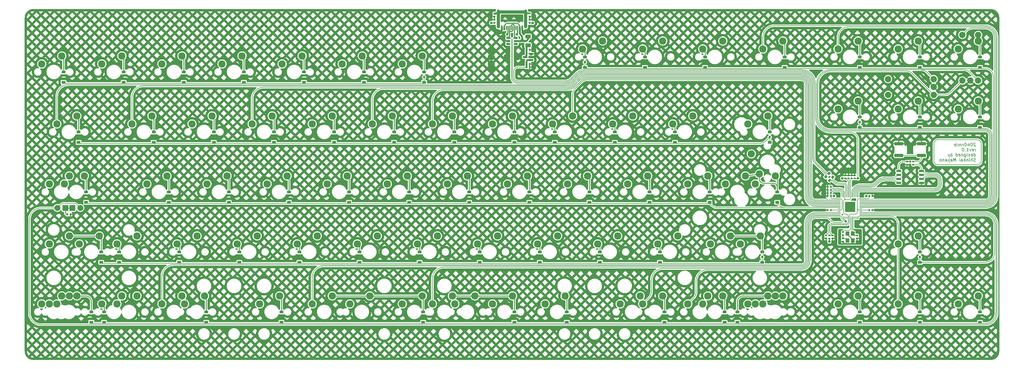
<source format=gbr>
%TF.GenerationSoftware,KiCad,Pcbnew,(6.0.6)*%
%TF.CreationDate,2022-08-29T19:48:57-07:00*%
%TF.ProjectId,2040rmie,32303430-726d-4696-952e-6b696361645f,rev?*%
%TF.SameCoordinates,Original*%
%TF.FileFunction,Copper,L2,Bot*%
%TF.FilePolarity,Positive*%
%FSLAX46Y46*%
G04 Gerber Fmt 4.6, Leading zero omitted, Abs format (unit mm)*
G04 Created by KiCad (PCBNEW (6.0.6)) date 2022-08-29 19:48:57*
%MOMM*%
%LPD*%
G01*
G04 APERTURE LIST*
G04 Aperture macros list*
%AMRoundRect*
0 Rectangle with rounded corners*
0 $1 Rounding radius*
0 $2 $3 $4 $5 $6 $7 $8 $9 X,Y pos of 4 corners*
0 Add a 4 corners polygon primitive as box body*
4,1,4,$2,$3,$4,$5,$6,$7,$8,$9,$2,$3,0*
0 Add four circle primitives for the rounded corners*
1,1,$1+$1,$2,$3*
1,1,$1+$1,$4,$5*
1,1,$1+$1,$6,$7*
1,1,$1+$1,$8,$9*
0 Add four rect primitives between the rounded corners*
20,1,$1+$1,$2,$3,$4,$5,0*
20,1,$1+$1,$4,$5,$6,$7,0*
20,1,$1+$1,$6,$7,$8,$9,0*
20,1,$1+$1,$8,$9,$2,$3,0*%
G04 Aperture macros list end*
%TA.AperFunction,NonConductor*%
%ADD10C,0.200000*%
%TD*%
%ADD11C,0.200000*%
%TA.AperFunction,ComponentPad*%
%ADD12C,2.300000*%
%TD*%
%TA.AperFunction,ComponentPad*%
%ADD13RoundRect,0.285750X-0.666750X-0.666750X0.666750X-0.666750X0.666750X0.666750X-0.666750X0.666750X0*%
%TD*%
%TA.AperFunction,ComponentPad*%
%ADD14C,1.905000*%
%TD*%
%TA.AperFunction,ComponentPad*%
%ADD15C,2.000000*%
%TD*%
%TA.AperFunction,SMDPad,CuDef*%
%ADD16RoundRect,0.140000X-0.140000X-0.170000X0.140000X-0.170000X0.140000X0.170000X-0.140000X0.170000X0*%
%TD*%
%TA.AperFunction,SMDPad,CuDef*%
%ADD17R,1.200000X0.900000*%
%TD*%
%TA.AperFunction,SMDPad,CuDef*%
%ADD18RoundRect,0.135000X0.185000X-0.135000X0.185000X0.135000X-0.185000X0.135000X-0.185000X-0.135000X0*%
%TD*%
%TA.AperFunction,SMDPad,CuDef*%
%ADD19RoundRect,0.140000X0.140000X0.170000X-0.140000X0.170000X-0.140000X-0.170000X0.140000X-0.170000X0*%
%TD*%
%TA.AperFunction,SMDPad,CuDef*%
%ADD20RoundRect,0.200000X-0.335876X-0.053033X-0.053033X-0.335876X0.335876X0.053033X0.053033X0.335876X0*%
%TD*%
%TA.AperFunction,SMDPad,CuDef*%
%ADD21RoundRect,0.135000X-0.185000X0.135000X-0.185000X-0.135000X0.185000X-0.135000X0.185000X0.135000X0*%
%TD*%
%TA.AperFunction,SMDPad,CuDef*%
%ADD22R,1.200000X1.400000*%
%TD*%
%TA.AperFunction,SMDPad,CuDef*%
%ADD23RoundRect,0.140000X0.170000X-0.140000X0.170000X0.140000X-0.170000X0.140000X-0.170000X-0.140000X0*%
%TD*%
%TA.AperFunction,SMDPad,CuDef*%
%ADD24RoundRect,0.140000X-0.170000X0.140000X-0.170000X-0.140000X0.170000X-0.140000X0.170000X0.140000X0*%
%TD*%
%TA.AperFunction,SMDPad,CuDef*%
%ADD25RoundRect,0.150000X0.587500X0.150000X-0.587500X0.150000X-0.587500X-0.150000X0.587500X-0.150000X0*%
%TD*%
%TA.AperFunction,SMDPad,CuDef*%
%ADD26RoundRect,0.250000X0.625000X-0.375000X0.625000X0.375000X-0.625000X0.375000X-0.625000X-0.375000X0*%
%TD*%
%TA.AperFunction,SMDPad,CuDef*%
%ADD27RoundRect,0.150000X0.650000X0.150000X-0.650000X0.150000X-0.650000X-0.150000X0.650000X-0.150000X0*%
%TD*%
%TA.AperFunction,SMDPad,CuDef*%
%ADD28R,0.600000X1.450000*%
%TD*%
%TA.AperFunction,SMDPad,CuDef*%
%ADD29R,0.300000X1.450000*%
%TD*%
%TA.AperFunction,ComponentPad*%
%ADD30O,1.000000X1.600000*%
%TD*%
%TA.AperFunction,ComponentPad*%
%ADD31O,1.000000X2.100000*%
%TD*%
%TA.AperFunction,SMDPad,CuDef*%
%ADD32RoundRect,0.135000X-0.135000X-0.185000X0.135000X-0.185000X0.135000X0.185000X-0.135000X0.185000X0*%
%TD*%
%TA.AperFunction,SMDPad,CuDef*%
%ADD33RoundRect,0.050000X0.387500X0.050000X-0.387500X0.050000X-0.387500X-0.050000X0.387500X-0.050000X0*%
%TD*%
%TA.AperFunction,SMDPad,CuDef*%
%ADD34RoundRect,0.050000X0.050000X0.387500X-0.050000X0.387500X-0.050000X-0.387500X0.050000X-0.387500X0*%
%TD*%
%TA.AperFunction,ComponentPad*%
%ADD35C,0.600000*%
%TD*%
%TA.AperFunction,SMDPad,CuDef*%
%ADD36RoundRect,0.144000X1.456000X1.456000X-1.456000X1.456000X-1.456000X-1.456000X1.456000X-1.456000X0*%
%TD*%
%TA.AperFunction,SMDPad,CuDef*%
%ADD37RoundRect,0.275000X-1.125000X-0.275000X1.125000X-0.275000X1.125000X0.275000X-1.125000X0.275000X0*%
%TD*%
%TA.AperFunction,SMDPad,CuDef*%
%ADD38RoundRect,0.150000X-0.475000X-0.150000X0.475000X-0.150000X0.475000X0.150000X-0.475000X0.150000X0*%
%TD*%
%TA.AperFunction,ViaPad*%
%ADD39C,0.800000*%
%TD*%
%TA.AperFunction,ViaPad*%
%ADD40C,0.700000*%
%TD*%
%TA.AperFunction,Conductor*%
%ADD41C,0.200000*%
%TD*%
%TA.AperFunction,Conductor*%
%ADD42C,0.250000*%
%TD*%
%TA.AperFunction,Conductor*%
%ADD43C,0.350000*%
%TD*%
%TA.AperFunction,Conductor*%
%ADD44C,0.600000*%
%TD*%
%TA.AperFunction,Conductor*%
%ADD45C,0.560000*%
%TD*%
%TA.AperFunction,Conductor*%
%ADD46C,0.300000*%
%TD*%
%TA.AperFunction,Conductor*%
%ADD47C,0.540000*%
%TD*%
%TA.AperFunction,Conductor*%
%ADD48C,1.000000*%
%TD*%
G04 APERTURE END LIST*
D10*
X357745950Y-94519750D02*
G75*
G03*
X358995950Y-93269750I-50J1250050D01*
G01*
X345245950Y-86519750D02*
X357745950Y-86519750D01*
X345245950Y-86519750D02*
G75*
G03*
X343995950Y-87769750I50J-1250050D01*
G01*
X343995950Y-93269750D02*
X343995950Y-87769750D01*
X357745950Y-94519750D02*
X345245950Y-94519750D01*
X358995950Y-87769750D02*
G75*
G03*
X357745950Y-86519750I-1250050J-50D01*
G01*
X358995950Y-87769750D02*
X358995950Y-93269750D01*
X343995950Y-93269750D02*
G75*
G03*
X345245950Y-94519750I1250050J50D01*
G01*
D11*
D10*
X357114201Y-87652369D02*
X357060629Y-87604750D01*
X356959439Y-87557130D01*
X356721344Y-87557130D01*
X356632058Y-87604750D01*
X356590391Y-87652369D01*
X356554677Y-87747607D01*
X356566582Y-87842845D01*
X356632058Y-87985702D01*
X357274915Y-88557130D01*
X356655867Y-88557130D01*
X355911820Y-87557130D02*
X355816582Y-87557130D01*
X355727296Y-87604750D01*
X355685629Y-87652369D01*
X355649915Y-87747607D01*
X355626105Y-87938083D01*
X355655867Y-88176178D01*
X355727296Y-88366654D01*
X355786820Y-88461892D01*
X355840391Y-88509511D01*
X355941582Y-88557130D01*
X356036820Y-88557130D01*
X356126105Y-88509511D01*
X356167772Y-88461892D01*
X356203486Y-88366654D01*
X356227296Y-88176178D01*
X356197534Y-87938083D01*
X356126105Y-87747607D01*
X356066582Y-87652369D01*
X356013010Y-87604750D01*
X355911820Y-87557130D01*
X354763010Y-87890464D02*
X354846344Y-88557130D01*
X354953486Y-87509511D02*
X355280867Y-88223797D01*
X354661820Y-88223797D01*
X354007058Y-87557130D02*
X353911820Y-87557130D01*
X353822534Y-87604750D01*
X353780867Y-87652369D01*
X353745153Y-87747607D01*
X353721344Y-87938083D01*
X353751105Y-88176178D01*
X353822534Y-88366654D01*
X353882058Y-88461892D01*
X353935629Y-88509511D01*
X354036820Y-88557130D01*
X354132058Y-88557130D01*
X354221344Y-88509511D01*
X354263010Y-88461892D01*
X354298725Y-88366654D01*
X354322534Y-88176178D01*
X354292772Y-87938083D01*
X354221344Y-87747607D01*
X354161820Y-87652369D01*
X354108248Y-87604750D01*
X354007058Y-87557130D01*
X353370153Y-88557130D02*
X353286820Y-87890464D01*
X353310629Y-88080940D02*
X353251105Y-87985702D01*
X353197534Y-87938083D01*
X353096344Y-87890464D01*
X353001105Y-87890464D01*
X352751105Y-88557130D02*
X352667772Y-87890464D01*
X352679677Y-87985702D02*
X352626105Y-87938083D01*
X352524915Y-87890464D01*
X352382058Y-87890464D01*
X352292772Y-87938083D01*
X352257058Y-88033321D01*
X352322534Y-88557130D01*
X352257058Y-88033321D02*
X352197534Y-87938083D01*
X352096344Y-87890464D01*
X351953486Y-87890464D01*
X351864201Y-87938083D01*
X351828486Y-88033321D01*
X351893963Y-88557130D01*
X351417772Y-88557130D02*
X351334439Y-87890464D01*
X351292772Y-87557130D02*
X351346344Y-87604750D01*
X351304677Y-87652369D01*
X351251105Y-87604750D01*
X351292772Y-87557130D01*
X351304677Y-87652369D01*
X350554677Y-88509511D02*
X350655867Y-88557130D01*
X350846344Y-88557130D01*
X350935629Y-88509511D01*
X350971344Y-88414273D01*
X350923725Y-88033321D01*
X350864201Y-87938083D01*
X350763010Y-87890464D01*
X350572534Y-87890464D01*
X350483248Y-87938083D01*
X350447534Y-88033321D01*
X350459439Y-88128559D01*
X350947534Y-88223797D01*
X357179677Y-90167130D02*
X357096344Y-89500464D01*
X357120153Y-89690940D02*
X357060629Y-89595702D01*
X357007058Y-89548083D01*
X356905867Y-89500464D01*
X356810629Y-89500464D01*
X356173725Y-90119511D02*
X356274915Y-90167130D01*
X356465391Y-90167130D01*
X356554677Y-90119511D01*
X356590391Y-90024273D01*
X356542772Y-89643321D01*
X356483248Y-89548083D01*
X356382058Y-89500464D01*
X356191582Y-89500464D01*
X356102296Y-89548083D01*
X356066582Y-89643321D01*
X356078486Y-89738559D01*
X356566582Y-89833797D01*
X355715391Y-89500464D02*
X355560629Y-90167130D01*
X355239201Y-89500464D01*
X354417772Y-90167130D02*
X354989201Y-90167130D01*
X354703486Y-90167130D02*
X354578486Y-89167130D01*
X354691582Y-89309988D01*
X354798725Y-89405226D01*
X354899915Y-89452845D01*
X353977296Y-90071892D02*
X353935629Y-90119511D01*
X353989201Y-90167130D01*
X354030867Y-90119511D01*
X353977296Y-90071892D01*
X353989201Y-90167130D01*
X353197534Y-89167130D02*
X353102296Y-89167130D01*
X353013010Y-89214750D01*
X352971344Y-89262369D01*
X352935629Y-89357607D01*
X352911820Y-89548083D01*
X352941582Y-89786178D01*
X353013010Y-89976654D01*
X353072534Y-90071892D01*
X353126105Y-90119511D01*
X353227296Y-90167130D01*
X353322534Y-90167130D01*
X353411820Y-90119511D01*
X353453486Y-90071892D01*
X353489201Y-89976654D01*
X353513010Y-89786178D01*
X353483248Y-89548083D01*
X353411820Y-89357607D01*
X353352296Y-89262369D01*
X353298725Y-89214750D01*
X353197534Y-89167130D01*
X356751105Y-91777130D02*
X356626105Y-90777130D01*
X356745153Y-91729511D02*
X356846344Y-91777130D01*
X357036820Y-91777130D01*
X357126105Y-91729511D01*
X357167772Y-91681892D01*
X357203486Y-91586654D01*
X357167772Y-91300940D01*
X357108248Y-91205702D01*
X357054677Y-91158083D01*
X356953486Y-91110464D01*
X356763010Y-91110464D01*
X356673725Y-91158083D01*
X355888010Y-91729511D02*
X355989201Y-91777130D01*
X356179677Y-91777130D01*
X356268963Y-91729511D01*
X356304677Y-91634273D01*
X356257058Y-91253321D01*
X356197534Y-91158083D01*
X356096344Y-91110464D01*
X355905867Y-91110464D01*
X355816582Y-91158083D01*
X355780867Y-91253321D01*
X355792772Y-91348559D01*
X356280867Y-91443797D01*
X355459439Y-91729511D02*
X355370153Y-91777130D01*
X355179677Y-91777130D01*
X355078486Y-91729511D01*
X355018963Y-91634273D01*
X355013010Y-91586654D01*
X355048725Y-91491416D01*
X355138010Y-91443797D01*
X355280867Y-91443797D01*
X355370153Y-91396178D01*
X355405867Y-91300940D01*
X355399915Y-91253321D01*
X355340391Y-91158083D01*
X355239201Y-91110464D01*
X355096344Y-91110464D01*
X355007058Y-91158083D01*
X354608248Y-91777130D02*
X354524915Y-91110464D01*
X354483248Y-90777130D02*
X354536820Y-90824750D01*
X354495153Y-90872369D01*
X354441582Y-90824750D01*
X354483248Y-90777130D01*
X354495153Y-90872369D01*
X353620153Y-91110464D02*
X353721344Y-91919988D01*
X353780867Y-92015226D01*
X353834439Y-92062845D01*
X353935629Y-92110464D01*
X354078486Y-92110464D01*
X354167772Y-92062845D01*
X353697534Y-91729511D02*
X353798725Y-91777130D01*
X353989201Y-91777130D01*
X354078486Y-91729511D01*
X354120153Y-91681892D01*
X354155867Y-91586654D01*
X354120153Y-91300940D01*
X354060629Y-91205702D01*
X354007058Y-91158083D01*
X353905867Y-91110464D01*
X353715391Y-91110464D01*
X353626105Y-91158083D01*
X353143963Y-91110464D02*
X353227296Y-91777130D01*
X353155867Y-91205702D02*
X353102296Y-91158083D01*
X353001105Y-91110464D01*
X352858248Y-91110464D01*
X352768963Y-91158083D01*
X352733248Y-91253321D01*
X352798725Y-91777130D01*
X351935629Y-91729511D02*
X352036820Y-91777130D01*
X352227296Y-91777130D01*
X352316582Y-91729511D01*
X352352296Y-91634273D01*
X352304677Y-91253321D01*
X352245153Y-91158083D01*
X352143963Y-91110464D01*
X351953486Y-91110464D01*
X351864201Y-91158083D01*
X351828486Y-91253321D01*
X351840391Y-91348559D01*
X352328486Y-91443797D01*
X351036820Y-91777130D02*
X350911820Y-90777130D01*
X351030867Y-91729511D02*
X351132058Y-91777130D01*
X351322534Y-91777130D01*
X351411820Y-91729511D01*
X351453486Y-91681892D01*
X351489201Y-91586654D01*
X351453486Y-91300940D01*
X351393963Y-91205702D01*
X351340391Y-91158083D01*
X351239201Y-91110464D01*
X351048725Y-91110464D01*
X350959439Y-91158083D01*
X349798725Y-91777130D02*
X349673725Y-90777130D01*
X349721344Y-91158083D02*
X349620153Y-91110464D01*
X349429677Y-91110464D01*
X349340391Y-91158083D01*
X349298725Y-91205702D01*
X349263010Y-91300940D01*
X349298725Y-91586654D01*
X349358248Y-91681892D01*
X349411820Y-91729511D01*
X349513010Y-91777130D01*
X349703486Y-91777130D01*
X349792772Y-91729511D01*
X348905867Y-91110464D02*
X348751105Y-91777130D01*
X348429677Y-91110464D02*
X348751105Y-91777130D01*
X348876105Y-92015226D01*
X348929677Y-92062845D01*
X349030867Y-92110464D01*
X357221344Y-93339511D02*
X357084439Y-93387130D01*
X356846344Y-93387130D01*
X356745153Y-93339511D01*
X356691582Y-93291892D01*
X356632058Y-93196654D01*
X356620153Y-93101416D01*
X356655867Y-93006178D01*
X356697534Y-92958559D01*
X356786820Y-92910940D01*
X356971344Y-92863321D01*
X357060629Y-92815702D01*
X357102296Y-92768083D01*
X357138010Y-92672845D01*
X357126105Y-92577607D01*
X357066582Y-92482369D01*
X357013010Y-92434750D01*
X356911820Y-92387130D01*
X356673725Y-92387130D01*
X356536820Y-92434750D01*
X356227296Y-93387130D02*
X356102296Y-92387130D01*
X355798725Y-93387130D02*
X355733248Y-92863321D01*
X355768963Y-92768083D01*
X355858248Y-92720464D01*
X356001105Y-92720464D01*
X356102296Y-92768083D01*
X356155867Y-92815702D01*
X355322534Y-93387130D02*
X355239201Y-92720464D01*
X355197534Y-92387130D02*
X355251105Y-92434750D01*
X355209439Y-92482369D01*
X355155867Y-92434750D01*
X355197534Y-92387130D01*
X355209439Y-92482369D01*
X354763010Y-92720464D02*
X354846344Y-93387130D01*
X354774915Y-92815702D02*
X354721344Y-92768083D01*
X354620153Y-92720464D01*
X354477296Y-92720464D01*
X354388010Y-92768083D01*
X354352296Y-92863321D01*
X354417772Y-93387130D01*
X353941582Y-93387130D02*
X353816582Y-92387130D01*
X353798725Y-93006178D02*
X353560629Y-93387130D01*
X353477296Y-92720464D02*
X353905867Y-93101416D01*
X352703486Y-93387130D02*
X352638010Y-92863321D01*
X352673725Y-92768083D01*
X352763010Y-92720464D01*
X352953486Y-92720464D01*
X353054677Y-92768083D01*
X352697534Y-93339511D02*
X352798725Y-93387130D01*
X353036820Y-93387130D01*
X353126105Y-93339511D01*
X353161820Y-93244273D01*
X353149915Y-93149035D01*
X353090391Y-93053797D01*
X352989201Y-93006178D01*
X352751105Y-93006178D01*
X352649915Y-92958559D01*
X352227296Y-93387130D02*
X352143963Y-92720464D01*
X352102296Y-92387130D02*
X352155867Y-92434750D01*
X352114201Y-92482369D01*
X352060629Y-92434750D01*
X352102296Y-92387130D01*
X352114201Y-92482369D01*
X350989201Y-93387130D02*
X350864201Y-92387130D01*
X350620153Y-93101416D01*
X350197534Y-92387130D01*
X350322534Y-93387130D01*
X349417772Y-93387130D02*
X349352296Y-92863321D01*
X349388010Y-92768083D01*
X349477296Y-92720464D01*
X349667772Y-92720464D01*
X349768963Y-92768083D01*
X349411820Y-93339511D02*
X349513010Y-93387130D01*
X349751105Y-93387130D01*
X349840391Y-93339511D01*
X349876105Y-93244273D01*
X349864201Y-93149035D01*
X349804677Y-93053797D01*
X349703486Y-93006178D01*
X349465391Y-93006178D01*
X349364201Y-92958559D01*
X348953486Y-92720464D02*
X348798725Y-93387130D01*
X348477296Y-92720464D02*
X348798725Y-93387130D01*
X348923725Y-93625226D01*
X348977296Y-93672845D01*
X349078486Y-93720464D01*
X347751105Y-93387130D02*
X347685629Y-92863321D01*
X347721344Y-92768083D01*
X347810629Y-92720464D01*
X348001105Y-92720464D01*
X348102296Y-92768083D01*
X347745153Y-93339511D02*
X347846344Y-93387130D01*
X348084439Y-93387130D01*
X348173725Y-93339511D01*
X348209439Y-93244273D01*
X348197534Y-93149035D01*
X348138010Y-93053797D01*
X348036820Y-93006178D01*
X347798725Y-93006178D01*
X347697534Y-92958559D01*
X347191582Y-92720464D02*
X347274915Y-93387130D01*
X347203486Y-92815702D02*
X347149915Y-92768083D01*
X347048725Y-92720464D01*
X346905867Y-92720464D01*
X346816582Y-92768083D01*
X346780867Y-92863321D01*
X346846344Y-93387130D01*
X346227296Y-93387130D02*
X346316582Y-93339511D01*
X346358248Y-93291892D01*
X346393963Y-93196654D01*
X346358248Y-92910940D01*
X346298725Y-92815702D01*
X346245153Y-92768083D01*
X346143963Y-92720464D01*
X346001105Y-92720464D01*
X345911820Y-92768083D01*
X345870153Y-92815702D01*
X345834439Y-92910940D01*
X345870153Y-93196654D01*
X345929677Y-93291892D01*
X345983248Y-93339511D01*
X346084439Y-93387130D01*
X346227296Y-93387130D01*
D12*
%TO.P,MX3-B0,1,COL*%
%TO.N,col0*%
X63571250Y-119610000D03*
%TO.P,MX3-B0,2,ROW*%
%TO.N,Net-(D42-Pad2)*%
X69921250Y-117070000D03*
%TD*%
D13*
%TO.P,LED1,1,K*%
%TO.N,Net-(LED1-Pad1)*%
X70873750Y-108180000D03*
D14*
%TO.P,LED1,2,A*%
%TO.N,LED*%
X73413750Y-108180000D03*
%TD*%
D12*
%TO.P,MX4-7_2,1,COL*%
%TO.N,col7*%
X185015000Y-138660000D03*
%TO.P,MX4-7_2,2,ROW*%
%TO.N,Net-(D60-Pad2)*%
X191365000Y-136120000D03*
%TD*%
%TO.P,MX3-2,1,COL*%
%TO.N,Net-(D44-Pad2)*%
X104052500Y-119610000D03*
%TO.P,MX3-2,2,ROW*%
%TO.N,col2*%
X110402500Y-117070000D03*
%TD*%
%TO.P,MX3-13,1,COL*%
%TO.N,col13*%
X332652500Y-119610000D03*
%TO.P,MX3-13,2,ROW*%
%TO.N,Net-(D54-Pad2)*%
X339002500Y-117070000D03*
%TD*%
%TO.P,MX0-8,1,COL*%
%TO.N,Net-(D8-Pad2)*%
X232640000Y-57697500D03*
%TO.P,MX0-8,2,ROW*%
%TO.N,col8*%
X238990000Y-55157500D03*
%TD*%
%TO.P,MX4-0_1,1,COL*%
%TO.N,col0*%
X65952500Y-138660000D03*
%TO.P,MX4-0_1,2,ROW*%
%TO.N,Net-(D55-Pad2)*%
X72302500Y-136120000D03*
%TD*%
%TO.P,MX4-0_2,1,COL*%
%TO.N,col0*%
X63571250Y-138660000D03*
%TO.P,MX4-0_2,2,ROW*%
%TO.N,Net-(D55-Pad2)*%
X69921250Y-136120000D03*
%TD*%
%TO.P,MX2-10,1,COL*%
%TO.N,col10*%
X265977500Y-100560000D03*
%TO.P,MX2-10,2,ROW*%
%TO.N,Net-(D40-Pad2)*%
X272327500Y-98020000D03*
%TD*%
%TO.P,MX4-7_4,1,COL*%
%TO.N,col7*%
X192158750Y-138660000D03*
%TO.P,MX4-7_4,2,ROW*%
%TO.N,Net-(D60-Pad2)*%
X198508750Y-136120000D03*
%TD*%
%TO.P,MX1-7,1,COL*%
%TO.N,col7*%
X204065000Y-81510000D03*
%TO.P,MX1-7,2,ROW*%
%TO.N,Net-(D22-Pad2)*%
X210415000Y-78970000D03*
%TD*%
%TO.P,MX0-14,1,COL*%
%TO.N,col14*%
X351702500Y-57697500D03*
%TO.P,MX0-14,2,ROW*%
%TO.N,Net-(D14-Pad2)*%
X358052500Y-55157500D03*
%TD*%
%TO.P,MX4-4_4,1,COL*%
%TO.N,col4*%
X158821250Y-138660000D03*
%TO.P,MX4-4_4,2,ROW*%
%TO.N,Net-(D59-Pad2)*%
X165171250Y-136120000D03*
%TD*%
%TO.P,MX0-2,1,COL*%
%TO.N,col2*%
X99290000Y-62460000D03*
%TO.P,MX0-2,2,ROW*%
%TO.N,Net-(D3-Pad2)*%
X105640000Y-59920000D03*
%TD*%
%TO.P,MX0-13,1,COL*%
%TO.N,col13*%
X332652500Y-57697500D03*
%TO.P,MX0-13,2,ROW*%
%TO.N,Net-(D13-Pad2)*%
X339002500Y-55157500D03*
%TD*%
%TO.P,MX0-3,1,COL*%
%TO.N,col3*%
X118340000Y-62460000D03*
%TO.P,MX0-3,2,ROW*%
%TO.N,Net-(D4-Pad2)*%
X124690000Y-59920000D03*
%TD*%
%TO.P,MX0-9,1,COL*%
%TO.N,Net-(D9-Pad2)*%
X251690000Y-57697500D03*
%TO.P,MX0-9,2,ROW*%
%TO.N,col9*%
X258040000Y-55157500D03*
%TD*%
%TO.P,MX4-10_0,1,COL*%
%TO.N,col10*%
X270740000Y-138660000D03*
%TO.P,MX4-10_0,2,ROW*%
%TO.N,Net-(D63-Pad2)*%
X277090000Y-136120000D03*
%TD*%
%TO.P,MX1-14,1,COL*%
%TO.N,col14*%
X351702500Y-76747500D03*
%TO.P,MX1-14,2,ROW*%
%TO.N,Net-(D29-Pad2)*%
X358052500Y-74207500D03*
%TD*%
%TO.P,MX3-3,1,COL*%
%TO.N,Net-(D45-Pad2)*%
X123102500Y-119610000D03*
%TO.P,MX3-3,2,ROW*%
%TO.N,col3*%
X129452500Y-117070000D03*
%TD*%
%TO.P,MX1-8,1,COL*%
%TO.N,Net-(D23-Pad2)*%
X223115000Y-81510000D03*
%TO.P,MX1-8,2,ROW*%
%TO.N,col8*%
X229465000Y-78970000D03*
%TD*%
%TO.P,MX1-13,1,COL*%
%TO.N,col13*%
X332652500Y-76747500D03*
%TO.P,MX1-13,2,ROW*%
%TO.N,Net-(D28-Pad2)*%
X339002500Y-74207500D03*
%TD*%
%TO.P,MX1-6,1,COL*%
%TO.N,col6*%
X185015000Y-81510000D03*
%TO.P,MX1-6,2,ROW*%
%TO.N,Net-(D21-Pad2)*%
X191365000Y-78970000D03*
%TD*%
%TO.P,MX4-1_2,1,COL*%
%TO.N,Net-(D56-Pad2)*%
X85002500Y-138660000D03*
%TO.P,MX4-1_2,2,ROW*%
%TO.N,col1*%
X91352500Y-136120000D03*
%TD*%
%TO.P,MX4-4_0,1,COL*%
%TO.N,col4*%
X175490000Y-138660000D03*
%TO.P,MX4-4_0,2,ROW*%
%TO.N,Net-(D59-Pad2)*%
X181840000Y-136120000D03*
%TD*%
%TO.P,MX2-A11,1,COL*%
%TO.N,col11*%
X277883750Y-100560000D03*
%TO.P,MX2-A11,2,ROW*%
%TO.N,Net-(D41-Pad2)*%
X284233750Y-98020000D03*
%TD*%
%TO.P,MX3-10,1,COL*%
%TO.N,Net-(D52-Pad2)*%
X256452500Y-119610000D03*
%TO.P,MX3-10,2,ROW*%
%TO.N,col10*%
X262802500Y-117070000D03*
%TD*%
%TO.P,MX2-1,1,COL*%
%TO.N,col1*%
X94527500Y-100560000D03*
%TO.P,MX2-1,2,ROW*%
%TO.N,Net-(D31-Pad2)*%
X100877500Y-98020000D03*
%TD*%
%TO.P,MX1-4,1,COL*%
%TO.N,col4*%
X146915000Y-81510000D03*
%TO.P,MX1-4,2,ROW*%
%TO.N,Net-(D19-Pad2)*%
X153265000Y-78970000D03*
%TD*%
%TO.P,MX4-3_4,1,COL*%
%TO.N,col3*%
X130246250Y-138660000D03*
%TO.P,MX4-3_4,2,ROW*%
%TO.N,Net-(D58-Pad2)*%
X136596250Y-136120000D03*
%TD*%
%TO.P,MX3-9,1,COL*%
%TO.N,Net-(D51-Pad2)*%
X237402500Y-119610000D03*
%TO.P,MX3-9,2,ROW*%
%TO.N,col9*%
X243752500Y-117070000D03*
%TD*%
%TO.P,MX4-2_2,1,COL*%
%TO.N,col2*%
X106433750Y-138660000D03*
%TO.P,MX4-2_2,2,ROW*%
%TO.N,Net-(D57-Pad2)*%
X112783750Y-136120000D03*
%TD*%
%TO.P,MX1-12,1,COL*%
%TO.N,col12*%
X313602500Y-76747500D03*
%TO.P,MX1-12,2,ROW*%
%TO.N,S2*%
X319952500Y-74207500D03*
%TD*%
%TO.P,MX3-A11,1,COL*%
%TO.N,col11*%
X273121250Y-119610000D03*
%TO.P,MX3-A11,2,ROW*%
%TO.N,Net-(D53-Pad2)*%
X279471250Y-117070000D03*
%TD*%
%TO.P,MX2-8,1,COL*%
%TO.N,col8*%
X227877500Y-100560000D03*
%TO.P,MX2-8,2,ROW*%
%TO.N,Net-(D38-Pad2)*%
X234227500Y-98020000D03*
%TD*%
%TO.P,MX2-5,1,COL*%
%TO.N,col5*%
X170727500Y-100560000D03*
%TO.P,MX2-5,2,ROW*%
%TO.N,Net-(D35-Pad2)*%
X177077500Y-98020000D03*
%TD*%
%TO.P,MX2-3,1,COL*%
%TO.N,col3*%
X132627500Y-100560000D03*
%TO.P,MX2-3,2,ROW*%
%TO.N,Net-(D33-Pad2)*%
X138977500Y-98020000D03*
%TD*%
%TO.P,MX3-8,1,COL*%
%TO.N,Net-(D50-Pad2)*%
X218352500Y-119610000D03*
%TO.P,MX3-8,2,ROW*%
%TO.N,col8*%
X224702500Y-117070000D03*
%TD*%
%TO.P,MX1-11,1,COL*%
%TO.N,col11*%
X285027500Y-81510000D03*
%TO.P,MX1-11,2,ROW*%
%TO.N,Net-(D26-Pad2)*%
X291377500Y-78970000D03*
%TD*%
%TO.P,MX4-13,1,COL*%
%TO.N,col13*%
X332652500Y-138660000D03*
%TO.P,MX4-13,2,ROW*%
%TO.N,Net-(D66-Pad2)*%
X339002500Y-136120000D03*
%TD*%
%TO.P,MX1-1,1,COL*%
%TO.N,col1*%
X89765000Y-81510000D03*
%TO.P,MX1-1,2,ROW*%
%TO.N,Net-(D16-Pad2)*%
X96115000Y-78970000D03*
%TD*%
%TO.P,MX3-4,1,COL*%
%TO.N,Net-(D46-Pad2)*%
X142152500Y-119610000D03*
%TO.P,MX3-4,2,ROW*%
%TO.N,col4*%
X148502500Y-117070000D03*
%TD*%
%TO.P,MX3-5,1,COL*%
%TO.N,Net-(D47-Pad2)*%
X161202500Y-119610000D03*
%TO.P,MX3-5,2,ROW*%
%TO.N,col5*%
X167552500Y-117070000D03*
%TD*%
%TO.P,MX0-12,1,COL*%
%TO.N,col12*%
X313602500Y-57697500D03*
%TO.P,MX0-12,2,ROW*%
%TO.N,Net-(D12-Pad2)*%
X319952500Y-55157500D03*
%TD*%
%TO.P,MX2-C11,1,COL*%
%TO.N,Net-(D41-Pad2)*%
X288678750Y-97385000D03*
%TO.P,MX2-C11,2,ROW*%
%TO.N,col11*%
X286138750Y-91035000D03*
%TD*%
%TO.P,MX4-9_2,1,COL*%
%TO.N,col9*%
X244546250Y-138660000D03*
%TO.P,MX4-9_2,2,ROW*%
%TO.N,Net-(D62-Pad2)*%
X250896250Y-136120000D03*
%TD*%
D13*
%TO.P,LED2,1,K*%
%TO.N,Net-(LED1-Pad1)*%
X68651250Y-108180000D03*
D14*
%TO.P,LED2,2,A*%
%TO.N,LED*%
X66111250Y-108180000D03*
%TD*%
D12*
%TO.P,MX4-4_3,1,COL*%
%TO.N,col4*%
X146915000Y-138660000D03*
%TO.P,MX4-4_3,2,ROW*%
%TO.N,Net-(D59-Pad2)*%
X153265000Y-136120000D03*
%TD*%
%TO.P,MX1-2,1,COL*%
%TO.N,col2*%
X108815000Y-81510000D03*
%TO.P,MX1-2,2,ROW*%
%TO.N,Net-(D17-Pad2)*%
X115165000Y-78970000D03*
%TD*%
%TO.P,MX1-10,1,COL*%
%TO.N,Net-(D25-Pad2)*%
X261215000Y-81510000D03*
%TO.P,MX1-10,2,ROW*%
%TO.N,col10*%
X267565000Y-78970000D03*
%TD*%
%TO.P,MX4-2_0,1,COL*%
%TO.N,col2*%
X99290000Y-138660000D03*
%TO.P,MX4-2_0,2,ROW*%
%TO.N,Net-(D57-Pad2)*%
X105640000Y-136120000D03*
%TD*%
%TO.P,MX1-3,1,COL*%
%TO.N,col3*%
X127865000Y-81510000D03*
%TO.P,MX1-3,2,ROW*%
%TO.N,Net-(D18-Pad2)*%
X134215000Y-78970000D03*
%TD*%
%TO.P,MX4-12,1,COL*%
%TO.N,col12*%
X313602500Y-138660000D03*
%TO.P,MX4-12,2,ROW*%
%TO.N,Net-(D65-Pad2)*%
X319952500Y-136120000D03*
%TD*%
%TO.P,MX1-5,1,COL*%
%TO.N,col5*%
X165965000Y-81510000D03*
%TO.P,MX1-5,2,ROW*%
%TO.N,Net-(D20-Pad2)*%
X172315000Y-78970000D03*
%TD*%
%TO.P,MX2-6,1,COL*%
%TO.N,col6*%
X189777500Y-100560000D03*
%TO.P,MX2-6,2,ROW*%
%TO.N,Net-(D36-Pad2)*%
X196127500Y-98020000D03*
%TD*%
%TO.P,MX4-11_2,1,COL*%
%TO.N,col11*%
X287408750Y-138660000D03*
%TO.P,MX4-11_2,2,ROW*%
%TO.N,Net-(D64-Pad2)*%
X293758750Y-136120000D03*
%TD*%
D15*
%TO.P,RE2,A,A*%
%TO.N,rotA*%
X343962500Y-72262500D03*
%TO.P,RE2,B,B*%
%TO.N,rotB*%
X343962500Y-67262500D03*
%TO.P,RE2,C,C*%
%TO.N,GND*%
X343962500Y-69762500D03*
%TO.P,RE2,S1,S1*%
%TO.N,col12*%
X329462500Y-67262500D03*
%TO.P,RE2,S2,S2*%
%TO.N,S2*%
X329462500Y-72262500D03*
%TD*%
D12*
%TO.P,MX4-8_4,1,COL*%
%TO.N,col8*%
X220733750Y-138660000D03*
%TO.P,MX4-8_4,2,ROW*%
%TO.N,Net-(D61-Pad2)*%
X227083750Y-136120000D03*
%TD*%
%TO.P,MX2-7,1,COL*%
%TO.N,col7*%
X208827500Y-100560000D03*
%TO.P,MX2-7,2,ROW*%
%TO.N,Net-(D37-Pad2)*%
X215177500Y-98020000D03*
%TD*%
%TO.P,MX2-9,1,COL*%
%TO.N,col9*%
X246927500Y-100560000D03*
%TO.P,MX2-9,2,ROW*%
%TO.N,Net-(D39-Pad2)*%
X253277500Y-98020000D03*
%TD*%
%TO.P,MX3-B11,1,COL*%
%TO.N,col11*%
X282646250Y-119610000D03*
%TO.P,MX3-B11,2,ROW*%
%TO.N,Net-(D53-Pad2)*%
X288996250Y-117070000D03*
%TD*%
%TO.P,MX4-11_0,1,COL*%
%TO.N,col11*%
X289790000Y-138660000D03*
%TO.P,MX4-11_0,2,ROW*%
%TO.N,Net-(D64-Pad2)*%
X296140000Y-136120000D03*
%TD*%
%TO.P,MX4-1_0,1,COL*%
%TO.N,Net-(D56-Pad2)*%
X80240000Y-138660000D03*
%TO.P,MX4-1_0,2,ROW*%
%TO.N,col1*%
X86590000Y-136120000D03*
%TD*%
%TO.P,MX4-10_2,1,COL*%
%TO.N,col10*%
X265977500Y-138660000D03*
%TO.P,MX4-10_2,2,ROW*%
%TO.N,Net-(D63-Pad2)*%
X272327500Y-136120000D03*
%TD*%
%TO.P,MX0-5,1,COL*%
%TO.N,col5*%
X156440000Y-62460000D03*
%TO.P,MX0-5,2,ROW*%
%TO.N,Net-(D6-Pad2)*%
X162790000Y-59920000D03*
%TD*%
%TO.P,MX4-11_1,1,COL*%
%TO.N,col11*%
X285027500Y-138660000D03*
%TO.P,MX4-11_1,2,ROW*%
%TO.N,Net-(D64-Pad2)*%
X291377500Y-136120000D03*
%TD*%
%TO.P,MX0-1,1,COL*%
%TO.N,col1*%
X80240000Y-62460000D03*
%TO.P,MX0-1,2,ROW*%
%TO.N,Net-(D2-Pad2)*%
X86590000Y-59920000D03*
%TD*%
%TO.P,MX3-1,1,COL*%
%TO.N,Net-(D43-Pad2)*%
X85002500Y-119610000D03*
%TO.P,MX3-1,2,ROW*%
%TO.N,col1*%
X91352500Y-117070000D03*
%TD*%
%TO.P,MX3-7,1,COL*%
%TO.N,Net-(D49-Pad2)*%
X199302500Y-119610000D03*
%TO.P,MX3-7,2,ROW*%
%TO.N,col7*%
X205652500Y-117070000D03*
%TD*%
%TO.P,MX0-6,1,COL*%
%TO.N,col6*%
X175490000Y-62460000D03*
%TO.P,MX0-6,2,ROW*%
%TO.N,Net-(D7-Pad2)*%
X181840000Y-59920000D03*
%TD*%
%TO.P,MX2-B0,1,COL*%
%TO.N,col0*%
X63571250Y-100560000D03*
%TO.P,MX2-B0,2,ROW*%
%TO.N,Net-(D30-Pad2)*%
X69921250Y-98020000D03*
%TD*%
%TO.P,MX4-9_0,1,COL*%
%TO.N,col9*%
X251690000Y-138660000D03*
%TO.P,MX4-9_0,2,ROW*%
%TO.N,Net-(D62-Pad2)*%
X258040000Y-136120000D03*
%TD*%
%TO.P,MX4-0_0,1,COL*%
%TO.N,col0*%
X61190000Y-138660000D03*
%TO.P,MX4-0_0,2,ROW*%
%TO.N,Net-(D55-Pad2)*%
X67540000Y-136120000D03*
%TD*%
D15*
%TO.P,RE1,A,A*%
%TO.N,rotA*%
X353012500Y-67737500D03*
%TO.P,RE1,B,B*%
%TO.N,rotB*%
X358012500Y-67737500D03*
%TO.P,RE1,C,C*%
%TO.N,GND*%
X355512500Y-67737500D03*
%TO.P,RE1,S1,S1*%
%TO.N,Net-(D14-Pad2)*%
X358012500Y-53237500D03*
%TO.P,RE1,S2,S2*%
%TO.N,col14*%
X353012500Y-53237500D03*
%TD*%
D12*
%TO.P,MX2-2,1,COL*%
%TO.N,col2*%
X113577500Y-100560000D03*
%TO.P,MX2-2,2,ROW*%
%TO.N,Net-(D32-Pad2)*%
X119927500Y-98020000D03*
%TD*%
%TO.P,MX0-11,1,COL*%
%TO.N,col11*%
X289790000Y-57697500D03*
%TO.P,MX0-11,2,ROW*%
%TO.N,Net-(D11-Pad2)*%
X296140000Y-55157500D03*
%TD*%
%TO.P,MX1-9,1,COL*%
%TO.N,Net-(D24-Pad2)*%
X242165000Y-81510000D03*
%TO.P,MX1-9,2,ROW*%
%TO.N,col9*%
X248515000Y-78970000D03*
%TD*%
%TO.P,MX2-4,1,COL*%
%TO.N,col4*%
X151677500Y-100560000D03*
%TO.P,MX2-4,2,ROW*%
%TO.N,Net-(D34-Pad2)*%
X158027500Y-98020000D03*
%TD*%
%TO.P,MX4-14,1,COL*%
%TO.N,col14*%
X351702500Y-138660000D03*
%TO.P,MX4-14,2,ROW*%
%TO.N,Net-(D67-Pad2)*%
X358052500Y-136120000D03*
%TD*%
%TO.P,MX1-0,1,COL*%
%TO.N,col0*%
X65952500Y-81510000D03*
%TO.P,MX1-0,2,ROW*%
%TO.N,Net-(D15-Pad2)*%
X72302500Y-78970000D03*
%TD*%
%TO.P,MX2-A0,1,COL*%
%TO.N,col0*%
X68333750Y-100560000D03*
%TO.P,MX2-A0,2,ROW*%
%TO.N,Net-(D30-Pad2)*%
X74683750Y-98020000D03*
%TD*%
%TO.P,MX3-A0,1,COL*%
%TO.N,col0*%
X73096250Y-119610000D03*
%TO.P,MX3-A0,2,ROW*%
%TO.N,Net-(D42-Pad2)*%
X79446250Y-117070000D03*
%TD*%
%TO.P,MX3-6,1,COL*%
%TO.N,Net-(D48-Pad2)*%
X180252500Y-119610000D03*
%TO.P,MX3-6,2,ROW*%
%TO.N,col6*%
X186602500Y-117070000D03*
%TD*%
%TO.P,MX4-7_3,1,COL*%
%TO.N,col7*%
X204065000Y-138660000D03*
%TO.P,MX4-7_3,2,ROW*%
%TO.N,Net-(D60-Pad2)*%
X210415000Y-136120000D03*
%TD*%
%TO.P,MX2-B11,1,COL*%
%TO.N,col11*%
X287408750Y-100560000D03*
%TO.P,MX2-B11,2,ROW*%
%TO.N,Net-(D41-Pad2)*%
X293758750Y-98020000D03*
%TD*%
%TO.P,MX0-0,1,COL*%
%TO.N,col0*%
X61190000Y-62460000D03*
%TO.P,MX0-0,2,ROW*%
%TO.N,Net-(D1-Pad2)*%
X67540000Y-59920000D03*
%TD*%
%TO.P,MX0-10,1,COL*%
%TO.N,Net-(D10-Pad2)*%
X270740000Y-57697500D03*
%TO.P,MX0-10,2,ROW*%
%TO.N,col10*%
X277090000Y-55157500D03*
%TD*%
%TO.P,MX0-4,1,COL*%
%TO.N,col4*%
X137390000Y-62460000D03*
%TO.P,MX0-4,2,ROW*%
%TO.N,Net-(D5-Pad2)*%
X143740000Y-59920000D03*
%TD*%
D16*
%TO.P,C17,1*%
%TO.N,+3V3*%
X323502500Y-104425000D03*
%TO.P,C17,2*%
%TO.N,GND*%
X324462500Y-104425000D03*
%TD*%
D17*
%TO.P,D57,1,K*%
%TO.N,row4*%
X113343750Y-144500000D03*
%TO.P,D57,2,A*%
%TO.N,Net-(D57-Pad2)*%
X113343750Y-141200000D03*
%TD*%
%TO.P,D41,1,K*%
%TO.N,row2*%
X294318750Y-106400000D03*
%TO.P,D41,2,A*%
%TO.N,Net-(D41-Pad2)*%
X294318750Y-103100000D03*
%TD*%
D18*
%TO.P,R4,1*%
%TO.N,Net-(C2-Pad2)*%
X315162500Y-116859375D03*
%TO.P,R4,2*%
%TO.N,XOUT*%
X315162500Y-115839375D03*
%TD*%
D19*
%TO.P,C11,1*%
%TO.N,+3V3*%
X311322500Y-102425000D03*
%TO.P,C11,2*%
%TO.N,GND*%
X310362500Y-102425000D03*
%TD*%
D17*
%TO.P,D46,1,K*%
%TO.N,row3*%
X142862500Y-125450000D03*
%TO.P,D46,2,A*%
%TO.N,Net-(D46-Pad2)*%
X142862500Y-122150000D03*
%TD*%
%TO.P,D34,1,K*%
%TO.N,row2*%
X158587500Y-106400000D03*
%TO.P,D34,2,A*%
%TO.N,Net-(D34-Pad2)*%
X158587500Y-103100000D03*
%TD*%
%TO.P,D3,1,K*%
%TO.N,row0*%
X106200000Y-68300000D03*
%TO.P,D3,2,A*%
%TO.N,Net-(D3-Pad2)*%
X106200000Y-65000000D03*
%TD*%
D20*
%TO.P,R2,1*%
%TO.N,D+*%
X310789466Y-97223808D03*
%TO.P,R2,2*%
%TO.N,Net-(U1-Pad47)*%
X311956192Y-98390534D03*
%TD*%
D16*
%TO.P,C19,1*%
%TO.N,+3V3*%
X323502500Y-108862500D03*
%TO.P,C19,2*%
%TO.N,GND*%
X324462500Y-108862500D03*
%TD*%
D21*
%TO.P,R9,1*%
%TO.N,+3V3*%
X310842500Y-116877500D03*
%TO.P,R9,2*%
%TO.N,~{RESET}*%
X310842500Y-117897500D03*
%TD*%
D22*
%TO.P,Y1,1,1*%
%TO.N,Net-(C2-Pad2)*%
X316562500Y-118487500D03*
%TO.P,Y1,2,2*%
%TO.N,GND*%
X316562500Y-116287500D03*
%TO.P,Y1,3,3*%
%TO.N,XIN*%
X318262500Y-116287500D03*
%TO.P,Y1,4,4*%
%TO.N,GND*%
X318262500Y-118487500D03*
%TD*%
D19*
%TO.P,C7,1*%
%TO.N,+1V1*%
X311322500Y-101425000D03*
%TO.P,C7,2*%
%TO.N,GND*%
X310362500Y-101425000D03*
%TD*%
D17*
%TO.P,D12,1,K*%
%TO.N,row0*%
X320512500Y-63537500D03*
%TO.P,D12,2,A*%
%TO.N,Net-(D12-Pad2)*%
X320512500Y-60237500D03*
%TD*%
%TO.P,D5,1,K*%
%TO.N,row0*%
X144300000Y-68300000D03*
%TO.P,D5,2,A*%
%TO.N,Net-(D5-Pad2)*%
X144300000Y-65000000D03*
%TD*%
%TO.P,D48,1,K*%
%TO.N,row3*%
X180962500Y-125450000D03*
%TO.P,D48,2,A*%
%TO.N,Net-(D48-Pad2)*%
X180962500Y-122150000D03*
%TD*%
D23*
%TO.P,C2,1*%
%TO.N,GND*%
X315162500Y-118829375D03*
%TO.P,C2,2*%
%TO.N,Net-(C2-Pad2)*%
X315162500Y-117869375D03*
%TD*%
D17*
%TO.P,D65,1,K*%
%TO.N,row4*%
X320512500Y-144500000D03*
%TO.P,D65,2,A*%
%TO.N,Net-(D65-Pad2)*%
X320512500Y-141200000D03*
%TD*%
%TO.P,D26,1,K*%
%TO.N,row1*%
X291937500Y-87350000D03*
%TO.P,D26,2,A*%
%TO.N,Net-(D26-Pad2)*%
X291937500Y-84050000D03*
%TD*%
%TO.P,D1,1,K*%
%TO.N,row0*%
X68100000Y-68300000D03*
%TO.P,D1,2,A*%
%TO.N,Net-(D1-Pad2)*%
X68100000Y-65000000D03*
%TD*%
%TO.P,D39,1,K*%
%TO.N,row2*%
X253837500Y-106400000D03*
%TO.P,D39,2,A*%
%TO.N,Net-(D39-Pad2)*%
X253837500Y-103100000D03*
%TD*%
%TO.P,D49,1,K*%
%TO.N,row3*%
X200012500Y-125450000D03*
%TO.P,D49,2,A*%
%TO.N,Net-(D49-Pad2)*%
X200012500Y-122150000D03*
%TD*%
%TO.P,D10,1,K*%
%TO.N,row0*%
X271450000Y-63537500D03*
%TO.P,D10,2,A*%
%TO.N,Net-(D10-Pad2)*%
X271450000Y-60237500D03*
%TD*%
D23*
%TO.P,C8,1*%
%TO.N,+1V1*%
X317912500Y-98817500D03*
%TO.P,C8,2*%
%TO.N,GND*%
X317912500Y-97857500D03*
%TD*%
D17*
%TO.P,D43,1,K*%
%TO.N,row3*%
X85712500Y-125450000D03*
%TO.P,D43,2,A*%
%TO.N,Net-(D43-Pad2)*%
X85712500Y-122150000D03*
%TD*%
%TO.P,D16,1,K*%
%TO.N,row1*%
X96675000Y-87350000D03*
%TO.P,D16,2,A*%
%TO.N,Net-(D16-Pad2)*%
X96675000Y-84050000D03*
%TD*%
%TO.P,D61,1,K*%
%TO.N,row4*%
X227643750Y-144500000D03*
%TO.P,D61,2,A*%
%TO.N,Net-(D61-Pad2)*%
X227643750Y-141200000D03*
%TD*%
D24*
%TO.P,C20,1*%
%TO.N,+3V3*%
X311842500Y-116907500D03*
%TO.P,C20,2*%
%TO.N,GND*%
X311842500Y-117867500D03*
%TD*%
D17*
%TO.P,D54,1,K*%
%TO.N,row3*%
X339562500Y-125450000D03*
%TO.P,D54,2,A*%
%TO.N,Net-(D54-Pad2)*%
X339562500Y-122150000D03*
%TD*%
%TO.P,D58,1,K*%
%TO.N,row4*%
X137156250Y-144500000D03*
%TO.P,D58,2,A*%
%TO.N,Net-(D58-Pad2)*%
X137156250Y-141200000D03*
%TD*%
D25*
%TO.P,U4,1,GND*%
%TO.N,GND*%
X216276250Y-59287500D03*
%TO.P,U4,2,VO*%
%TO.N,+3V3*%
X216276250Y-61187500D03*
%TO.P,U4,3,VI*%
%TO.N,+5V*%
X214401250Y-60237500D03*
%TD*%
D17*
%TO.P,D33,1,K*%
%TO.N,row2*%
X139537500Y-106400000D03*
%TO.P,D33,2,A*%
%TO.N,Net-(D33-Pad2)*%
X139537500Y-103100000D03*
%TD*%
%TO.P,D7,1,K*%
%TO.N,row0*%
X182400000Y-68300000D03*
%TO.P,D7,2,A*%
%TO.N,Net-(D7-Pad2)*%
X182400000Y-65000000D03*
%TD*%
D20*
%TO.P,R3,1*%
%TO.N,D-*%
X309728807Y-98284467D03*
%TO.P,R3,2*%
%TO.N,Net-(U1-Pad46)*%
X310895533Y-99451193D03*
%TD*%
D17*
%TO.P,D11,1,K*%
%TO.N,row0*%
X296700000Y-63537500D03*
%TO.P,D11,2,A*%
%TO.N,Net-(D11-Pad2)*%
X296700000Y-60237500D03*
%TD*%
D26*
%TO.P,F1,1*%
%TO.N,+5V*%
X215338750Y-56557500D03*
%TO.P,F1,2*%
%TO.N,VCC*%
X215338750Y-53757500D03*
%TD*%
D17*
%TO.P,D47,1,K*%
%TO.N,row3*%
X161912500Y-125450000D03*
%TO.P,D47,2,A*%
%TO.N,Net-(D47-Pad2)*%
X161912500Y-122150000D03*
%TD*%
%TO.P,D22,1,K*%
%TO.N,row1*%
X210975000Y-87350000D03*
%TO.P,D22,2,A*%
%TO.N,Net-(D22-Pad2)*%
X210975000Y-84050000D03*
%TD*%
%TO.P,D30,1,K*%
%TO.N,row2*%
X75243750Y-106400000D03*
%TO.P,D30,2,A*%
%TO.N,Net-(D30-Pad2)*%
X75243750Y-103100000D03*
%TD*%
%TO.P,D37,1,K*%
%TO.N,row2*%
X215737500Y-106400000D03*
%TO.P,D37,2,A*%
%TO.N,Net-(D37-Pad2)*%
X215737500Y-103100000D03*
%TD*%
%TO.P,D42,1,K*%
%TO.N,row3*%
X80006250Y-125450000D03*
%TO.P,D42,2,A*%
%TO.N,Net-(D42-Pad2)*%
X80006250Y-122150000D03*
%TD*%
D16*
%TO.P,C10,1*%
%TO.N,+3V3*%
X214858750Y-63487500D03*
%TO.P,C10,2*%
%TO.N,GND*%
X215818750Y-63487500D03*
%TD*%
D17*
%TO.P,D9,1,K*%
%TO.N,row0*%
X252400000Y-63537500D03*
%TO.P,D9,2,A*%
%TO.N,Net-(D9-Pad2)*%
X252400000Y-60237500D03*
%TD*%
D24*
%TO.P,C9,1*%
%TO.N,+1V1*%
X309842500Y-116907500D03*
%TO.P,C9,2*%
%TO.N,GND*%
X309842500Y-117867500D03*
%TD*%
D17*
%TO.P,D24,1,K*%
%TO.N,row1*%
X242875000Y-87350000D03*
%TO.P,D24,2,A*%
%TO.N,Net-(D24-Pad2)*%
X242875000Y-84050000D03*
%TD*%
D27*
%TO.P,U3,1,~{CS}*%
%TO.N,CS*%
X340062500Y-96432500D03*
%TO.P,U3,2,DO(IO1)*%
%TO.N,SD1*%
X340062500Y-97702500D03*
%TO.P,U3,3,IO2*%
%TO.N,SD2*%
X340062500Y-98972500D03*
%TO.P,U3,4,GND*%
%TO.N,GND*%
X340062500Y-100242500D03*
%TO.P,U3,5,DI(IO0)*%
%TO.N,SD0*%
X332862500Y-100242500D03*
%TO.P,U3,6,CLK*%
%TO.N,CLK*%
X332862500Y-98972500D03*
%TO.P,U3,7,IO3*%
%TO.N,SD3*%
X332862500Y-97702500D03*
%TO.P,U3,8,VCC*%
%TO.N,+3V3*%
X332862500Y-96432500D03*
%TD*%
D17*
%TO.P,D4,1,K*%
%TO.N,row0*%
X125250000Y-68300000D03*
%TO.P,D4,2,A*%
%TO.N,Net-(D4-Pad2)*%
X125250000Y-65000000D03*
%TD*%
D23*
%TO.P,C13,1*%
%TO.N,+3V3*%
X316912500Y-98817500D03*
%TO.P,C13,2*%
%TO.N,GND*%
X316912500Y-97857500D03*
%TD*%
D24*
%TO.P,C4,1*%
%TO.N,+3V3*%
X335462500Y-93506000D03*
%TO.P,C4,2*%
%TO.N,GND*%
X335462500Y-94466000D03*
%TD*%
D21*
%TO.P,R7,1*%
%TO.N,Net-(C3-Pad1)*%
X215818750Y-46417500D03*
%TO.P,R7,2*%
%TO.N,GND*%
X215818750Y-47437500D03*
%TD*%
%TO.P,R8,1*%
%TO.N,/~{BOOT}*%
X337462500Y-93476000D03*
%TO.P,R8,2*%
%TO.N,CS*%
X337462500Y-94496000D03*
%TD*%
D28*
%TO.P,USB1,A1,GND*%
%TO.N,GND*%
X206998750Y-51057500D03*
%TO.P,USB1,A4,VBUS*%
%TO.N,VCC*%
X207798750Y-51057500D03*
D29*
%TO.P,USB1,A5,CC1*%
%TO.N,Net-(R5-Pad1)*%
X208998750Y-51057500D03*
%TO.P,USB1,A6,D+*%
%TO.N,D+*%
X209998750Y-51057500D03*
%TO.P,USB1,A7,D-*%
%TO.N,D-*%
X210498750Y-51057500D03*
%TO.P,USB1,A8,SBU1*%
%TO.N,unconnected-(USB1-PadA8)*%
X211498750Y-51057500D03*
D28*
%TO.P,USB1,A9,VBUS*%
%TO.N,VCC*%
X212698750Y-51057500D03*
%TO.P,USB1,A12,GND*%
%TO.N,GND*%
X213498750Y-51057500D03*
%TO.P,USB1,B1,GND*%
X213498750Y-51057500D03*
%TO.P,USB1,B4,VBUS*%
%TO.N,VCC*%
X212698750Y-51057500D03*
D29*
%TO.P,USB1,B5,CC2*%
%TO.N,Net-(R6-Pad1)*%
X211998750Y-51057500D03*
%TO.P,USB1,B6,D+*%
%TO.N,D+*%
X210998750Y-51057500D03*
%TO.P,USB1,B7,D-*%
%TO.N,D-*%
X209498750Y-51057500D03*
%TO.P,USB1,B8,SBU2*%
%TO.N,unconnected-(USB1-PadB8)*%
X208498750Y-51057500D03*
D28*
%TO.P,USB1,B9,VBUS*%
%TO.N,VCC*%
X207798750Y-51057500D03*
%TO.P,USB1,B12,GND*%
%TO.N,GND*%
X206998750Y-51057500D03*
D30*
%TO.P,USB1,S1,SHIELD*%
%TO.N,Net-(C3-Pad1)*%
X214568750Y-45962500D03*
D31*
X214568750Y-50142500D03*
X205928750Y-50142500D03*
D30*
X205928750Y-45962500D03*
%TD*%
D17*
%TO.P,D25,1,K*%
%TO.N,row1*%
X261925000Y-87350000D03*
%TO.P,D25,2,A*%
%TO.N,Net-(D25-Pad2)*%
X261925000Y-84050000D03*
%TD*%
%TO.P,D18,1,K*%
%TO.N,row1*%
X134775000Y-87350000D03*
%TO.P,D18,2,A*%
%TO.N,Net-(D18-Pad2)*%
X134775000Y-84050000D03*
%TD*%
%TO.P,D55,1,K*%
%TO.N,row4*%
X76906250Y-144500000D03*
%TO.P,D55,2,A*%
%TO.N,Net-(D55-Pad2)*%
X76906250Y-141200000D03*
%TD*%
%TO.P,D40,1,K*%
%TO.N,row2*%
X272887500Y-106400000D03*
%TO.P,D40,2,A*%
%TO.N,Net-(D40-Pad2)*%
X272887500Y-103100000D03*
%TD*%
D32*
%TO.P,R1,1*%
%TO.N,Net-(LED1-Pad1)*%
X69252500Y-110260000D03*
%TO.P,R1,2*%
%TO.N,GND*%
X70272500Y-110260000D03*
%TD*%
D24*
%TO.P,C3,1*%
%TO.N,Net-(C3-Pad1)*%
X204678750Y-46447500D03*
%TO.P,C3,2*%
%TO.N,GND*%
X204678750Y-47407500D03*
%TD*%
D23*
%TO.P,C14,1*%
%TO.N,+3V3*%
X318912500Y-98817500D03*
%TO.P,C14,2*%
%TO.N,GND*%
X318912500Y-97857500D03*
%TD*%
D17*
%TO.P,D66,1,K*%
%TO.N,row4*%
X339562500Y-144500000D03*
%TO.P,D66,2,A*%
%TO.N,Net-(D66-Pad2)*%
X339562500Y-141200000D03*
%TD*%
%TO.P,D52,1,K*%
%TO.N,row3*%
X257162500Y-125450000D03*
%TO.P,D52,2,A*%
%TO.N,Net-(D52-Pad2)*%
X257162500Y-122150000D03*
%TD*%
%TO.P,D13,1,K*%
%TO.N,row0*%
X339562500Y-63537500D03*
%TO.P,D13,2,A*%
%TO.N,Net-(D13-Pad2)*%
X339562500Y-60237500D03*
%TD*%
%TO.P,D8,1,K*%
%TO.N,row0*%
X233350000Y-63537500D03*
%TO.P,D8,2,A*%
%TO.N,Net-(D8-Pad2)*%
X233350000Y-60237500D03*
%TD*%
%TO.P,D17,1,K*%
%TO.N,row1*%
X115725000Y-87350000D03*
%TO.P,D17,2,A*%
%TO.N,Net-(D17-Pad2)*%
X115725000Y-84050000D03*
%TD*%
%TO.P,D50,1,K*%
%TO.N,row3*%
X219062500Y-125450000D03*
%TO.P,D50,2,A*%
%TO.N,Net-(D50-Pad2)*%
X219062500Y-122150000D03*
%TD*%
%TO.P,D59,1,K*%
%TO.N,row4*%
X182081950Y-144500000D03*
%TO.P,D59,2,A*%
%TO.N,Net-(D59-Pad2)*%
X182081950Y-141200000D03*
%TD*%
%TO.P,D28,1,K*%
%TO.N,row1*%
X339562500Y-82587500D03*
%TO.P,D28,2,A*%
%TO.N,Net-(D28-Pad2)*%
X339562500Y-79287500D03*
%TD*%
%TO.P,D31,1,K*%
%TO.N,row2*%
X101437500Y-106400000D03*
%TO.P,D31,2,A*%
%TO.N,Net-(D31-Pad2)*%
X101437500Y-103100000D03*
%TD*%
%TO.P,D14,1,K*%
%TO.N,row0*%
X358612500Y-63537500D03*
%TO.P,D14,2,A*%
%TO.N,Net-(D14-Pad2)*%
X358612500Y-60237500D03*
%TD*%
D23*
%TO.P,C1,1*%
%TO.N,GND*%
X319662500Y-117867500D03*
%TO.P,C1,2*%
%TO.N,XIN*%
X319662500Y-116907500D03*
%TD*%
D33*
%TO.P,U1,1,IOVDD*%
%TO.N,+3V3*%
X320850000Y-105262500D03*
%TO.P,U1,2,GPIO0*%
%TO.N,rotB*%
X320850000Y-105662500D03*
%TO.P,U1,3,GPIO1*%
%TO.N,rotA*%
X320850000Y-106062500D03*
%TO.P,U1,4,GPIO2*%
%TO.N,row1*%
X320850000Y-106462500D03*
%TO.P,U1,5,GPIO3*%
%TO.N,row0*%
X320850000Y-106862500D03*
%TO.P,U1,6,GPIO4*%
%TO.N,col14*%
X320850000Y-107262500D03*
%TO.P,U1,7,GPIO5*%
%TO.N,col12*%
X320850000Y-107662500D03*
%TO.P,U1,8,GPIO6*%
%TO.N,col11*%
X320850000Y-108062500D03*
%TO.P,U1,9,GPIO7*%
%TO.N,unconnected-(U1-Pad9)*%
X320850000Y-108462500D03*
%TO.P,U1,10,IOVDD*%
%TO.N,+3V3*%
X320850000Y-108862500D03*
%TO.P,U1,11,GPIO8*%
%TO.N,unconnected-(U1-Pad11)*%
X320850000Y-109262500D03*
%TO.P,U1,12,GPIO9*%
%TO.N,LED*%
X320850000Y-109662500D03*
%TO.P,U1,13,GPIO10*%
%TO.N,row4*%
X320850000Y-110062500D03*
%TO.P,U1,14,GPIO11*%
%TO.N,row3*%
X320850000Y-110462500D03*
D34*
%TO.P,U1,15,GPIO12*%
%TO.N,col13*%
X320012500Y-111300000D03*
%TO.P,U1,16,GPIO13*%
%TO.N,unconnected-(U1-Pad16)*%
X319612500Y-111300000D03*
%TO.P,U1,17,GPIO14*%
%TO.N,unconnected-(U1-Pad17)*%
X319212500Y-111300000D03*
%TO.P,U1,18,GPIO15*%
%TO.N,unconnected-(U1-Pad18)*%
X318812500Y-111300000D03*
%TO.P,U1,19,TESTEN*%
%TO.N,GND*%
X318412500Y-111300000D03*
%TO.P,U1,20,XTAL_IN*%
%TO.N,XIN*%
X318012500Y-111300000D03*
%TO.P,U1,21,XTAL_OUT*%
%TO.N,XOUT*%
X317612500Y-111300000D03*
%TO.P,U1,22,IOVDD*%
%TO.N,+3V3*%
X317212500Y-111300000D03*
%TO.P,U1,23,DVDD*%
%TO.N,+1V1*%
X316812500Y-111300000D03*
%TO.P,U1,24,SWCLK*%
%TO.N,unconnected-(U1-Pad24)*%
X316412500Y-111300000D03*
%TO.P,U1,25,SWDIO*%
%TO.N,unconnected-(U1-Pad25)*%
X316012500Y-111300000D03*
%TO.P,U1,26,~{RUN}*%
%TO.N,~{RESET}*%
X315612500Y-111300000D03*
%TO.P,U1,27,GPIO16*%
%TO.N,col10*%
X315212500Y-111300000D03*
%TO.P,U1,28,GPIO17*%
%TO.N,col9*%
X314812500Y-111300000D03*
D33*
%TO.P,U1,29,GPIO18*%
%TO.N,col7*%
X313975000Y-110462500D03*
%TO.P,U1,30,GPIO19*%
%TO.N,col4*%
X313975000Y-110062500D03*
%TO.P,U1,31,GPIO20*%
%TO.N,col2*%
X313975000Y-109662500D03*
%TO.P,U1,32,GPIO21*%
%TO.N,unconnected-(U1-Pad32)*%
X313975000Y-109262500D03*
%TO.P,U1,33,IOVDD*%
%TO.N,+3V3*%
X313975000Y-108862500D03*
%TO.P,U1,34,GPIO22*%
%TO.N,unconnected-(U1-Pad34)*%
X313975000Y-108462500D03*
%TO.P,U1,35,GPIO23*%
%TO.N,row2*%
X313975000Y-108062500D03*
%TO.P,U1,36,GPIO24*%
%TO.N,col8*%
X313975000Y-107662500D03*
%TO.P,U1,37,GPIO25*%
%TO.N,col6*%
X313975000Y-107262500D03*
%TO.P,U1,38,GPIO26/ADC0*%
%TO.N,col5*%
X313975000Y-106862500D03*
%TO.P,U1,39,GPIO27/ADC1*%
%TO.N,col3*%
X313975000Y-106462500D03*
%TO.P,U1,40,GPIO28/ADC2*%
%TO.N,col1*%
X313975000Y-106062500D03*
%TO.P,U1,41,GPIO29/ADC3*%
%TO.N,col0*%
X313975000Y-105662500D03*
%TO.P,U1,42,IOVDD*%
%TO.N,+3V3*%
X313975000Y-105262500D03*
D34*
%TO.P,U1,43,ADC_AVDD*%
X314812500Y-104425000D03*
%TO.P,U1,44,VREG_VIN*%
X315212500Y-104425000D03*
%TO.P,U1,45,VREG_VOUT*%
%TO.N,+1V1*%
X315612500Y-104425000D03*
%TO.P,U1,46,D-*%
%TO.N,Net-(U1-Pad46)*%
X316012500Y-104425000D03*
%TO.P,U1,47,D+*%
%TO.N,Net-(U1-Pad47)*%
X316412500Y-104425000D03*
%TO.P,U1,48,USB_VDD*%
%TO.N,+3V3*%
X316812500Y-104425000D03*
%TO.P,U1,49,IOVDD*%
X317212500Y-104425000D03*
%TO.P,U1,50,DVDD*%
%TO.N,+1V1*%
X317612500Y-104425000D03*
%TO.P,U1,51,QSPI_SD3*%
%TO.N,SD3*%
X318012500Y-104425000D03*
%TO.P,U1,52,QSPI_SCLK*%
%TO.N,CLK*%
X318412500Y-104425000D03*
%TO.P,U1,53,QSPI_SD0*%
%TO.N,SD0*%
X318812500Y-104425000D03*
%TO.P,U1,54,QSPI_SD2*%
%TO.N,SD2*%
X319212500Y-104425000D03*
%TO.P,U1,55,QSPI_SD1*%
%TO.N,SD1*%
X319612500Y-104425000D03*
%TO.P,U1,56,QSPI_SS_N*%
%TO.N,CS*%
X320012500Y-104425000D03*
D35*
%TO.P,U1,57,GND*%
%TO.N,GND*%
X317412500Y-106587500D03*
X317412500Y-109137500D03*
X318687500Y-109137500D03*
X317412500Y-107862500D03*
X318687500Y-106587500D03*
X316137500Y-107862500D03*
X316137500Y-109137500D03*
X318687500Y-107862500D03*
X316137500Y-106587500D03*
D36*
X317412500Y-107862500D03*
%TD*%
D16*
%TO.P,C6,1*%
%TO.N,+3V3*%
X214858750Y-62487500D03*
%TO.P,C6,2*%
%TO.N,GND*%
X215818750Y-62487500D03*
%TD*%
D17*
%TO.P,D53,1,K*%
%TO.N,row3*%
X289556250Y-125450000D03*
%TO.P,D53,2,A*%
%TO.N,Net-(D53-Pad2)*%
X289556250Y-122150000D03*
%TD*%
%TO.P,D35,1,K*%
%TO.N,row2*%
X177637500Y-106400000D03*
%TO.P,D35,2,A*%
%TO.N,Net-(D35-Pad2)*%
X177637500Y-103100000D03*
%TD*%
D18*
%TO.P,R6,1*%
%TO.N,Net-(R6-Pad1)*%
X215818750Y-49437500D03*
%TO.P,R6,2*%
%TO.N,GND*%
X215818750Y-48417500D03*
%TD*%
D17*
%TO.P,D36,1,K*%
%TO.N,row2*%
X196687500Y-106400000D03*
%TO.P,D36,2,A*%
%TO.N,Net-(D36-Pad2)*%
X196687500Y-103100000D03*
%TD*%
%TO.P,D6,1,K*%
%TO.N,row0*%
X163350000Y-68300000D03*
%TO.P,D6,2,A*%
%TO.N,Net-(D6-Pad2)*%
X163350000Y-65000000D03*
%TD*%
%TO.P,D45,1,K*%
%TO.N,row3*%
X123812500Y-125450000D03*
%TO.P,D45,2,A*%
%TO.N,Net-(D45-Pad2)*%
X123812500Y-122150000D03*
%TD*%
D19*
%TO.P,C16,1*%
%TO.N,+3V3*%
X311322500Y-104425000D03*
%TO.P,C16,2*%
%TO.N,GND*%
X310362500Y-104425000D03*
%TD*%
D17*
%TO.P,D2,1,K*%
%TO.N,row0*%
X87150000Y-68300000D03*
%TO.P,D2,2,A*%
%TO.N,Net-(D2-Pad2)*%
X87150000Y-65000000D03*
%TD*%
D37*
%TO.P,Reset1,1,1*%
%TO.N,/~{BOOT}*%
X340062500Y-91494500D03*
X332862500Y-91494500D03*
%TO.P,Reset1,2,2*%
%TO.N,GND*%
X332862500Y-87794500D03*
X340062500Y-87794500D03*
%TD*%
D17*
%TO.P,D19,1,K*%
%TO.N,row1*%
X153825000Y-87350000D03*
%TO.P,D19,2,A*%
%TO.N,Net-(D19-Pad2)*%
X153825000Y-84050000D03*
%TD*%
%TO.P,D60,1,K*%
%TO.N,row4*%
X210975000Y-144500000D03*
%TO.P,D60,2,A*%
%TO.N,Net-(D60-Pad2)*%
X210975000Y-141200000D03*
%TD*%
%TO.P,D51,1,K*%
%TO.N,row3*%
X238112500Y-125450000D03*
%TO.P,D51,2,A*%
%TO.N,Net-(D51-Pad2)*%
X238112500Y-122150000D03*
%TD*%
%TO.P,D38,1,K*%
%TO.N,row2*%
X234787500Y-106400000D03*
%TO.P,D38,2,A*%
%TO.N,Net-(D38-Pad2)*%
X234787500Y-103100000D03*
%TD*%
D18*
%TO.P,R5,1*%
%TO.N,Net-(R5-Pad1)*%
X204678750Y-49437500D03*
%TO.P,R5,2*%
%TO.N,GND*%
X204678750Y-48417500D03*
%TD*%
D16*
%TO.P,C5,1*%
%TO.N,+5V*%
X214858750Y-57987500D03*
%TO.P,C5,2*%
%TO.N,GND*%
X215818750Y-57987500D03*
%TD*%
D19*
%TO.P,C15,1*%
%TO.N,+3V3*%
X311322500Y-103425000D03*
%TO.P,C15,2*%
%TO.N,GND*%
X310362500Y-103425000D03*
%TD*%
D17*
%TO.P,D27,1,K*%
%TO.N,row1*%
X320512500Y-82587500D03*
%TO.P,D27,2,A*%
%TO.N,S2*%
X320512500Y-79287500D03*
%TD*%
%TO.P,D32,1,K*%
%TO.N,row2*%
X120487500Y-106400000D03*
%TO.P,D32,2,A*%
%TO.N,Net-(D32-Pad2)*%
X120487500Y-103100000D03*
%TD*%
%TO.P,D67,1,K*%
%TO.N,row4*%
X358612500Y-144500000D03*
%TO.P,D67,2,A*%
%TO.N,Net-(D67-Pad2)*%
X358612500Y-141200000D03*
%TD*%
%TO.P,D23,1,K*%
%TO.N,row1*%
X223825000Y-87350000D03*
%TO.P,D23,2,A*%
%TO.N,Net-(D23-Pad2)*%
X223825000Y-84050000D03*
%TD*%
%TO.P,D56,1,K*%
%TO.N,row4*%
X80950000Y-144500000D03*
%TO.P,D56,2,A*%
%TO.N,Net-(D56-Pad2)*%
X80950000Y-141200000D03*
%TD*%
%TO.P,D20,1,K*%
%TO.N,row1*%
X172875000Y-87350000D03*
%TO.P,D20,2,A*%
%TO.N,Net-(D20-Pad2)*%
X172875000Y-84050000D03*
%TD*%
D38*
%TO.P,U2,1,IO1*%
%TO.N,unconnected-(U2-Pad1)*%
X209073750Y-56107500D03*
%TO.P,U2,2,VN*%
%TO.N,GND*%
X209073750Y-55157500D03*
%TO.P,U2,3,IO2*%
%TO.N,D-*%
X209073750Y-54207500D03*
%TO.P,U2,4,IO3*%
%TO.N,D+*%
X211423750Y-54207500D03*
%TO.P,U2,5,VP*%
%TO.N,VCC*%
X211423750Y-55157500D03*
%TO.P,U2,6,IO4*%
%TO.N,unconnected-(U2-Pad6)*%
X211423750Y-56107500D03*
%TD*%
D17*
%TO.P,D62,1,K*%
%TO.N,row4*%
X258600000Y-144500000D03*
%TO.P,D62,2,A*%
%TO.N,Net-(D62-Pad2)*%
X258600000Y-141200000D03*
%TD*%
%TO.P,D15,1,K*%
%TO.N,row1*%
X72862500Y-87350000D03*
%TO.P,D15,2,A*%
%TO.N,Net-(D15-Pad2)*%
X72862500Y-84050000D03*
%TD*%
D19*
%TO.P,C18,1*%
%TO.N,+3V3*%
X311322500Y-108862500D03*
%TO.P,C18,2*%
%TO.N,GND*%
X310362500Y-108862500D03*
%TD*%
D17*
%TO.P,D44,1,K*%
%TO.N,row3*%
X104762500Y-125450000D03*
%TO.P,D44,2,A*%
%TO.N,Net-(D44-Pad2)*%
X104762500Y-122150000D03*
%TD*%
%TO.P,D63,1,K*%
%TO.N,row4*%
X277650000Y-144500000D03*
%TO.P,D63,2,A*%
%TO.N,Net-(D63-Pad2)*%
X277650000Y-141200000D03*
%TD*%
D23*
%TO.P,C12,1*%
%TO.N,+3V3*%
X315912500Y-98817500D03*
%TO.P,C12,2*%
%TO.N,GND*%
X315912500Y-97857500D03*
%TD*%
D17*
%TO.P,D29,1,K*%
%TO.N,row1*%
X358612500Y-82587500D03*
%TO.P,D29,2,A*%
%TO.N,Net-(D29-Pad2)*%
X358612500Y-79287500D03*
%TD*%
%TO.P,D64,1,K*%
%TO.N,row4*%
X281693750Y-144500000D03*
%TO.P,D64,2,A*%
%TO.N,Net-(D64-Pad2)*%
X281693750Y-141200000D03*
%TD*%
%TO.P,D21,1,K*%
%TO.N,row1*%
X191925000Y-87350000D03*
%TO.P,D21,2,A*%
%TO.N,Net-(D21-Pad2)*%
X191925000Y-84050000D03*
%TD*%
D39*
%TO.N,row0*%
X233350000Y-61887500D03*
X182400000Y-66650000D03*
%TO.N,row1*%
X320512500Y-80937500D03*
X291937500Y-85700000D03*
%TO.N,row3*%
X339562500Y-123800000D03*
X289556250Y-123800000D03*
%TO.N,GND*%
X216818750Y-47437500D03*
X336462500Y-89644500D03*
X205928750Y-52043750D03*
X325462500Y-104425000D03*
X309362500Y-101425000D03*
X216818750Y-62487500D03*
D40*
X336462500Y-94466000D03*
D39*
X315912500Y-96432500D03*
X309362500Y-103425000D03*
X216818750Y-63487500D03*
X216818750Y-60237500D03*
X203678750Y-60237500D03*
X307023945Y-88675000D03*
X203678750Y-62487500D03*
X302227305Y-88675000D03*
X320912500Y-98817500D03*
X309842500Y-118867500D03*
X211748750Y-60237500D03*
X309362500Y-108862500D03*
X318912500Y-96432500D03*
X325462500Y-108862500D03*
X317912500Y-96432500D03*
X311842500Y-118867500D03*
X307023945Y-86675000D03*
X203678750Y-63487500D03*
X309362500Y-102425000D03*
X309362500Y-104425000D03*
X314190000Y-118867500D03*
X302227305Y-86675000D03*
X313912500Y-98817500D03*
X203678750Y-48417500D03*
X216818750Y-48417500D03*
X214568750Y-52043750D03*
X316912500Y-96432500D03*
X203678750Y-57987500D03*
X203678750Y-47407500D03*
X210248750Y-53045000D03*
X216818750Y-57987500D03*
X75243750Y-108180000D03*
X319662500Y-118867500D03*
X208748750Y-60237500D03*
%TO.N,Net-(R5-Pad1)*%
X208748750Y-53045000D03*
X203678750Y-49437500D03*
%TO.N,Net-(R6-Pad1)*%
X216818750Y-49437500D03*
X211748750Y-53045000D03*
%TO.N,~{RESET}*%
X310842500Y-118867500D03*
X316012500Y-112400000D03*
%TO.N,+3V3*%
X319912500Y-98817500D03*
X322502500Y-104425000D03*
X312322500Y-104425000D03*
X314912500Y-98817500D03*
D40*
X336462500Y-93506000D03*
%TD*%
D41*
%TO.N,row0*%
X182400000Y-68300000D02*
X182400000Y-66650000D01*
X320850000Y-106862500D02*
X360379440Y-106862500D01*
X360379440Y-63887500D02*
X233350000Y-63887500D01*
X233350000Y-63537500D02*
X233350000Y-61887500D01*
X362827980Y-104413960D02*
X362827980Y-66336040D01*
X68100000Y-68650000D02*
X182400000Y-68650000D01*
X360379440Y-63887420D02*
G75*
G02*
X362827980Y-66336040I-40J-2448580D01*
G01*
X362827900Y-104413960D02*
G75*
G02*
X360379440Y-106862500I-2448500J-40D01*
G01*
D42*
%TO.N,Net-(D1-Pad2)*%
X68100000Y-65000000D02*
X68100000Y-60420000D01*
X67600000Y-59920000D02*
X67540000Y-59920000D01*
X67600000Y-59920000D02*
G75*
G02*
X68100000Y-60420000I0J-500000D01*
G01*
%TO.N,Net-(D2-Pad2)*%
X87150000Y-65000000D02*
X87150000Y-60420000D01*
X86650000Y-59920000D02*
X86590000Y-59920000D01*
X87150000Y-60420000D02*
G75*
G03*
X86650000Y-59920000I-500000J0D01*
G01*
%TO.N,Net-(D3-Pad2)*%
X105700000Y-59920000D02*
X105640000Y-59920000D01*
X106200000Y-65000000D02*
X106200000Y-60420000D01*
X106200000Y-60420000D02*
G75*
G03*
X105700000Y-59920000I-500000J0D01*
G01*
%TO.N,Net-(D4-Pad2)*%
X124750000Y-59920000D02*
X124690000Y-59920000D01*
X125250000Y-65000000D02*
X125250000Y-60420000D01*
X124750000Y-59920000D02*
G75*
G02*
X125250000Y-60420000I0J-500000D01*
G01*
%TO.N,Net-(D5-Pad2)*%
X144300000Y-65000000D02*
X144300000Y-60420000D01*
X143800000Y-59920000D02*
X143740000Y-59920000D01*
X144300000Y-60420000D02*
G75*
G03*
X143800000Y-59920000I-500000J0D01*
G01*
%TO.N,Net-(D6-Pad2)*%
X162850000Y-59920000D02*
X162790000Y-59920000D01*
X163350000Y-65000000D02*
X163350000Y-60420000D01*
X162850000Y-59920000D02*
G75*
G02*
X163350000Y-60420000I0J-500000D01*
G01*
%TO.N,Net-(D7-Pad2)*%
X181900000Y-59920000D02*
X181840000Y-59920000D01*
X182400000Y-65000000D02*
X182400000Y-60420000D01*
X182400000Y-60420000D02*
G75*
G03*
X181900000Y-59920000I-500000J0D01*
G01*
%TO.N,Net-(D8-Pad2)*%
X233350000Y-60237500D02*
X233350000Y-58197500D01*
X232850000Y-57697500D02*
X232640000Y-57697500D01*
X232850000Y-57697500D02*
G75*
G02*
X233350000Y-58197500I0J-500000D01*
G01*
%TO.N,Net-(D9-Pad2)*%
X251900000Y-57697500D02*
X251690000Y-57697500D01*
X252400000Y-60237500D02*
X252400000Y-58197500D01*
X251900000Y-57697500D02*
G75*
G02*
X252400000Y-58197500I0J-500000D01*
G01*
%TO.N,Net-(D10-Pad2)*%
X271450000Y-60237500D02*
X271450000Y-58197500D01*
X270950000Y-57697500D02*
X270740000Y-57697500D01*
X271450000Y-58197500D02*
G75*
G03*
X270950000Y-57697500I-500000J0D01*
G01*
D41*
%TO.N,col0*%
X65952500Y-72696640D02*
X65952500Y-81510000D01*
X227396114Y-69049520D02*
X69599620Y-69049520D01*
X305224905Y-104412500D02*
X305224905Y-68733180D01*
X301977305Y-65485580D02*
X233579659Y-65485580D01*
X231226670Y-66460220D02*
X229515071Y-68171819D01*
X313975000Y-105662500D02*
X306474905Y-105662500D01*
X301977305Y-65485595D02*
G75*
G02*
X305224905Y-68733180I-5J-3247605D01*
G01*
X305224900Y-104412500D02*
G75*
G03*
X306474905Y-105662500I1250000J0D01*
G01*
X231226692Y-66460242D02*
G75*
G02*
X233579659Y-65485580I2353008J-2352958D01*
G01*
X227396114Y-69049540D02*
G75*
G03*
X229515070Y-68171818I-14J2996640D01*
G01*
X69599620Y-69049520D02*
G75*
G03*
X65952500Y-72696640I0J-3647120D01*
G01*
%TO.N,col1*%
X301977305Y-65885100D02*
X233608052Y-65885100D01*
X231489095Y-66762801D02*
X229680557Y-68571339D01*
X227561600Y-69449040D02*
X93412120Y-69449040D01*
X313975000Y-106062500D02*
X306474885Y-106062500D01*
X89765000Y-73096160D02*
X89765000Y-81510000D01*
X304825385Y-104413000D02*
X304825385Y-68733180D01*
X231489110Y-66762816D02*
G75*
G02*
X233608052Y-65885100I2118990J-2118984D01*
G01*
X227561600Y-69449044D02*
G75*
G03*
X229680556Y-68571338I0J2996644D01*
G01*
X89764940Y-73096160D02*
G75*
G02*
X93412120Y-69449040I3647160J-40D01*
G01*
X304825400Y-104413000D02*
G75*
G03*
X306474885Y-106062500I1649500J0D01*
G01*
X301977305Y-65885115D02*
G75*
G02*
X304825385Y-68733180I-5J-2848085D01*
G01*
%TO.N,col2*%
X102937120Y-126199520D02*
X301977305Y-126199520D01*
X99290000Y-138660000D02*
X99290000Y-129846640D01*
X306474905Y-109662500D02*
X313975000Y-109662500D01*
X303227305Y-124949520D02*
X303227305Y-112910100D01*
X99290020Y-129846640D02*
G75*
G02*
X102937120Y-126199520I3647080J40D01*
G01*
X306474905Y-109662505D02*
G75*
G03*
X303227305Y-112910100I-5J-3247595D01*
G01*
X303227320Y-124949520D02*
G75*
G02*
X301977305Y-126199520I-1250020J20D01*
G01*
%TO.N,col3*%
X304425865Y-104413480D02*
X304425865Y-68733160D01*
X313975000Y-106462500D02*
X306474885Y-106462500D01*
X231654581Y-67162321D02*
X229942983Y-68873919D01*
X227589993Y-69848560D02*
X131512120Y-69848560D01*
X127865000Y-73495680D02*
X127865000Y-81510000D01*
X301977325Y-66284620D02*
X233773538Y-66284620D01*
X231654557Y-67162297D02*
G75*
G02*
X233773538Y-66284620I2118943J-2119003D01*
G01*
X301977325Y-66284635D02*
G75*
G02*
X304425865Y-68733160I-25J-2448565D01*
G01*
X127864960Y-73495680D02*
G75*
G02*
X131512120Y-69848560I3647140J-20D01*
G01*
X227589993Y-69848545D02*
G75*
G03*
X229942982Y-68873918I7J3327645D01*
G01*
X304425900Y-104413480D02*
G75*
G03*
X306474885Y-106462500I2049000J-20D01*
G01*
%TO.N,col4*%
X303626825Y-124949540D02*
X303626825Y-112910580D01*
X150562120Y-126599040D02*
X301977325Y-126599040D01*
X146915000Y-138660000D02*
X146915000Y-130246160D01*
X306474905Y-110062500D02*
X313975000Y-110062500D01*
X306474905Y-110062525D02*
G75*
G03*
X303626825Y-112910580I-5J-2848075D01*
G01*
X303626840Y-124949540D02*
G75*
G02*
X301977325Y-126599040I-1649540J40D01*
G01*
X150562120Y-126599100D02*
G75*
G03*
X146915000Y-130246160I-20J-3647100D01*
G01*
%TO.N,col5*%
X231868537Y-67513371D02*
X230156938Y-69224970D01*
X301977325Y-66684140D02*
X233870478Y-66684140D01*
X227686932Y-70248080D02*
X169612120Y-70248080D01*
X313975000Y-106862500D02*
X306474885Y-106862500D01*
X304026345Y-104413960D02*
X304026345Y-68733160D01*
X165965000Y-73895200D02*
X165965000Y-81510000D01*
X227686932Y-70248113D02*
G75*
G03*
X230156938Y-69224970I-32J3493113D01*
G01*
X301977325Y-66684155D02*
G75*
G02*
X304026345Y-68733160I-25J-2049045D01*
G01*
X169612120Y-70248100D02*
G75*
G03*
X165965000Y-73895200I-20J-3647100D01*
G01*
X304026400Y-104413960D02*
G75*
G03*
X306474885Y-106862500I2448500J-40D01*
G01*
X231868551Y-67513385D02*
G75*
G02*
X233870478Y-66684140I2001949J-2001915D01*
G01*
%TO.N,col6*%
X185015000Y-74294720D02*
X185015000Y-81510000D01*
X303626825Y-104414420D02*
X303626825Y-68733160D01*
X313975000Y-107262500D02*
X306474905Y-107262500D01*
X232082493Y-67864421D02*
X230370894Y-69576020D01*
X227783871Y-70647600D02*
X188662120Y-70647600D01*
X301977325Y-67083660D02*
X233967417Y-67083660D01*
X185015000Y-74294720D02*
G75*
G02*
X188662120Y-70647600I3647100J20D01*
G01*
X227783871Y-70647580D02*
G75*
G03*
X230370894Y-69576020I29J3658580D01*
G01*
X232082494Y-67864422D02*
G75*
G02*
X233967417Y-67083660I1884906J-1884878D01*
G01*
X301977325Y-67083675D02*
G75*
G02*
X303626825Y-68733160I-25J-1649525D01*
G01*
X303626800Y-104414420D02*
G75*
G03*
X306474905Y-107262500I2848100J20D01*
G01*
%TO.N,col7*%
X304026345Y-124949540D02*
X304026345Y-112911060D01*
X188662120Y-126998560D02*
X301977325Y-126998560D01*
X185015000Y-138660000D02*
X185015000Y-130645680D01*
X306474905Y-110462500D02*
X313975000Y-110462500D01*
X306474905Y-110462545D02*
G75*
G03*
X304026345Y-112911060I-5J-2448555D01*
G01*
X304026360Y-124949540D02*
G75*
G02*
X301977325Y-126998560I-2049060J40D01*
G01*
X185014960Y-130645680D02*
G75*
G02*
X188662120Y-126998560I3647140J-20D01*
G01*
%TO.N,col8*%
X234064474Y-67483660D02*
X301976825Y-67483660D01*
X301976825Y-67483660D02*
X301977305Y-67483180D01*
X229465000Y-78970000D02*
X229465000Y-72083134D01*
X230197233Y-70315367D02*
X232296707Y-68215893D01*
X306474905Y-107662500D02*
X313975000Y-107662500D01*
X303227305Y-68733180D02*
X303227305Y-104414900D01*
X230197216Y-70315350D02*
G75*
G03*
X229465000Y-72083134I1767784J-1767750D01*
G01*
X234064474Y-67483654D02*
G75*
G03*
X232296708Y-68215894I26J-2500046D01*
G01*
X303227320Y-68733180D02*
G75*
G03*
X301977305Y-67483180I-1250020J-20D01*
G01*
X306474905Y-107662495D02*
G75*
G02*
X303227305Y-104414900I-5J3247595D01*
G01*
%TO.N,col9*%
X254468125Y-134846341D02*
X254468125Y-131045200D01*
X306474905Y-110862500D02*
X314562500Y-110862500D01*
X258115245Y-127398080D02*
X301977325Y-127398080D01*
X251690000Y-138660000D02*
X253735892Y-136614108D01*
X304425865Y-124949540D02*
X304425865Y-112911540D01*
X314812500Y-111112500D02*
X314812500Y-111300000D01*
X304425880Y-124949540D02*
G75*
G02*
X301977325Y-127398080I-2448580J40D01*
G01*
X314812500Y-111112500D02*
G75*
G03*
X314562500Y-110862500I-250000J0D01*
G01*
X254468080Y-131045200D02*
G75*
G02*
X258115245Y-127398080I3647120J0D01*
G01*
X306474905Y-110862465D02*
G75*
G03*
X304425865Y-112911540I-5J-2049035D01*
G01*
X254468146Y-134846341D02*
G75*
G02*
X253735891Y-136614107I-2500046J41D01*
G01*
%TO.N,col10*%
X312440747Y-112762979D02*
X314712500Y-112762979D01*
X265977500Y-138660000D02*
X267864642Y-136772858D01*
X268596875Y-135005091D02*
X268596875Y-131444720D01*
X310788617Y-111628616D02*
X311556863Y-112396862D01*
X272243995Y-127797600D02*
X301977305Y-127797600D01*
X304825385Y-124949520D02*
X304825385Y-112912020D01*
X306474905Y-111262500D02*
X309904734Y-111262500D01*
X315212500Y-111300000D02*
X315212500Y-112262979D01*
X314712500Y-112763000D02*
G75*
G03*
X315212500Y-112262979I0J500000D01*
G01*
X304825400Y-124949520D02*
G75*
G02*
X301977305Y-127797600I-2848100J20D01*
G01*
X268596876Y-135005091D02*
G75*
G02*
X267864642Y-136772858I-2499976J-9D01*
G01*
X312440747Y-112762951D02*
G75*
G02*
X311556864Y-112396861I-47J1249951D01*
G01*
X306474905Y-111262485D02*
G75*
G03*
X304825385Y-112912020I-5J-1649515D01*
G01*
X310788600Y-111628633D02*
G75*
G03*
X309904734Y-111262500I-883900J-883867D01*
G01*
X272243995Y-127797575D02*
G75*
G03*
X268596875Y-131444720I5J-3647125D01*
G01*
%TO.N,col11*%
X364026540Y-104415380D02*
X364026540Y-53960100D01*
X320850000Y-108062500D02*
X360379420Y-108062500D01*
X360379420Y-50312980D02*
X293437120Y-50312980D01*
X289790000Y-53960100D02*
X289790000Y-57697500D01*
X360379420Y-50312960D02*
G75*
G02*
X364026540Y-53960100I-20J-3647140D01*
G01*
X364026500Y-104415380D02*
G75*
G02*
X360379420Y-108062500I-3647100J-20D01*
G01*
X289789980Y-53960100D02*
G75*
G02*
X293437120Y-50312980I3647120J0D01*
G01*
%TO.N,col12*%
X320850000Y-107662500D02*
X360379420Y-107662500D01*
X313602500Y-53960100D02*
X313602500Y-57697500D01*
X360379420Y-50712500D02*
X316850100Y-50712500D01*
X363627020Y-104414900D02*
X363627020Y-53960100D01*
X363627000Y-104414900D02*
G75*
G02*
X360379420Y-107662500I-3247600J0D01*
G01*
X313602500Y-53960100D02*
G75*
G02*
X316850100Y-50712500I3247600J0D01*
G01*
X360379420Y-50712480D02*
G75*
G02*
X363627020Y-53960100I-20J-3247620D01*
G01*
%TO.N,col13*%
X320012500Y-111300000D02*
X320012500Y-111112500D01*
X332652500Y-119610000D02*
X332652500Y-138660000D01*
X320262500Y-110862500D02*
X330203940Y-110862500D01*
X332652500Y-113311060D02*
X332652500Y-119610000D01*
X320262500Y-110862500D02*
G75*
G03*
X320012500Y-111112500I0J-250000D01*
G01*
X332652500Y-113311060D02*
G75*
G03*
X330203940Y-110862500I-2448600J-40D01*
G01*
%TO.N,col14*%
X320850000Y-107262500D02*
X360379420Y-107262500D01*
X354405747Y-51844253D02*
X353012500Y-53237500D01*
X360379420Y-51112020D02*
X356173514Y-51112020D01*
X363227500Y-104414420D02*
X363227500Y-53960100D01*
X360379420Y-51112000D02*
G75*
G02*
X363227500Y-53960100I-20J-2848100D01*
G01*
X363227500Y-104414420D02*
G75*
G02*
X360379420Y-107262500I-2848100J20D01*
G01*
X354405744Y-51844250D02*
G75*
G02*
X356173514Y-51112020I1767756J-1767750D01*
G01*
D42*
%TO.N,Net-(D11-Pad2)*%
X296700000Y-60237500D02*
X296700000Y-55657500D01*
X296200000Y-55157500D02*
X296140000Y-55157500D01*
X296200000Y-55157500D02*
G75*
G02*
X296700000Y-55657500I0J-500000D01*
G01*
%TO.N,Net-(D12-Pad2)*%
X320512500Y-60237500D02*
X320512500Y-55657500D01*
X320012500Y-55157500D02*
X319952500Y-55157500D01*
X320512500Y-55657500D02*
G75*
G03*
X320012500Y-55157500I-500000J0D01*
G01*
%TO.N,Net-(D13-Pad2)*%
X339562500Y-60237500D02*
X339562500Y-55657500D01*
X339062500Y-55157500D02*
X339002500Y-55157500D01*
X339562500Y-55657500D02*
G75*
G03*
X339062500Y-55157500I-500000J0D01*
G01*
D41*
%TO.N,row1*%
X290669733Y-86967767D02*
X291937500Y-85700000D01*
X72862500Y-87700000D02*
X288901966Y-87700000D01*
X360379440Y-82937500D02*
X320512500Y-82937500D01*
X320850000Y-106462500D02*
X360379440Y-106462500D01*
X291937500Y-85700000D02*
X291937500Y-87350000D01*
X320512500Y-82587500D02*
X320512500Y-80937500D01*
X362428460Y-104413480D02*
X362428460Y-84986520D01*
X290669750Y-86967784D02*
G75*
G02*
X288901966Y-87700000I-1767750J1767784D01*
G01*
X362428400Y-104413480D02*
G75*
G02*
X360379440Y-106462500I-2049000J-20D01*
G01*
X360379440Y-82937440D02*
G75*
G02*
X362428460Y-84986520I-40J-2049060D01*
G01*
D42*
%TO.N,Net-(D14-Pad2)*%
X358112500Y-55157500D02*
X358052500Y-55157500D01*
X358612500Y-60237500D02*
X358612500Y-55657500D01*
X358112500Y-55157500D02*
G75*
G02*
X358612500Y-55657500I0J-500000D01*
G01*
D41*
%TO.N,row2*%
X273271384Y-107116117D02*
X273485534Y-107330267D01*
X294702634Y-107116117D02*
X294916784Y-107330267D01*
X75243750Y-106750000D02*
X272387500Y-106750000D01*
X275253301Y-108062500D02*
X313975000Y-108062500D01*
X275253301Y-108062499D02*
G75*
G02*
X273485534Y-107330267I-1J2499999D01*
G01*
X294702609Y-107116142D02*
G75*
G03*
X293818750Y-106750000I-883909J-883858D01*
G01*
X273271384Y-107116117D02*
G75*
G03*
X272387500Y-106750000I-883884J-883883D01*
G01*
X296684551Y-108062464D02*
G75*
G02*
X294916784Y-107330267I-51J2499964D01*
G01*
D42*
%TO.N,Net-(D15-Pad2)*%
X72862500Y-84050000D02*
X72862500Y-79470000D01*
X72362500Y-78970000D02*
X72302500Y-78970000D01*
X72362500Y-78970000D02*
G75*
G02*
X72862500Y-79470000I0J-500000D01*
G01*
%TO.N,Net-(D16-Pad2)*%
X96175000Y-78970000D02*
X96115000Y-78970000D01*
X96675000Y-84050000D02*
X96675000Y-79470000D01*
X96675000Y-79470000D02*
G75*
G03*
X96175000Y-78970000I-500000J0D01*
G01*
%TO.N,Net-(D17-Pad2)*%
X115225000Y-78970000D02*
X115165000Y-78970000D01*
X115725000Y-84050000D02*
X115725000Y-79470000D01*
X115725000Y-79470000D02*
G75*
G03*
X115225000Y-78970000I-500000J0D01*
G01*
%TO.N,Net-(D18-Pad2)*%
X134775000Y-84050000D02*
X134775000Y-79470000D01*
X134275000Y-78970000D02*
X134215000Y-78970000D01*
X134275000Y-78970000D02*
G75*
G02*
X134775000Y-79470000I0J-500000D01*
G01*
%TO.N,Net-(D19-Pad2)*%
X153825000Y-84050000D02*
X153825000Y-79470000D01*
X153325000Y-78970000D02*
X153265000Y-78970000D01*
X153325000Y-78970000D02*
G75*
G02*
X153825000Y-79470000I0J-500000D01*
G01*
%TO.N,Net-(D20-Pad2)*%
X172375000Y-78970000D02*
X172315000Y-78970000D01*
X172875000Y-84050000D02*
X172875000Y-79470000D01*
X172375000Y-78970000D02*
G75*
G02*
X172875000Y-79470000I0J-500000D01*
G01*
%TO.N,Net-(D21-Pad2)*%
X191425000Y-78970000D02*
X191365000Y-78970000D01*
X191925000Y-84050000D02*
X191925000Y-79470000D01*
X191925000Y-79470000D02*
G75*
G03*
X191425000Y-78970000I-500000J0D01*
G01*
%TO.N,Net-(D22-Pad2)*%
X210475000Y-78970000D02*
X210415000Y-78970000D01*
X210975000Y-84050000D02*
X210975000Y-79470000D01*
X210475000Y-78970000D02*
G75*
G02*
X210975000Y-79470000I0J-500000D01*
G01*
%TO.N,Net-(D23-Pad2)*%
X223825000Y-84050000D02*
X223825000Y-82010000D01*
X223325000Y-81510000D02*
X223115000Y-81510000D01*
X223825000Y-82010000D02*
G75*
G03*
X223325000Y-81510000I-500000J0D01*
G01*
%TO.N,Net-(D24-Pad2)*%
X242375000Y-81510000D02*
X242165000Y-81510000D01*
X242875000Y-84050000D02*
X242875000Y-82010000D01*
X242375000Y-81510000D02*
G75*
G02*
X242875000Y-82010000I0J-500000D01*
G01*
%TO.N,Net-(D25-Pad2)*%
X261425000Y-81510000D02*
X261215000Y-81510000D01*
X261925000Y-84050000D02*
X261925000Y-82010000D01*
X261925000Y-82010000D02*
G75*
G03*
X261425000Y-81510000I-500000J0D01*
G01*
%TO.N,Net-(D26-Pad2)*%
X291937500Y-84050000D02*
X291937500Y-79470000D01*
X291437500Y-78970000D02*
X291377500Y-78970000D01*
X291937500Y-79470000D02*
G75*
G03*
X291437500Y-78970000I-500000J0D01*
G01*
D41*
%TO.N,row3*%
X339562500Y-125450000D02*
X339562500Y-123800000D01*
X363227500Y-122601920D02*
X363227500Y-113310580D01*
X289556250Y-125450000D02*
X289556250Y-123800000D01*
X80006250Y-125800000D02*
X289556250Y-125800000D01*
X360379420Y-110462500D02*
X320850000Y-110462500D01*
X339562500Y-125450000D02*
X360379420Y-125450000D01*
X360379420Y-110462500D02*
G75*
G02*
X363227500Y-113310580I-20J-2848100D01*
G01*
X363227500Y-122601920D02*
G75*
G02*
X360379420Y-125450000I-2848100J20D01*
G01*
%TO.N,row4*%
X363627020Y-141602400D02*
X363627020Y-113310100D01*
X360379420Y-110062500D02*
X320850000Y-110062500D01*
X76906250Y-144850000D02*
X360379420Y-144850000D01*
X360379420Y-110062480D02*
G75*
G02*
X363627020Y-113310100I-20J-3247620D01*
G01*
X363627000Y-141602400D02*
G75*
G02*
X360379420Y-144850000I-3247600J0D01*
G01*
D42*
%TO.N,Net-(D29-Pad2)*%
X358612500Y-79287500D02*
X358612500Y-74707500D01*
X358112500Y-74207500D02*
X358052500Y-74207500D01*
X358612500Y-74707500D02*
G75*
G03*
X358112500Y-74207500I-500000J0D01*
G01*
%TO.N,Net-(D30-Pad2)*%
X75243750Y-103100000D02*
X75243750Y-98520000D01*
X74743750Y-98020000D02*
X74683750Y-98020000D01*
X75243700Y-98520000D02*
G75*
G03*
X74743750Y-98020000I-500000J0D01*
G01*
%TO.N,Net-(D31-Pad2)*%
X101437500Y-103100000D02*
X101437500Y-98520000D01*
X100937500Y-98020000D02*
X100877500Y-98020000D01*
X101437500Y-98520000D02*
G75*
G03*
X100937500Y-98020000I-500000J0D01*
G01*
%TO.N,Net-(D32-Pad2)*%
X120487500Y-103100000D02*
X120487500Y-98520000D01*
X119987500Y-98020000D02*
X119927500Y-98020000D01*
X119987500Y-98020000D02*
G75*
G02*
X120487500Y-98520000I0J-500000D01*
G01*
%TO.N,Net-(D33-Pad2)*%
X139537500Y-103100000D02*
X139537500Y-98520000D01*
X139037500Y-98020000D02*
X138977500Y-98020000D01*
X139037500Y-98020000D02*
G75*
G02*
X139537500Y-98520000I0J-500000D01*
G01*
%TO.N,Net-(D34-Pad2)*%
X158087500Y-98020000D02*
X158027500Y-98020000D01*
X158587500Y-103100000D02*
X158587500Y-98520000D01*
X158087500Y-98020000D02*
G75*
G02*
X158587500Y-98520000I0J-500000D01*
G01*
%TO.N,Net-(D35-Pad2)*%
X177137500Y-98020000D02*
X177077500Y-98020000D01*
X177637500Y-103100000D02*
X177637500Y-98520000D01*
X177137500Y-98020000D02*
G75*
G02*
X177637500Y-98520000I0J-500000D01*
G01*
%TO.N,Net-(D36-Pad2)*%
X196687500Y-103100000D02*
X196687500Y-98520000D01*
X196187500Y-98020000D02*
X196127500Y-98020000D01*
X196187500Y-98020000D02*
G75*
G02*
X196687500Y-98520000I0J-500000D01*
G01*
%TO.N,Net-(D37-Pad2)*%
X215237500Y-98020000D02*
X215177500Y-98020000D01*
X215737500Y-103100000D02*
X215737500Y-98520000D01*
X215737500Y-98520000D02*
G75*
G03*
X215237500Y-98020000I-500000J0D01*
G01*
%TO.N,Net-(D38-Pad2)*%
X234787500Y-103100000D02*
X234787500Y-98520000D01*
X234287500Y-98020000D02*
X234227500Y-98020000D01*
X234287500Y-98020000D02*
G75*
G02*
X234787500Y-98520000I0J-500000D01*
G01*
%TO.N,Net-(D39-Pad2)*%
X253837500Y-103100000D02*
X253837500Y-98520000D01*
X253337500Y-98020000D02*
X253277500Y-98020000D01*
X253337500Y-98020000D02*
G75*
G02*
X253837500Y-98520000I0J-500000D01*
G01*
%TO.N,Net-(D40-Pad2)*%
X272887500Y-103100000D02*
X272887500Y-98520000D01*
X272387500Y-98020000D02*
X272327500Y-98020000D01*
X272387500Y-98020000D02*
G75*
G02*
X272887500Y-98520000I0J-500000D01*
G01*
%TO.N,Net-(D41-Pad2)*%
X294318750Y-103100000D02*
X294318750Y-98520000D01*
X293818750Y-98020000D02*
X293758750Y-98020000D01*
X294318750Y-101568050D02*
X294318750Y-103100000D01*
X284233750Y-98020000D02*
X288678750Y-97385000D01*
X289928750Y-100318050D02*
X293068750Y-100318050D01*
X288678750Y-97385000D02*
X288678750Y-99068050D01*
X293818750Y-98019950D02*
G75*
G02*
X294318750Y-98520000I-50J-500050D01*
G01*
X294318750Y-101568050D02*
G75*
G03*
X293068750Y-100318050I-1250050J-50D01*
G01*
X288678750Y-99068050D02*
G75*
G03*
X289928750Y-100318050I1250050J50D01*
G01*
%TO.N,Net-(D42-Pad2)*%
X80006250Y-122150000D02*
X80006250Y-117570000D01*
X69921250Y-117070000D02*
X79446250Y-117070000D01*
X79506250Y-117070000D02*
X79446250Y-117070000D01*
X80006200Y-117570000D02*
G75*
G03*
X79506250Y-117070000I-500000J0D01*
G01*
%TO.N,Net-(D43-Pad2)*%
X85712500Y-122150000D02*
X85712500Y-120110000D01*
X85212500Y-119610000D02*
X85002500Y-119610000D01*
X85212500Y-119610000D02*
G75*
G02*
X85712500Y-120110000I0J-500000D01*
G01*
%TO.N,Net-(D44-Pad2)*%
X104262500Y-119610000D02*
X104052500Y-119610000D01*
X104762500Y-122150000D02*
X104762500Y-120110000D01*
X104762500Y-120110000D02*
G75*
G03*
X104262500Y-119610000I-500000J0D01*
G01*
%TO.N,Net-(D45-Pad2)*%
X123312500Y-119610000D02*
X123102500Y-119610000D01*
X123812500Y-122150000D02*
X123812500Y-120110000D01*
X123812500Y-120110000D02*
G75*
G03*
X123312500Y-119610000I-500000J0D01*
G01*
%TO.N,Net-(D46-Pad2)*%
X142362500Y-119610000D02*
X142152500Y-119610000D01*
X142862500Y-122150000D02*
X142862500Y-120110000D01*
X142362500Y-119610000D02*
G75*
G02*
X142862500Y-120110000I0J-500000D01*
G01*
%TO.N,Net-(D47-Pad2)*%
X161412500Y-119610000D02*
X161202500Y-119610000D01*
X161912500Y-122150000D02*
X161912500Y-120110000D01*
X161912500Y-120110000D02*
G75*
G03*
X161412500Y-119610000I-500000J0D01*
G01*
%TO.N,Net-(D48-Pad2)*%
X180962500Y-122150000D02*
X180962500Y-120110000D01*
X180462500Y-119610000D02*
X180252500Y-119610000D01*
X180462500Y-119610000D02*
G75*
G02*
X180962500Y-120110000I0J-500000D01*
G01*
%TO.N,Net-(D49-Pad2)*%
X200012500Y-122150000D02*
X200012500Y-120110000D01*
X199512500Y-119610000D02*
X199302500Y-119610000D01*
X199512500Y-119610000D02*
G75*
G02*
X200012500Y-120110000I0J-500000D01*
G01*
%TO.N,Net-(D50-Pad2)*%
X219062500Y-122150000D02*
X219062500Y-120110000D01*
X218562500Y-119610000D02*
X218352500Y-119610000D01*
X218562500Y-119610000D02*
G75*
G02*
X219062500Y-120110000I0J-500000D01*
G01*
%TO.N,Net-(D51-Pad2)*%
X238112500Y-122150000D02*
X238112500Y-120110000D01*
X237612500Y-119610000D02*
X237402500Y-119610000D01*
X237612500Y-119610000D02*
G75*
G02*
X238112500Y-120110000I0J-500000D01*
G01*
%TO.N,Net-(D52-Pad2)*%
X256662500Y-119610000D02*
X256452500Y-119610000D01*
X257162500Y-122150000D02*
X257162500Y-120110000D01*
X256662500Y-119610000D02*
G75*
G02*
X257162500Y-120110000I0J-500000D01*
G01*
%TO.N,Net-(D53-Pad2)*%
X279471250Y-117070000D02*
X288996250Y-117070000D01*
X289056250Y-117070000D02*
X288996250Y-117070000D01*
X289556250Y-122150000D02*
X289556250Y-117570000D01*
X289556200Y-117570000D02*
G75*
G03*
X289056250Y-117070000I-500000J0D01*
G01*
%TO.N,Net-(D54-Pad2)*%
X339562500Y-122150000D02*
X339562500Y-117570000D01*
X339062500Y-117070000D02*
X339002500Y-117070000D01*
X339562500Y-117570000D02*
G75*
G03*
X339062500Y-117070000I-500000J0D01*
G01*
%TO.N,Net-(D55-Pad2)*%
X72302500Y-136120000D02*
X75082690Y-136120000D01*
X67540000Y-136120000D02*
X72302500Y-136120000D01*
X76906250Y-137943560D02*
X76906250Y-141200000D01*
X76906300Y-137943560D02*
G75*
G03*
X75082690Y-136120000I-1823600J-40D01*
G01*
%TO.N,Net-(D56-Pad2)*%
X80950000Y-141200000D02*
X80950000Y-139160000D01*
X80450000Y-138660000D02*
X80240000Y-138660000D01*
X80450000Y-138660000D02*
G75*
G02*
X80950000Y-139160000I0J-500000D01*
G01*
%TO.N,Net-(D57-Pad2)*%
X112843750Y-136120000D02*
X112783750Y-136120000D01*
X113343750Y-141200000D02*
X113343750Y-136620000D01*
X112843750Y-136119950D02*
G75*
G02*
X113343750Y-136620000I-50J-500050D01*
G01*
%TO.N,Net-(D58-Pad2)*%
X137156250Y-141200000D02*
X137156250Y-136620000D01*
X136656250Y-136120000D02*
X136596250Y-136120000D01*
X136656250Y-136119950D02*
G75*
G02*
X137156250Y-136620000I-50J-500050D01*
G01*
%TO.N,Net-(D59-Pad2)*%
X182081950Y-141200000D02*
X182081950Y-136569057D01*
X153265000Y-136120000D02*
X181840000Y-136120000D01*
X181935503Y-136215503D02*
X181840000Y-136120000D01*
X181935471Y-136215535D02*
G75*
G02*
X182081950Y-136569057I-353471J-353565D01*
G01*
%TO.N,Net-(D60-Pad2)*%
X210475000Y-136120000D02*
X210415000Y-136120000D01*
X210975000Y-141200000D02*
X210975000Y-136620000D01*
X191365000Y-136120000D02*
X210415000Y-136120000D01*
X210475000Y-136120000D02*
G75*
G02*
X210975000Y-136620000I0J-500000D01*
G01*
%TO.N,Net-(D61-Pad2)*%
X227143750Y-136120000D02*
X227083750Y-136120000D01*
X227643750Y-141200000D02*
X227643750Y-136620000D01*
X227643700Y-136620000D02*
G75*
G03*
X227143750Y-136120000I-500000J0D01*
G01*
%TO.N,Net-(D62-Pad2)*%
X258600000Y-141200000D02*
X258600000Y-136620000D01*
X258100000Y-136120000D02*
X258040000Y-136120000D01*
X258600000Y-136620000D02*
G75*
G03*
X258100000Y-136120000I-500000J0D01*
G01*
%TO.N,Net-(D63-Pad2)*%
X277650000Y-141200000D02*
X277650000Y-136620000D01*
X277150000Y-136120000D02*
X277090000Y-136120000D01*
X277150000Y-136120000D02*
G75*
G02*
X277650000Y-136620000I0J-500000D01*
G01*
%TO.N,Net-(D64-Pad2)*%
X291377500Y-136120000D02*
X296140000Y-136120000D01*
X291377500Y-136120000D02*
X283517310Y-136120000D01*
X281693750Y-137943560D02*
X281693750Y-141200000D01*
X283517310Y-136120050D02*
G75*
G03*
X281693750Y-137943560I-10J-1823550D01*
G01*
%TO.N,Net-(D65-Pad2)*%
X320012500Y-136120000D02*
X319952500Y-136120000D01*
X320512500Y-141200000D02*
X320512500Y-136620000D01*
X320512500Y-136620000D02*
G75*
G03*
X320012500Y-136120000I-500000J0D01*
G01*
%TO.N,Net-(D66-Pad2)*%
X339562500Y-141200000D02*
X339562500Y-136620000D01*
X339062500Y-136120000D02*
X339002500Y-136120000D01*
X339062500Y-136120000D02*
G75*
G02*
X339562500Y-136620000I0J-500000D01*
G01*
%TO.N,Net-(D67-Pad2)*%
X358612500Y-141200000D02*
X358612500Y-136620000D01*
X358112500Y-136120000D02*
X358052500Y-136120000D01*
X358112500Y-136120000D02*
G75*
G02*
X358612500Y-136620000I0J-500000D01*
G01*
D43*
%TO.N,GND*%
X310362500Y-103425000D02*
X309362500Y-103425000D01*
D44*
X206498750Y-52043750D02*
X205928750Y-52043750D01*
D43*
X309842500Y-117867500D02*
X309842500Y-118867500D01*
X215818750Y-47437500D02*
X216818750Y-47437500D01*
D41*
X317262989Y-119487011D02*
X317487011Y-119487011D01*
D43*
X319662500Y-117867500D02*
X319662500Y-118867500D01*
X310362500Y-102425000D02*
X309362500Y-102425000D01*
X215818750Y-57987500D02*
X216818750Y-57987500D01*
D41*
X318262500Y-118987011D02*
X318262500Y-118487500D01*
X332862500Y-87794500D02*
X340062500Y-87794500D01*
D43*
X310362500Y-101425000D02*
X309362500Y-101425000D01*
D41*
X320629999Y-118987011D02*
X320629999Y-115787989D01*
D44*
X213498750Y-51057500D02*
X213498750Y-51543750D01*
D43*
X317912500Y-97857500D02*
X317912500Y-96432500D01*
X216276250Y-59287500D02*
X216276250Y-59987500D01*
D42*
X316708947Y-116683947D02*
X318116054Y-118091054D01*
D44*
X213998750Y-52043750D02*
X214568750Y-52043750D01*
D43*
X318912500Y-97857500D02*
X318912500Y-96432500D01*
D41*
X315673689Y-119340564D02*
X315162500Y-118829375D01*
D43*
X215818750Y-48417500D02*
X216818750Y-48417500D01*
D41*
X317487011Y-119487011D02*
X316027243Y-119487011D01*
X317487011Y-119487011D02*
X320129999Y-119487011D01*
D43*
X324462500Y-108862500D02*
X325462500Y-108862500D01*
X311842500Y-117867500D02*
X311842500Y-118867500D01*
X204678750Y-47407500D02*
X203678750Y-47407500D01*
X310362500Y-104425000D02*
X309362500Y-104425000D01*
D42*
X316562500Y-116287500D02*
X316562500Y-116330393D01*
D41*
X320129999Y-115287989D02*
X318912500Y-115287989D01*
D43*
X216526250Y-60237500D02*
X216818750Y-60237500D01*
X315162500Y-118829375D02*
X314282041Y-118829375D01*
X215818750Y-63487500D02*
X216818750Y-63487500D01*
D44*
X206998750Y-51057500D02*
X206998750Y-51543750D01*
D43*
X310362500Y-108862500D02*
X309362500Y-108862500D01*
D41*
X318412500Y-114787989D02*
X318412500Y-111300000D01*
D42*
X318262500Y-118444607D02*
X318262500Y-118487500D01*
D43*
X316912500Y-97857500D02*
X316912500Y-96432500D01*
X324462500Y-104425000D02*
X325462500Y-104425000D01*
X335462500Y-94466000D02*
X336462500Y-94466000D01*
X315912500Y-97857500D02*
X315912500Y-96432500D01*
D41*
X317262989Y-119487011D02*
X317762500Y-119487011D01*
X319662500Y-117867500D02*
X320129999Y-117867500D01*
D43*
X204678750Y-48417500D02*
X203678750Y-48417500D01*
X215818750Y-62487500D02*
X216818750Y-62487500D01*
D44*
X206498750Y-52043750D02*
G75*
G03*
X206998750Y-51543750I-50J500050D01*
G01*
D41*
X320630000Y-117367500D02*
G75*
G02*
X320129999Y-117867500I-500000J0D01*
G01*
D42*
X316708944Y-116683950D02*
G75*
G02*
X316562500Y-116330393I353556J353550D01*
G01*
D41*
X318412511Y-114787989D02*
G75*
G03*
X318912500Y-115287989I499989J-11D01*
G01*
D44*
X213998750Y-52043750D02*
G75*
G02*
X213498750Y-51543750I50J500050D01*
G01*
D43*
X216526250Y-60237450D02*
G75*
G02*
X216276250Y-59987500I-50J249950D01*
G01*
D41*
X315673665Y-119340588D02*
G75*
G03*
X316027243Y-119487011I353535J353588D01*
G01*
X320129999Y-115288001D02*
G75*
G02*
X320629999Y-115787989I1J-499999D01*
G01*
D42*
X318116057Y-118091051D02*
G75*
G02*
X318262500Y-118444607I-353557J-353549D01*
G01*
D41*
X314189988Y-118867488D02*
G75*
G02*
X314282041Y-118829375I92012J-92012D01*
G01*
X320129999Y-119486999D02*
G75*
G03*
X320629999Y-118987011I1J499999D01*
G01*
X317762500Y-119487000D02*
G75*
G03*
X318262500Y-118987011I0J500000D01*
G01*
D42*
%TO.N,XIN*%
X318736053Y-116761053D02*
X318262500Y-116287500D01*
D41*
X318158947Y-116183947D02*
X318262500Y-116287500D01*
D42*
X319662500Y-116907500D02*
X319089607Y-116907500D01*
D41*
X318012500Y-111300000D02*
X318012500Y-115830393D01*
X318158944Y-116183950D02*
G75*
G02*
X318012500Y-115830393I353556J353550D01*
G01*
D42*
X318736050Y-116761056D02*
G75*
G03*
X319089607Y-116907500I353550J353556D01*
G01*
%TO.N,Net-(C2-Pad2)*%
X315162500Y-116859375D02*
X315162500Y-117869375D01*
X316090822Y-118015822D02*
X316562500Y-118487500D01*
X315162500Y-117869375D02*
X315737268Y-117869375D01*
X315737268Y-117869405D02*
G75*
G02*
X316090822Y-118015822I32J-499995D01*
G01*
D45*
%TO.N,+5V*%
X214858750Y-57987500D02*
X214858750Y-59572893D01*
X214712303Y-59926447D02*
X214401250Y-60237500D01*
X215005197Y-56891053D02*
X215338750Y-56557500D01*
X214858750Y-57987500D02*
X214858750Y-57244607D01*
X214858759Y-59572893D02*
G75*
G02*
X214712302Y-59926446I-499959J-7D01*
G01*
X214858741Y-57244607D02*
G75*
G02*
X215005198Y-56891054I499959J7D01*
G01*
D44*
%TO.N,VCC*%
X214248750Y-55157500D02*
X214588750Y-55157500D01*
X215338750Y-53757500D02*
X215338750Y-54407500D01*
X211423750Y-55157500D02*
X212748750Y-55157500D01*
D46*
X209048750Y-49483469D02*
X211448750Y-49483469D01*
X207798750Y-51057500D02*
X207798750Y-50733469D01*
D44*
X213498750Y-54407500D02*
X213498750Y-54068160D01*
X212918420Y-53177170D02*
X213279080Y-53537830D01*
X212748750Y-55157500D02*
X214248750Y-55157500D01*
D46*
X212698750Y-50733469D02*
X212698750Y-51057500D01*
D44*
X212698750Y-52646840D02*
X212698750Y-51057500D01*
X214588750Y-55157550D02*
G75*
G03*
X215338750Y-54407500I-50J750050D01*
G01*
X214248750Y-55157550D02*
G75*
G02*
X213498750Y-54407500I50J750050D01*
G01*
X212748750Y-55157550D02*
G75*
G03*
X213498750Y-54407500I-50J750050D01*
G01*
D46*
X212698731Y-50733469D02*
G75*
G03*
X211448750Y-49483469I-1250031J-31D01*
G01*
D44*
X213498792Y-54068160D02*
G75*
G03*
X213279079Y-53537831I-749992J-40D01*
G01*
D46*
X207798769Y-50733469D02*
G75*
G02*
X209048750Y-49483469I1250031J-31D01*
G01*
D44*
X212918450Y-53177140D02*
G75*
G02*
X212698750Y-52646840I530250J530340D01*
G01*
D42*
%TO.N,Net-(LED1-Pad1)*%
X69151250Y-110260000D02*
X69252500Y-110260000D01*
X68651250Y-108180000D02*
X68651250Y-109760000D01*
X68651250Y-108180000D02*
X70873750Y-108180000D01*
X68651300Y-109760000D02*
G75*
G03*
X69151250Y-110260000I500000J0D01*
G01*
D41*
%TO.N,LED*%
X66111250Y-108180000D02*
X60932120Y-108180000D01*
X66111250Y-108180000D02*
X67175134Y-107116116D01*
X360379420Y-109662500D02*
X320850000Y-109662500D01*
X72349867Y-107116117D02*
X73413750Y-108180000D01*
X68059017Y-106750000D02*
X71465983Y-106750000D01*
X57285000Y-111827120D02*
X57285000Y-141602400D01*
X60932120Y-145249520D02*
X360379420Y-145249520D01*
X364026540Y-141602400D02*
X364026540Y-113309620D01*
X72349875Y-107116109D02*
G75*
G03*
X71465983Y-106750000I-883875J-883891D01*
G01*
X60932120Y-145249500D02*
G75*
G02*
X57285000Y-141602400I-20J3647100D01*
G01*
X360379420Y-109662460D02*
G75*
G02*
X364026540Y-113309620I-20J-3647140D01*
G01*
X57285000Y-111827120D02*
G75*
G02*
X60932120Y-108180000I3647100J20D01*
G01*
X67175126Y-107116108D02*
G75*
G02*
X68059017Y-106750000I883874J-883892D01*
G01*
X364026520Y-141602400D02*
G75*
G02*
X360379420Y-145249520I-3647120J0D01*
G01*
%TO.N,D+*%
X229087160Y-67469718D02*
X230798759Y-65758119D01*
X233385781Y-64686540D02*
X301977305Y-64686540D01*
X210448510Y-54707500D02*
X210448510Y-66600980D01*
X211423750Y-54207500D02*
X210948510Y-54207500D01*
D46*
X211364867Y-54148617D02*
X211423750Y-54207500D01*
D41*
X310753941Y-97259332D02*
X310789466Y-97223808D01*
D46*
X210998750Y-50332989D02*
X210998750Y-51057500D01*
X209998750Y-51057500D02*
X209998750Y-50332989D01*
X210348750Y-49982989D02*
X210648750Y-49982989D01*
D41*
X212098010Y-68250480D02*
X227202235Y-68250480D01*
D46*
X210998750Y-53264733D02*
X210998750Y-51057500D01*
D41*
X306023945Y-68733180D02*
X306023944Y-92200908D01*
X306756177Y-93968675D02*
X310046835Y-97259332D01*
X229087141Y-67469699D02*
G75*
G02*
X227202235Y-68250480I-1884941J1884899D01*
G01*
X233385781Y-64686514D02*
G75*
G03*
X230798759Y-65758119I19J-3658586D01*
G01*
X210448500Y-54707500D02*
G75*
G02*
X210948510Y-54207500I500000J0D01*
G01*
X310753940Y-97259331D02*
G75*
G02*
X310046836Y-97259331I-353552J353554D01*
G01*
D46*
X210998711Y-50332989D02*
G75*
G03*
X210648750Y-49982989I-350011J-11D01*
G01*
D41*
X212098010Y-68250490D02*
G75*
G02*
X210448510Y-66600980I-10J1649490D01*
G01*
D46*
X211364873Y-54148611D02*
G75*
G02*
X210998750Y-53264733I883927J883911D01*
G01*
D41*
X306756190Y-93968662D02*
G75*
G02*
X306023944Y-92200908I1767710J1767762D01*
G01*
D46*
X209998789Y-50332989D02*
G75*
G02*
X210348750Y-49982989I350011J-11D01*
G01*
D41*
X306023960Y-68733180D02*
G75*
G03*
X301977305Y-64686540I-4046660J-20D01*
G01*
%TO.N,D-*%
X233482720Y-65086060D02*
X301977305Y-65086060D01*
D46*
X209498750Y-51782011D02*
X209498750Y-51057500D01*
D41*
X306405187Y-94182691D02*
X309764331Y-97541835D01*
X229301115Y-67820769D02*
X231012714Y-66109170D01*
X305624425Y-68733180D02*
X305624425Y-92297766D01*
D46*
X210498750Y-51057500D02*
X210498750Y-51782011D01*
D41*
X309764331Y-98248942D02*
X309728807Y-98284467D01*
X212098010Y-68650000D02*
X227299174Y-68650000D01*
D46*
X209132633Y-54148617D02*
X209073750Y-54207500D01*
X209498750Y-53264733D02*
X209498750Y-51057500D01*
D41*
X210048990Y-54707500D02*
X210048990Y-66600980D01*
D46*
X210148750Y-52132011D02*
X209848750Y-52132011D01*
D41*
X209073750Y-54207500D02*
X209548990Y-54207500D01*
D46*
X209848750Y-52132050D02*
G75*
G02*
X209498750Y-51782011I50J350050D01*
G01*
D41*
X306405172Y-94182706D02*
G75*
G02*
X305624425Y-92297766I1884928J1884906D01*
G01*
D46*
X210148750Y-52132050D02*
G75*
G03*
X210498750Y-51782011I-50J350050D01*
G01*
D41*
X229301134Y-67820788D02*
G75*
G02*
X227299174Y-68650000I-2001934J2001988D01*
G01*
X233482720Y-65086082D02*
G75*
G03*
X231012715Y-66109171I-20J-3493118D01*
G01*
D46*
X209132627Y-54148611D02*
G75*
G03*
X209498750Y-53264733I-883927J883911D01*
G01*
D41*
X210049000Y-54707500D02*
G75*
G03*
X209548990Y-54207500I-500000J0D01*
G01*
X309764342Y-98248953D02*
G75*
G03*
X309764331Y-97541835I-353542J353553D01*
G01*
X305624440Y-68733180D02*
G75*
G03*
X301977305Y-65086060I-3647140J-20D01*
G01*
X212098010Y-68650010D02*
G75*
G02*
X210048990Y-66600980I-10J2049010D01*
G01*
%TO.N,XOUT*%
X315567439Y-115434436D02*
X315162500Y-115839375D01*
X317112500Y-115287989D02*
X315920993Y-115287989D01*
X317612500Y-111300000D02*
X317612500Y-114787989D01*
X315920993Y-115287988D02*
G75*
G03*
X315567440Y-115434437I7J-500012D01*
G01*
X317612489Y-114787989D02*
G75*
G02*
X317112500Y-115287989I-499989J-11D01*
G01*
D42*
%TO.N,Net-(R5-Pad1)*%
X204678750Y-49437500D02*
X203678750Y-49437500D01*
D46*
X208852303Y-52941447D02*
X208748750Y-53045000D01*
X208998750Y-51057500D02*
X208998750Y-52587893D01*
X208852296Y-52941440D02*
G75*
G03*
X208998750Y-52587893I-353496J353540D01*
G01*
D42*
%TO.N,Net-(R6-Pad1)*%
X215818750Y-49437500D02*
X216818750Y-49437500D01*
D46*
X211852303Y-52941447D02*
X211748750Y-53045000D01*
X211998750Y-51057500D02*
X211998750Y-52587893D01*
X211998759Y-52587893D02*
G75*
G02*
X211852302Y-52941446I-499959J-7D01*
G01*
D47*
%TO.N,Net-(C3-Pad1)*%
X215818750Y-46417500D02*
X215541517Y-46417500D01*
D48*
X205928750Y-45962500D02*
X214568750Y-45962500D01*
D45*
X205809867Y-46081383D02*
X205928750Y-45962500D01*
D48*
X205928750Y-45962500D02*
X205928750Y-50142500D01*
D47*
X214657633Y-46051383D02*
X214568750Y-45962500D01*
D45*
X204678750Y-46447500D02*
X204925983Y-46447500D01*
D48*
X214568750Y-50142500D02*
X214568750Y-45962500D01*
D47*
X214657625Y-46051391D02*
G75*
G03*
X215541517Y-46417500I883875J883891D01*
G01*
D45*
X204925983Y-46447488D02*
G75*
G03*
X205809867Y-46081383I17J1249988D01*
G01*
D42*
%TO.N,~{RESET}*%
X310842500Y-117897500D02*
X310842500Y-118867500D01*
D41*
X315612500Y-111300000D02*
X315612500Y-111792893D01*
X315758947Y-112146447D02*
X316012500Y-112400000D01*
X315612505Y-111792893D02*
G75*
G03*
X315758947Y-112146447I499995J-7D01*
G01*
%TO.N,SD3*%
X328184194Y-98572980D02*
X330790769Y-98572980D01*
X332558537Y-97840746D02*
X332623560Y-97775723D01*
X332800336Y-97702500D02*
X332862500Y-97702500D01*
X320510100Y-100826920D02*
X323722010Y-100826920D01*
X318012500Y-104425000D02*
X318012500Y-103324520D01*
X325489777Y-100094687D02*
X326182253Y-99402211D01*
X332800336Y-97702526D02*
G75*
G03*
X332623560Y-97775723I-36J-249974D01*
G01*
X326182267Y-99402225D02*
G75*
G02*
X328184194Y-98572980I2001933J-2001875D01*
G01*
X320510100Y-100826900D02*
G75*
G03*
X318012500Y-103324520I0J-2497600D01*
G01*
X332558548Y-97840757D02*
G75*
G02*
X330790769Y-98572980I-1767748J1767757D01*
G01*
X325489776Y-100094686D02*
G75*
G02*
X323722010Y-100826920I-1767776J1767786D01*
G01*
%TO.N,CLK*%
X318412500Y-103324520D02*
X318412500Y-104425000D01*
X323818867Y-101226440D02*
X320510580Y-101226440D01*
X332862500Y-98972500D02*
X328281133Y-98972500D01*
X326396208Y-99753262D02*
X325703791Y-100445679D01*
X318412540Y-103324520D02*
G75*
G02*
X320510580Y-101226440I2098060J20D01*
G01*
X325703798Y-100445686D02*
G75*
G02*
X323818867Y-101226440I-1884898J1884886D01*
G01*
X326396188Y-99753242D02*
G75*
G02*
X328281133Y-98972500I1884912J-1884958D01*
G01*
%TO.N,SD0*%
X320511060Y-101625960D02*
X323915806Y-101625960D01*
X332558535Y-100104252D02*
X332623560Y-100169277D01*
X332800336Y-100242500D02*
X332862500Y-100242500D01*
X318812500Y-104425000D02*
X318812500Y-103324520D01*
X328377990Y-99372020D02*
X330790769Y-99372020D01*
X325917747Y-100796729D02*
X326610223Y-100104253D01*
X332558546Y-100104241D02*
G75*
G03*
X330790769Y-99372020I-1767746J-1767759D01*
G01*
X323915806Y-101625967D02*
G75*
G03*
X325917746Y-100796728I-6J2831167D01*
G01*
X320511060Y-101625900D02*
G75*
G03*
X318812500Y-103324520I40J-1698600D01*
G01*
X326610232Y-100104262D02*
G75*
G02*
X328377990Y-99372020I1767768J-1767738D01*
G01*
X332800336Y-100242474D02*
G75*
G02*
X332623560Y-100169277I-36J249974D01*
G01*
%TO.N,SD2*%
X345587980Y-100775480D02*
X345587980Y-99352020D01*
X319212500Y-104425000D02*
X319212500Y-103324520D01*
X344337980Y-98102020D02*
X342134231Y-98102020D01*
X340124664Y-98972500D02*
X340062500Y-98972500D01*
X320511540Y-102025480D02*
X344337980Y-102025480D01*
X340366463Y-98834254D02*
X340301440Y-98899277D01*
X320511540Y-102025500D02*
G75*
G03*
X319212500Y-103324520I-40J-1299000D01*
G01*
X340301458Y-98899295D02*
G75*
G02*
X340124664Y-98972500I-176758J176795D01*
G01*
X345587980Y-100775480D02*
G75*
G02*
X344337980Y-102025480I-1249980J-20D01*
G01*
X340366452Y-98834243D02*
G75*
G02*
X342134231Y-98102020I1767748J-1767757D01*
G01*
X344337980Y-98102020D02*
G75*
G02*
X345587980Y-99352020I20J-1249980D01*
G01*
%TO.N,SD1*%
X344338000Y-102425000D02*
X320512020Y-102425000D01*
X345987500Y-99352000D02*
X345987500Y-100775500D01*
X319612500Y-103324520D02*
X319612500Y-104425000D01*
X340062500Y-97702500D02*
X344338000Y-97702500D01*
X344338000Y-102425000D02*
G75*
G03*
X345987500Y-100775500I0J1649500D01*
G01*
X345987500Y-99352000D02*
G75*
G03*
X344338000Y-97702500I-1649500J0D01*
G01*
X319612500Y-103324520D02*
G75*
G02*
X320512020Y-102425000I899500J20D01*
G01*
%TO.N,CS*%
X340062500Y-96059676D02*
X340062500Y-95716000D01*
X338812500Y-94466000D02*
X337462500Y-94466000D01*
X320012500Y-104425000D02*
X320012500Y-103324520D01*
X346387020Y-100775500D02*
X346387020Y-99352000D01*
X320512500Y-102824520D02*
X344338000Y-102824520D01*
X340366463Y-96570746D02*
X340208947Y-96413230D01*
X344338000Y-97302980D02*
X342134231Y-97302980D01*
X344338000Y-97302980D02*
G75*
G02*
X346387020Y-99352000I0J-2049020D01*
G01*
X346387020Y-100775500D02*
G75*
G02*
X344338000Y-102824520I-2049020J0D01*
G01*
X338812500Y-94466000D02*
G75*
G02*
X340062500Y-95716000I0J-1250000D01*
G01*
X320512500Y-102824500D02*
G75*
G03*
X320012500Y-103324520I0J-500000D01*
G01*
X340062517Y-96059676D02*
G75*
G03*
X340208947Y-96413230I499983J-24D01*
G01*
X340366452Y-96570757D02*
G75*
G03*
X342134231Y-97302980I1767748J1767757D01*
G01*
%TO.N,rotA*%
X343962500Y-72262500D02*
X347451966Y-72262500D01*
X349219733Y-71530267D02*
X353012500Y-67737500D01*
X320850000Y-106062500D02*
X360379440Y-106062500D01*
X337118773Y-65418773D02*
X343962500Y-72262500D01*
X362028940Y-104413000D02*
X362028940Y-84986520D01*
X307222505Y-79290380D02*
X307222505Y-68733180D01*
X360379440Y-83337020D02*
X311269145Y-83337020D01*
X311269145Y-64686540D02*
X335351006Y-64686540D01*
X360379440Y-83336960D02*
G75*
G02*
X362028940Y-84986520I-40J-1649540D01*
G01*
X362028900Y-104413000D02*
G75*
G02*
X360379440Y-106062500I-1649500J0D01*
G01*
X307222480Y-79290380D02*
G75*
G03*
X311269145Y-83337020I4046620J-20D01*
G01*
X349219750Y-71530284D02*
G75*
G02*
X347451966Y-72262500I-1767750J1767784D01*
G01*
X337118762Y-65418784D02*
G75*
G03*
X335351006Y-64686540I-1767762J-1767716D01*
G01*
X311269145Y-64686605D02*
G75*
G03*
X307222505Y-68733180I-45J-4046595D01*
G01*
%TO.N,rotB*%
X306822985Y-79290380D02*
X306822985Y-68733180D01*
X358012500Y-67737500D02*
X355294253Y-65019253D01*
X343962500Y-67262500D02*
X341719253Y-65019253D01*
X361629420Y-104412500D02*
X361629420Y-84986540D01*
X360379420Y-83736540D02*
X311269145Y-83736540D01*
X353526486Y-64287020D02*
X339951486Y-64287020D01*
X311269145Y-64287020D02*
X339951486Y-64287020D01*
X320850000Y-105662500D02*
X360379420Y-105662500D01*
X361629400Y-104412500D02*
G75*
G02*
X360379420Y-105662500I-1250000J0D01*
G01*
X360379420Y-83736480D02*
G75*
G02*
X361629420Y-84986540I-20J-1250020D01*
G01*
X306822960Y-79290380D02*
G75*
G03*
X311269145Y-83736540I4446140J-20D01*
G01*
X311269145Y-64287085D02*
G75*
G03*
X306822985Y-68733180I-45J-4446115D01*
G01*
X353526486Y-64287024D02*
G75*
G02*
X355294253Y-65019253I14J-2499976D01*
G01*
X339951486Y-64287024D02*
G75*
G02*
X341719253Y-65019253I14J-2499976D01*
G01*
%TO.N,/~{BOOT}*%
X338812500Y-93506000D02*
X337462500Y-93506000D01*
X340062500Y-92256000D02*
X340062500Y-91494500D01*
X332862500Y-91494500D02*
X340062500Y-91494500D01*
X338812500Y-93506000D02*
G75*
G03*
X340062500Y-92256000I0J1250000D01*
G01*
D42*
%TO.N,S2*%
X320012500Y-74207500D02*
X319952500Y-74207500D01*
X320512500Y-79287500D02*
X320512500Y-74707500D01*
X320512500Y-74707500D02*
G75*
G03*
X320012500Y-74207500I-500000J0D01*
G01*
%TO.N,Net-(D28-Pad2)*%
X339562500Y-79287500D02*
X339562500Y-74707500D01*
X339562500Y-74707500D02*
G75*
G03*
X339062500Y-74207500I-500000J0D01*
G01*
D41*
%TO.N,Net-(U1-Pad47)*%
X314134766Y-100311729D02*
X315512980Y-100311729D01*
X311920668Y-98426058D02*
X311956192Y-98390534D01*
X312018752Y-99231248D02*
X311920668Y-99133165D01*
X312018752Y-99231248D02*
X312366998Y-99579495D01*
X316412500Y-101211249D02*
X316412500Y-104425000D01*
X311920657Y-98426047D02*
G75*
G03*
X311920668Y-99133165I353543J-353553D01*
G01*
X314134766Y-100311744D02*
G75*
G02*
X312366998Y-99579495I34J2500044D01*
G01*
X315512980Y-100311700D02*
G75*
G02*
X316412500Y-101211249I20J-899500D01*
G01*
%TO.N,Net-(U1-Pad46)*%
X310895533Y-99451193D02*
X310931058Y-99415668D01*
X311638164Y-99415668D02*
X312152983Y-99930487D01*
X314037908Y-100711249D02*
X315512980Y-100711249D01*
X316012980Y-101211249D02*
X316012980Y-104424520D01*
X316012980Y-104424520D02*
X316012500Y-104425000D01*
X314037908Y-100711253D02*
G75*
G02*
X312152984Y-99930486I-8J2665653D01*
G01*
X311638163Y-99415669D02*
G75*
G03*
X310931059Y-99415669I-353552J-353554D01*
G01*
X316013051Y-101211249D02*
G75*
G03*
X315512980Y-100711249I-500051J-51D01*
G01*
%TO.N,+3V3*%
X315912500Y-98817500D02*
X316912500Y-98817500D01*
X311322500Y-108862500D02*
X313975000Y-108862500D01*
X228873145Y-67118727D02*
X230584803Y-65407069D01*
X334112500Y-93506000D02*
X335462500Y-93506000D01*
X316614998Y-99349944D02*
X315912500Y-98817500D01*
X314812500Y-104425000D02*
X314812500Y-103324520D01*
X311556863Y-103190637D02*
X311322500Y-103425000D01*
X317212500Y-110662499D02*
X317212500Y-111300000D01*
D45*
X214858750Y-61687500D02*
X214858750Y-62487500D01*
D41*
X315212500Y-103324520D02*
X315212500Y-104425000D01*
X311322500Y-104762500D02*
X311322500Y-104425000D01*
X313975000Y-105262500D02*
X311822500Y-105262500D01*
X317066053Y-98971053D02*
X316912500Y-98817500D01*
X319212501Y-110162499D02*
X317712500Y-110162499D01*
X323502500Y-104762500D02*
X323502500Y-104425000D01*
X316812500Y-104425000D02*
X316812500Y-102437500D01*
X314912741Y-108362500D02*
X314912741Y-105762500D01*
X320850000Y-108862500D02*
X320212501Y-108862500D01*
X210848030Y-64737500D02*
X210848030Y-66600960D01*
X311322500Y-103425000D02*
X311322500Y-102425000D01*
D45*
X214858750Y-62487500D02*
X214858750Y-63487500D01*
X216276250Y-61187500D02*
X215358750Y-61187500D01*
D41*
X314312500Y-102824520D02*
X312440747Y-102824520D01*
X319712501Y-109662499D02*
X319712501Y-108362500D01*
X319912500Y-86558900D02*
X319912500Y-98817500D01*
X311542260Y-113562019D02*
X316312980Y-113562019D01*
X311269145Y-84136060D02*
X317489660Y-84136060D01*
X316812500Y-102437500D02*
X316812980Y-102437020D01*
X316812980Y-102437020D02*
X316812980Y-99748422D01*
X335462500Y-93506000D02*
X336462500Y-93506000D01*
X320850000Y-105262500D02*
X323002500Y-105262500D01*
X314412741Y-105262500D02*
X313975000Y-105262500D01*
X318912500Y-98817500D02*
X319912500Y-98817500D01*
X214858750Y-63487500D02*
X212098030Y-63487500D01*
X233288841Y-64287020D02*
X301977305Y-64287020D01*
X311807004Y-116907500D02*
X311408376Y-116508872D01*
X306423465Y-68733180D02*
X306423465Y-79290380D01*
X320212501Y-105262500D02*
X320850000Y-105262500D01*
X319712501Y-108362500D02*
X319712501Y-105762500D01*
X315912500Y-98817500D02*
X314912500Y-98817500D01*
X313975000Y-108862500D02*
X314412741Y-108862500D01*
X311042260Y-115624989D02*
X311042260Y-114062019D01*
X332862500Y-94756000D02*
X332862500Y-96432500D01*
X311322500Y-103425000D02*
X311322500Y-104425000D01*
X311842500Y-116907500D02*
X310914926Y-116907500D01*
X323502500Y-108862500D02*
X320850000Y-108862500D01*
X212098030Y-67850960D02*
X227105378Y-67850960D01*
X317212500Y-104425000D02*
X317212500Y-99324607D01*
X312322500Y-104425000D02*
X311322500Y-104425000D01*
X322502500Y-104425000D02*
X323502500Y-104425000D01*
X317212500Y-112662499D02*
X317212500Y-111300000D01*
X311322500Y-102425000D02*
X314312980Y-102425000D01*
X314412741Y-108862541D02*
G75*
G03*
X314912741Y-108362500I-41J500041D01*
G01*
X311269145Y-84136035D02*
G75*
G02*
X306423465Y-79290380I-45J4845635D01*
G01*
X311042280Y-115624989D02*
G75*
G03*
X311408376Y-116508872I1250020J-11D01*
G01*
X314412741Y-105262459D02*
G75*
G02*
X314912741Y-105762500I-41J-500041D01*
G01*
X314312980Y-102425000D02*
G75*
G02*
X315212500Y-103324520I20J-899500D01*
G01*
X306423480Y-68733180D02*
G75*
G03*
X301977305Y-64287020I-4446180J-20D01*
G01*
X334112500Y-93506000D02*
G75*
G03*
X332862500Y-94756000I0J-1250000D01*
G01*
X323502500Y-104762500D02*
G75*
G02*
X323002500Y-105262500I-500000J0D01*
G01*
X319912540Y-86558900D02*
G75*
G03*
X317489660Y-84136060I-2422840J0D01*
G01*
X314312500Y-102824500D02*
G75*
G02*
X314812500Y-103324520I0J-500000D01*
G01*
X210848000Y-64737500D02*
G75*
G02*
X212098030Y-63487500I1250000J0D01*
G01*
X316812969Y-99748422D02*
G75*
G03*
X316614997Y-99349945I-499969J22D01*
G01*
X319712500Y-108362500D02*
G75*
G03*
X320212501Y-108862500I500000J0D01*
G01*
X311322500Y-104762500D02*
G75*
G03*
X311822500Y-105262500I500000J0D01*
G01*
X317066056Y-98971050D02*
G75*
G02*
X317212500Y-99324607I-353556J-353550D01*
G01*
X319212501Y-110162501D02*
G75*
G03*
X319712501Y-109662499I-1J500001D01*
G01*
X310842492Y-116877508D02*
G75*
G03*
X310914926Y-116907500I72408J72408D01*
G01*
X311556844Y-103190618D02*
G75*
G02*
X312440747Y-102824520I883856J-883882D01*
G01*
X212098030Y-67850970D02*
G75*
G02*
X210848030Y-66600960I-30J1249970D01*
G01*
D45*
X215358750Y-61187450D02*
G75*
G03*
X214858750Y-61687500I50J-500050D01*
G01*
D41*
X319712500Y-105762500D02*
G75*
G02*
X320212501Y-105262500I500000J0D01*
G01*
X228873148Y-67118730D02*
G75*
G02*
X227105378Y-67850960I-1767748J1767730D01*
G01*
X311542260Y-113561960D02*
G75*
G03*
X311042260Y-114062019I40J-500040D01*
G01*
X317712500Y-110162500D02*
G75*
G03*
X317212500Y-110662499I0J-500000D01*
G01*
X233288841Y-64287047D02*
G75*
G03*
X230584803Y-65407069I-41J-3824053D01*
G01*
X317212519Y-112662499D02*
G75*
G02*
X316312980Y-113562019I-899519J-1D01*
G01*
%TO.N,+1V1*%
X316812500Y-112662499D02*
X316812500Y-111300000D01*
X316112500Y-105562499D02*
X315812261Y-105562499D01*
X317612500Y-104425000D02*
X317612500Y-105062499D01*
X311542260Y-113162499D02*
X316312500Y-113162499D01*
X317758947Y-98971053D02*
X317912500Y-98817500D01*
X315612500Y-105062499D02*
X315612500Y-104425000D01*
X315312261Y-106062499D02*
X315312261Y-109662499D01*
X316812500Y-110662499D02*
X316812500Y-111300000D01*
X315812261Y-110162499D02*
X316312500Y-110162499D01*
X311556863Y-101659363D02*
X311322500Y-101425000D01*
X317112500Y-105562499D02*
X316112500Y-105562499D01*
X314313460Y-102025480D02*
X312440747Y-102025480D01*
X315612500Y-104425000D02*
X315612500Y-103324520D01*
X310642740Y-115624989D02*
X310642740Y-114062019D01*
X317612500Y-104425000D02*
X317612500Y-99324607D01*
X309877996Y-116907500D02*
X310276624Y-116508872D01*
X315612501Y-105062499D02*
G75*
G03*
X316112500Y-105562499I499999J-1D01*
G01*
X314313460Y-102025500D02*
G75*
G02*
X315612500Y-103324520I40J-1299000D01*
G01*
X315312299Y-106062499D02*
G75*
G02*
X315812261Y-105562499I500001J-1D01*
G01*
X316812501Y-110662499D02*
G75*
G03*
X316312500Y-110162499I-500001J-1D01*
G01*
X316812499Y-112662499D02*
G75*
G02*
X316312500Y-113162499I-499999J-1D01*
G01*
X317112500Y-105562500D02*
G75*
G03*
X317612500Y-105062499I0J500000D01*
G01*
X310642720Y-115624989D02*
G75*
G02*
X310276624Y-116508872I-1250020J-11D01*
G01*
X315312301Y-109662499D02*
G75*
G03*
X315812261Y-110162499I499999J-1D01*
G01*
X317758944Y-98971050D02*
G75*
G03*
X317612500Y-99324607I353556J-353550D01*
G01*
X312440747Y-102025452D02*
G75*
G02*
X311556863Y-101659363I-47J1249952D01*
G01*
X311542260Y-113162440D02*
G75*
G03*
X310642740Y-114062019I40J-899560D01*
G01*
%TD*%
%TA.AperFunction,Conductor*%
%TO.N,GND*%
G36*
X205196152Y-45032962D02*
G01*
X205250690Y-45087500D01*
X205270652Y-45162000D01*
X205246896Y-45242715D01*
X205207196Y-45304317D01*
X205204346Y-45312146D01*
X205204346Y-45312147D01*
X205164102Y-45422718D01*
X205145772Y-45473078D01*
X205144728Y-45481342D01*
X205129493Y-45601946D01*
X205128250Y-45611783D01*
X205128250Y-45712022D01*
X205108288Y-45786522D01*
X205053750Y-45841060D01*
X204993853Y-45860305D01*
X204964762Y-45863170D01*
X204945442Y-45862853D01*
X204945442Y-45863266D01*
X204935674Y-45863266D01*
X204925991Y-45861991D01*
X204897612Y-45865727D01*
X204878179Y-45867000D01*
X204456112Y-45867000D01*
X204425276Y-45869915D01*
X204300298Y-45913804D01*
X204193751Y-45992501D01*
X204115054Y-46099048D01*
X204071165Y-46224026D01*
X204068250Y-46254862D01*
X204068250Y-46640138D01*
X204071165Y-46670974D01*
X204115054Y-46795952D01*
X204121672Y-46804912D01*
X204126884Y-46814756D01*
X204123599Y-46816495D01*
X204144264Y-46869133D01*
X204132777Y-46945401D01*
X204115433Y-46975191D01*
X204080896Y-47021273D01*
X204070802Y-47039710D01*
X204028536Y-47152457D01*
X204024251Y-47170478D01*
X204019386Y-47215258D01*
X204022895Y-47228355D01*
X204038366Y-47232500D01*
X204704750Y-47232500D01*
X204779250Y-47252462D01*
X204833788Y-47307000D01*
X204853750Y-47381500D01*
X204853750Y-48443500D01*
X204833788Y-48518000D01*
X204779250Y-48572538D01*
X204704750Y-48592500D01*
X204028367Y-48592500D01*
X204012896Y-48596645D01*
X204003674Y-48631064D01*
X204002346Y-48630708D01*
X203993102Y-48674572D01*
X203941594Y-48731980D01*
X203868282Y-48755941D01*
X203823926Y-48751670D01*
X203817015Y-48749934D01*
X203767191Y-48737419D01*
X203662752Y-48736872D01*
X203606623Y-48736578D01*
X203597645Y-48736531D01*
X203588914Y-48738627D01*
X203588915Y-48738627D01*
X203441515Y-48774015D01*
X203441512Y-48774016D01*
X203432782Y-48776112D01*
X203424803Y-48780230D01*
X203424801Y-48780231D01*
X203290103Y-48849754D01*
X203282119Y-48853875D01*
X203275352Y-48859779D01*
X203275348Y-48859781D01*
X203164570Y-48956419D01*
X203154354Y-48965331D01*
X203149189Y-48972680D01*
X203116042Y-49019844D01*
X203056863Y-49104047D01*
X202995274Y-49262013D01*
X202973144Y-49430111D01*
X202974130Y-49439042D01*
X202974130Y-49439043D01*
X202974498Y-49442377D01*
X202991749Y-49598635D01*
X202994837Y-49607072D01*
X202994837Y-49607074D01*
X203020730Y-49677829D01*
X203050016Y-49757856D01*
X203055025Y-49765311D01*
X203055026Y-49765312D01*
X203139291Y-49890712D01*
X203144580Y-49898583D01*
X203151222Y-49904626D01*
X203151223Y-49904628D01*
X203262599Y-50005972D01*
X203269983Y-50012691D01*
X203277878Y-50016978D01*
X203277880Y-50016979D01*
X203411094Y-50089308D01*
X203411097Y-50089309D01*
X203418985Y-50093592D01*
X203456493Y-50103432D01*
X203574299Y-50134338D01*
X203574301Y-50134338D01*
X203582983Y-50136616D01*
X203591959Y-50136757D01*
X203743531Y-50139138D01*
X203752510Y-50139279D01*
X203917779Y-50101428D01*
X204069248Y-50025247D01*
X204123099Y-49979253D01*
X204192715Y-49946048D01*
X204269605Y-49952099D01*
X204281991Y-49957536D01*
X204287665Y-49961727D01*
X204411224Y-50005118D01*
X204420264Y-50005973D01*
X204420266Y-50005973D01*
X204427150Y-50006623D01*
X204441712Y-50008000D01*
X204915788Y-50008000D01*
X204946276Y-50005118D01*
X204949814Y-50003875D01*
X205024367Y-50007294D01*
X205089325Y-50048877D01*
X205124788Y-50117368D01*
X205128250Y-50149299D01*
X205128250Y-50737655D01*
X205143204Y-50870972D01*
X205202265Y-51040573D01*
X205206679Y-51047637D01*
X205206680Y-51047639D01*
X205258416Y-51130433D01*
X205297434Y-51192875D01*
X205337243Y-51232963D01*
X205376774Y-51272770D01*
X205423980Y-51320307D01*
X205431010Y-51324768D01*
X205431012Y-51324770D01*
X205560838Y-51407160D01*
X205575614Y-51416537D01*
X205583459Y-51419330D01*
X205583460Y-51419331D01*
X205598215Y-51424585D01*
X205744799Y-51476781D01*
X205753070Y-51477767D01*
X205753073Y-51477768D01*
X205841057Y-51488259D01*
X205923126Y-51498045D01*
X205931404Y-51497175D01*
X205931406Y-51497175D01*
X206016235Y-51488259D01*
X206101733Y-51479273D01*
X206151735Y-51462251D01*
X206228691Y-51457140D01*
X206297895Y-51491192D01*
X206340802Y-51555284D01*
X206348751Y-51603302D01*
X206348751Y-51810224D01*
X206349545Y-51821068D01*
X206357190Y-51873010D01*
X206363980Y-51894863D01*
X206404801Y-51978005D01*
X206418945Y-51997762D01*
X206483976Y-52062680D01*
X206503759Y-52076790D01*
X206586985Y-52117472D01*
X206608821Y-52124221D01*
X206660230Y-52131721D01*
X206670970Y-52132500D01*
X206804134Y-52132500D01*
X206819605Y-52128355D01*
X206823750Y-52112884D01*
X206823750Y-51252116D01*
X206819605Y-51236645D01*
X206804134Y-51232500D01*
X206796922Y-51232500D01*
X206722422Y-51212538D01*
X206667884Y-51158000D01*
X206647922Y-51083500D01*
X206656907Y-51032543D01*
X206675835Y-50980537D01*
X206720072Y-50917360D01*
X206789973Y-50884764D01*
X206798454Y-50884022D01*
X206819605Y-50878355D01*
X206823750Y-50862884D01*
X206823750Y-50284118D01*
X206843712Y-50209618D01*
X206898250Y-50155080D01*
X206972750Y-50135118D01*
X207044531Y-50153548D01*
X207096531Y-50182135D01*
X207152199Y-50235519D01*
X207173750Y-50312705D01*
X207173750Y-52112883D01*
X207177895Y-52128354D01*
X207193366Y-52132499D01*
X207326474Y-52132499D01*
X207337318Y-52131705D01*
X207389260Y-52124060D01*
X207411113Y-52117270D01*
X207449850Y-52098251D01*
X207515517Y-52083000D01*
X208143396Y-52083000D01*
X208149871Y-52082229D01*
X208158497Y-52081203D01*
X208158498Y-52081203D01*
X208169596Y-52079882D01*
X208179810Y-52075345D01*
X208184245Y-52074126D01*
X208262924Y-52074044D01*
X208268176Y-52075476D01*
X208278423Y-52080006D01*
X208294794Y-52081915D01*
X208299820Y-52082501D01*
X208299828Y-52082501D01*
X208304104Y-52083000D01*
X208399250Y-52083000D01*
X208473750Y-52102962D01*
X208528288Y-52157500D01*
X208548250Y-52232000D01*
X208548250Y-52269372D01*
X208528288Y-52343872D01*
X208467589Y-52401776D01*
X208368965Y-52452680D01*
X208352119Y-52461375D01*
X208345352Y-52467279D01*
X208345348Y-52467281D01*
X208243994Y-52555698D01*
X208224354Y-52572831D01*
X208126863Y-52711547D01*
X208065274Y-52869513D01*
X208043144Y-53037611D01*
X208061749Y-53206135D01*
X208064837Y-53214572D01*
X208064837Y-53214574D01*
X208091288Y-53286854D01*
X208120016Y-53365356D01*
X208125025Y-53372811D01*
X208125026Y-53372812D01*
X208207773Y-53495953D01*
X208214580Y-53506083D01*
X208221222Y-53512127D01*
X208221224Y-53512129D01*
X208253456Y-53541458D01*
X208295123Y-53606362D01*
X208298756Y-53683404D01*
X208273028Y-53740186D01*
X208243174Y-53780605D01*
X208196116Y-53844316D01*
X208151231Y-53972131D01*
X208148250Y-54003666D01*
X208148250Y-54411334D01*
X208151231Y-54442869D01*
X208154242Y-54451443D01*
X208191311Y-54557000D01*
X208196116Y-54570684D01*
X208197633Y-54572737D01*
X208213749Y-54643113D01*
X208191068Y-54716831D01*
X208184080Y-54727008D01*
X208162035Y-54756423D01*
X208151939Y-54774863D01*
X208108673Y-54890275D01*
X208104382Y-54908321D01*
X208099187Y-54956148D01*
X208098810Y-54963106D01*
X208102895Y-54978355D01*
X208118366Y-54982500D01*
X209099750Y-54982500D01*
X209174250Y-55002462D01*
X209228788Y-55057000D01*
X209248750Y-55131500D01*
X209248750Y-55183500D01*
X209228788Y-55258000D01*
X209174250Y-55312538D01*
X209099750Y-55332500D01*
X208118366Y-55332500D01*
X208102895Y-55336645D01*
X208098810Y-55351894D01*
X208099187Y-55358852D01*
X208104382Y-55406679D01*
X208108673Y-55424725D01*
X208151939Y-55540137D01*
X208162035Y-55558577D01*
X208184080Y-55587992D01*
X208212785Y-55659579D01*
X208201852Y-55735928D01*
X208201012Y-55737688D01*
X208196116Y-55744316D01*
X208192426Y-55754825D01*
X208192425Y-55754826D01*
X208189491Y-55763182D01*
X208151231Y-55872131D01*
X208148250Y-55903666D01*
X208148250Y-56311334D01*
X208151231Y-56342869D01*
X208196116Y-56470684D01*
X208276600Y-56579650D01*
X208385566Y-56660134D01*
X208513381Y-56705019D01*
X208522424Y-56705874D01*
X208522425Y-56705874D01*
X208525145Y-56706131D01*
X208544916Y-56708000D01*
X209499490Y-56708000D01*
X209573990Y-56727962D01*
X209628528Y-56782500D01*
X209648490Y-56857000D01*
X209648490Y-66557734D01*
X209646655Y-66581043D01*
X209643498Y-66600976D01*
X209644331Y-66606237D01*
X209644957Y-66616590D01*
X209644957Y-66616591D01*
X209648197Y-66670161D01*
X209661903Y-66896774D01*
X209662711Y-66901184D01*
X209662712Y-66901191D01*
X209684674Y-67021039D01*
X209715317Y-67188260D01*
X209716652Y-67192545D01*
X209716653Y-67192548D01*
X209796449Y-67448626D01*
X209803477Y-67471181D01*
X209925096Y-67741413D01*
X209995337Y-67857606D01*
X210076075Y-67991165D01*
X210076080Y-67991172D01*
X210078403Y-67995015D01*
X210081178Y-67998557D01*
X210081180Y-67998560D01*
X210105330Y-68029385D01*
X210261159Y-68228289D01*
X210264341Y-68231471D01*
X210427530Y-68394661D01*
X210466094Y-68461456D01*
X210466094Y-68538584D01*
X210427530Y-68605379D01*
X210360735Y-68643943D01*
X210322171Y-68649020D01*
X183449500Y-68649020D01*
X183375000Y-68629058D01*
X183320462Y-68574520D01*
X183300500Y-68500020D01*
X183300500Y-67901020D01*
X184797216Y-67901020D01*
X185966173Y-67901020D01*
X187625643Y-67901020D01*
X188794600Y-67901020D01*
X190454071Y-67901020D01*
X191623028Y-67901020D01*
X193282498Y-67901020D01*
X194451455Y-67901020D01*
X196110925Y-67901020D01*
X197279882Y-67901020D01*
X198939352Y-67901020D01*
X200108309Y-67901020D01*
X201767779Y-67901020D01*
X202936736Y-67901020D01*
X204596206Y-67901020D01*
X205765163Y-67901020D01*
X207424633Y-67901020D01*
X208593590Y-67901020D01*
X208009112Y-67316541D01*
X207424633Y-67901020D01*
X205765163Y-67901020D01*
X205180685Y-67316541D01*
X204596206Y-67901020D01*
X202936736Y-67901020D01*
X202352258Y-67316541D01*
X201767779Y-67901020D01*
X200108309Y-67901020D01*
X199523830Y-67316541D01*
X198939352Y-67901020D01*
X197279882Y-67901020D01*
X196695403Y-67316541D01*
X196110925Y-67901020D01*
X194451455Y-67901020D01*
X193866976Y-67316541D01*
X193282498Y-67901020D01*
X191623028Y-67901020D01*
X191038549Y-67316541D01*
X190454071Y-67901020D01*
X188794600Y-67901020D01*
X188210122Y-67316541D01*
X187625643Y-67901020D01*
X185966173Y-67901020D01*
X185381695Y-67316541D01*
X184797216Y-67901020D01*
X183300500Y-67901020D01*
X183300500Y-67805354D01*
X183297382Y-67779154D01*
X183251939Y-67676847D01*
X183172713Y-67597759D01*
X183160133Y-67592197D01*
X183160131Y-67592196D01*
X183080574Y-67557024D01*
X183080573Y-67557024D01*
X183070327Y-67552494D01*
X183055682Y-67550787D01*
X183048930Y-67549999D01*
X183048922Y-67549999D01*
X183044646Y-67549500D01*
X182949500Y-67549500D01*
X182875000Y-67529538D01*
X182820462Y-67475000D01*
X182800500Y-67400500D01*
X182800500Y-67297894D01*
X182820462Y-67223394D01*
X182852732Y-67184594D01*
X182898900Y-67145162D01*
X182912195Y-67133807D01*
X183766707Y-67133807D01*
X183780394Y-67147470D01*
X183789643Y-67157595D01*
X183842580Y-67221189D01*
X183850859Y-67232121D01*
X183881763Y-67277087D01*
X183889002Y-67288734D01*
X183929399Y-67360943D01*
X183935536Y-67373205D01*
X183980979Y-67475512D01*
X183985123Y-67485870D01*
X184007776Y-67549280D01*
X184011133Y-67559918D01*
X184022918Y-67602795D01*
X184025470Y-67613654D01*
X184025679Y-67614724D01*
X184747927Y-66892477D01*
X184744737Y-66893144D01*
X184717926Y-66898113D01*
X184711188Y-66899203D01*
X184670359Y-66904850D01*
X184663579Y-66905630D01*
X184503250Y-66920362D01*
X184499850Y-66920635D01*
X184479282Y-66922051D01*
X184475871Y-66922247D01*
X184462237Y-66922872D01*
X184458826Y-66922989D01*
X184438219Y-66923461D01*
X184434807Y-66923500D01*
X184309970Y-66923500D01*
X184305580Y-66923435D01*
X184279083Y-66922654D01*
X184274700Y-66922460D01*
X184257187Y-66921427D01*
X184252813Y-66921105D01*
X184226418Y-66918767D01*
X184222052Y-66918315D01*
X184046635Y-66897553D01*
X184039877Y-66896596D01*
X183999210Y-66889882D01*
X183992503Y-66888616D01*
X183965832Y-66882947D01*
X183959187Y-66881375D01*
X183919303Y-66870967D01*
X183912742Y-66869093D01*
X183835370Y-66845068D01*
X183822140Y-66938026D01*
X183820608Y-66946867D01*
X183809761Y-66999941D01*
X183807701Y-67008673D01*
X183798434Y-67043255D01*
X183795853Y-67051844D01*
X183778715Y-67103212D01*
X183775621Y-67111632D01*
X183766707Y-67133807D01*
X182912195Y-67133807D01*
X182919423Y-67127634D01*
X182945628Y-67091166D01*
X183013124Y-66997236D01*
X183013126Y-66997232D01*
X183018361Y-66989947D01*
X183030392Y-66960020D01*
X183078251Y-66840969D01*
X183078252Y-66840964D01*
X183081601Y-66832634D01*
X183088007Y-66787625D01*
X185910611Y-66787625D01*
X186795908Y-67672922D01*
X187681206Y-66787625D01*
X188739038Y-66787625D01*
X189624335Y-67672922D01*
X190509633Y-66787625D01*
X191567465Y-66787625D01*
X192452763Y-67672922D01*
X193338060Y-66787625D01*
X194395892Y-66787625D01*
X195281190Y-67672922D01*
X196166487Y-66787625D01*
X197224319Y-66787625D01*
X198109617Y-67672922D01*
X198994914Y-66787625D01*
X200052746Y-66787625D01*
X200938044Y-67672922D01*
X201823341Y-66787625D01*
X202881174Y-66787625D01*
X203766471Y-67672922D01*
X204651769Y-66787625D01*
X205709601Y-66787625D01*
X206594898Y-67672922D01*
X207480196Y-66787625D01*
X206594898Y-65902327D01*
X205709601Y-66787625D01*
X204651769Y-66787625D01*
X203766471Y-65902327D01*
X202881174Y-66787625D01*
X201823341Y-66787625D01*
X200938044Y-65902327D01*
X200052746Y-66787625D01*
X198994914Y-66787625D01*
X198109617Y-65902327D01*
X197224319Y-66787625D01*
X196166487Y-66787625D01*
X195281190Y-65902327D01*
X194395892Y-66787625D01*
X193338060Y-66787625D01*
X192452763Y-65902327D01*
X191567465Y-66787625D01*
X190509633Y-66787625D01*
X189624335Y-65902327D01*
X188739038Y-66787625D01*
X187681206Y-66787625D01*
X186795908Y-65902327D01*
X185910611Y-66787625D01*
X183088007Y-66787625D01*
X183105490Y-66664778D01*
X183105645Y-66650000D01*
X183085276Y-66481680D01*
X183025345Y-66323077D01*
X182929312Y-66183349D01*
X182920503Y-66175500D01*
X182809428Y-66076535D01*
X182809424Y-66076532D01*
X182802721Y-66070560D01*
X182728345Y-66031180D01*
X182671847Y-65978678D01*
X182649168Y-65904960D01*
X182666387Y-65829778D01*
X182718890Y-65773279D01*
X182798068Y-65750500D01*
X183044646Y-65750500D01*
X183070846Y-65747382D01*
X183173153Y-65701939D01*
X183182872Y-65692203D01*
X183182875Y-65692201D01*
X183199339Y-65675709D01*
X183266100Y-65637087D01*
X183343228Y-65637021D01*
X183410056Y-65675528D01*
X183423009Y-65690679D01*
X183424926Y-65693902D01*
X183567373Y-65856331D01*
X183737034Y-65990081D01*
X183743077Y-65993260D01*
X183743081Y-65993263D01*
X183829084Y-66038511D01*
X183928228Y-66090673D01*
X184134553Y-66154738D01*
X184141336Y-66155541D01*
X184141337Y-66155541D01*
X184305617Y-66174985D01*
X184305621Y-66174985D01*
X184309970Y-66175500D01*
X184434807Y-66175500D01*
X184486891Y-66170714D01*
X184588337Y-66161393D01*
X184588340Y-66161392D01*
X184595136Y-66160768D01*
X184633011Y-66150086D01*
X184796490Y-66103980D01*
X184796493Y-66103979D01*
X184803066Y-66102125D01*
X184996828Y-66006572D01*
X185002293Y-66002491D01*
X185002298Y-66002488D01*
X185164459Y-65881397D01*
X185164462Y-65881395D01*
X185169933Y-65877309D01*
X185299161Y-65737511D01*
X185311941Y-65723686D01*
X185311943Y-65723684D01*
X185316582Y-65718665D01*
X185320544Y-65712387D01*
X185428220Y-65541729D01*
X185431865Y-65535952D01*
X185442923Y-65508234D01*
X185496712Y-65373411D01*
X187324824Y-65373411D01*
X188210122Y-66258709D01*
X189095419Y-65373411D01*
X190153252Y-65373411D01*
X191038549Y-66258709D01*
X191923847Y-65373411D01*
X192981679Y-65373411D01*
X193866976Y-66258709D01*
X194752274Y-65373411D01*
X195810106Y-65373411D01*
X196695403Y-66258709D01*
X197580701Y-65373411D01*
X198638533Y-65373411D01*
X199523830Y-66258709D01*
X200409128Y-65373411D01*
X201466960Y-65373411D01*
X202352258Y-66258709D01*
X203237555Y-65373411D01*
X204295387Y-65373411D01*
X205180685Y-66258709D01*
X206065982Y-65373411D01*
X207123814Y-65373411D01*
X208009112Y-66258709D01*
X208894409Y-65373411D01*
X208009112Y-64488114D01*
X207123814Y-65373411D01*
X206065982Y-65373411D01*
X205180685Y-64488114D01*
X204295387Y-65373411D01*
X203237555Y-65373411D01*
X202352258Y-64488114D01*
X201466960Y-65373411D01*
X200409128Y-65373411D01*
X199523830Y-64488114D01*
X198638533Y-65373411D01*
X197580701Y-65373411D01*
X196695403Y-64488114D01*
X195810106Y-65373411D01*
X194752274Y-65373411D01*
X193866976Y-64488114D01*
X192981679Y-65373411D01*
X191923847Y-65373411D01*
X191038549Y-64488114D01*
X190153252Y-65373411D01*
X189095419Y-65373411D01*
X188210122Y-64488114D01*
X187324824Y-65373411D01*
X185496712Y-65373411D01*
X185509393Y-65341627D01*
X185509394Y-65341625D01*
X185511921Y-65335290D01*
X185554069Y-65123400D01*
X185555621Y-65004867D01*
X185556808Y-64914210D01*
X185556808Y-64914205D01*
X185556897Y-64907376D01*
X185552987Y-64884618D01*
X185536394Y-64788055D01*
X185520310Y-64694455D01*
X185509337Y-64664710D01*
X185480436Y-64586372D01*
X185445534Y-64491766D01*
X185441981Y-64485793D01*
X185338565Y-64311966D01*
X185335074Y-64306098D01*
X185192627Y-64143669D01*
X185022966Y-64009919D01*
X185016923Y-64006740D01*
X185016919Y-64006737D01*
X184906036Y-63948399D01*
X184831772Y-63909327D01*
X184819309Y-63905457D01*
X184815889Y-63904395D01*
X185965414Y-63904395D01*
X185974289Y-63917868D01*
X185977912Y-63923653D01*
X186088372Y-64109321D01*
X186091728Y-64115267D01*
X186111163Y-64151629D01*
X186114242Y-64157723D01*
X186118898Y-64167485D01*
X186795908Y-64844495D01*
X187681206Y-63959198D01*
X188739038Y-63959198D01*
X189624335Y-64844495D01*
X190509633Y-63959198D01*
X191567465Y-63959198D01*
X192452763Y-64844495D01*
X193338060Y-63959198D01*
X194395892Y-63959198D01*
X195281190Y-64844495D01*
X196166487Y-63959198D01*
X197224319Y-63959198D01*
X198109617Y-64844495D01*
X198994914Y-63959198D01*
X200052746Y-63959198D01*
X200938044Y-64844495D01*
X201823341Y-63959198D01*
X205709601Y-63959198D01*
X206594898Y-64844495D01*
X207480196Y-63959198D01*
X206594898Y-63073900D01*
X205709601Y-63959198D01*
X201823341Y-63959198D01*
X200938044Y-63073900D01*
X200052746Y-63959198D01*
X198994914Y-63959198D01*
X198109617Y-63073900D01*
X197224319Y-63959198D01*
X196166487Y-63959198D01*
X195281190Y-63073900D01*
X194395892Y-63959198D01*
X193338060Y-63959198D01*
X192452763Y-63073900D01*
X191567465Y-63959198D01*
X190509633Y-63959198D01*
X189624335Y-63073900D01*
X188739038Y-63959198D01*
X187681206Y-63959198D01*
X186795908Y-63073900D01*
X185965414Y-63904395D01*
X184815889Y-63904395D01*
X184726627Y-63876679D01*
X184625447Y-63845262D01*
X184618664Y-63844459D01*
X184618663Y-63844459D01*
X184454383Y-63825015D01*
X184454379Y-63825015D01*
X184450030Y-63824500D01*
X184325193Y-63824500D01*
X184273109Y-63829286D01*
X184171663Y-63838607D01*
X184171660Y-63838608D01*
X184164864Y-63839232D01*
X184143030Y-63845390D01*
X183963510Y-63896020D01*
X183963507Y-63896021D01*
X183956934Y-63897875D01*
X183763172Y-63993428D01*
X183757707Y-63997509D01*
X183757702Y-63997512D01*
X183595541Y-64118603D01*
X183595538Y-64118605D01*
X183590067Y-64122691D01*
X183563317Y-64151629D01*
X183458022Y-64265537D01*
X183443418Y-64281335D01*
X183439772Y-64287113D01*
X183439767Y-64287120D01*
X183431868Y-64299640D01*
X183375232Y-64351996D01*
X183300006Y-64369018D01*
X183226347Y-64346147D01*
X183200588Y-64325585D01*
X183182449Y-64307478D01*
X183172713Y-64297759D01*
X183160133Y-64292197D01*
X183160131Y-64292196D01*
X183080574Y-64257024D01*
X183080573Y-64257024D01*
X183070327Y-64252494D01*
X183055682Y-64250787D01*
X183048930Y-64249999D01*
X183048922Y-64249999D01*
X183044646Y-64249500D01*
X182974500Y-64249500D01*
X182900000Y-64229538D01*
X182845462Y-64175000D01*
X182825500Y-64100500D01*
X182825500Y-62544984D01*
X184496397Y-62544984D01*
X185219553Y-63268140D01*
X185371245Y-63347949D01*
X185377210Y-63351264D01*
X185412776Y-63372109D01*
X185418588Y-63375696D01*
X185429315Y-63382662D01*
X186266992Y-62544984D01*
X187324824Y-62544984D01*
X188210122Y-63430282D01*
X189095419Y-62544984D01*
X190153252Y-62544984D01*
X191038549Y-63430282D01*
X191923847Y-62544984D01*
X192981679Y-62544984D01*
X193866976Y-63430282D01*
X194752274Y-62544984D01*
X195810106Y-62544984D01*
X196695403Y-63430282D01*
X197580701Y-62544984D01*
X198638533Y-62544984D01*
X199523830Y-63430282D01*
X200409128Y-62544984D01*
X201466960Y-62544984D01*
X202352258Y-63430282D01*
X202632919Y-63149621D01*
X202659321Y-63066391D01*
X202670776Y-63039663D01*
X202699749Y-62986960D01*
X202673531Y-62935946D01*
X204686349Y-62935946D01*
X205180685Y-63430282D01*
X206065982Y-62544984D01*
X207123814Y-62544984D01*
X208009112Y-63430282D01*
X208894409Y-62544984D01*
X208009112Y-61659687D01*
X207123814Y-62544984D01*
X206065982Y-62544984D01*
X205180685Y-61659687D01*
X204716888Y-62123484D01*
X204757808Y-62259018D01*
X204763456Y-62287544D01*
X204781636Y-62472960D01*
X204782332Y-62489579D01*
X204781960Y-62516233D01*
X204780800Y-62532828D01*
X204757450Y-62717664D01*
X204751007Y-62746022D01*
X204692200Y-62922802D01*
X204686349Y-62935946D01*
X202673531Y-62935946D01*
X202658665Y-62907019D01*
X202647960Y-62879980D01*
X202596608Y-62700892D01*
X202591359Y-62672291D01*
X202575769Y-62486640D01*
X202576175Y-62457563D01*
X202596942Y-62272419D01*
X202602988Y-62243975D01*
X202659321Y-62066391D01*
X202670776Y-62039663D01*
X202692577Y-62000006D01*
X202352258Y-61659687D01*
X201466960Y-62544984D01*
X200409128Y-62544984D01*
X199523830Y-61659687D01*
X198638533Y-62544984D01*
X197580701Y-62544984D01*
X196695403Y-61659687D01*
X195810106Y-62544984D01*
X194752274Y-62544984D01*
X193866976Y-61659687D01*
X192981679Y-62544984D01*
X191923847Y-62544984D01*
X191038549Y-61659687D01*
X190153252Y-62544984D01*
X189095419Y-62544984D01*
X188210122Y-61659687D01*
X187324824Y-62544984D01*
X186266992Y-62544984D01*
X185381695Y-61659687D01*
X184496397Y-62544984D01*
X182825500Y-62544984D01*
X182825500Y-61622087D01*
X183573500Y-61622087D01*
X183967481Y-62016068D01*
X184852779Y-61130771D01*
X185910611Y-61130771D01*
X186795908Y-62016068D01*
X187681206Y-61130771D01*
X188739038Y-61130771D01*
X189624335Y-62016068D01*
X190509633Y-61130771D01*
X191567465Y-61130771D01*
X192452763Y-62016068D01*
X193338060Y-61130771D01*
X194395892Y-61130771D01*
X195281190Y-62016068D01*
X196166487Y-61130771D01*
X197224319Y-61130771D01*
X198109617Y-62016068D01*
X198994914Y-61130771D01*
X200052746Y-61130771D01*
X200938044Y-62016068D01*
X201823341Y-61130771D01*
X202881174Y-61130771D01*
X203231534Y-61481131D01*
X203252121Y-61470369D01*
X203279083Y-61459475D01*
X203457807Y-61406874D01*
X203486371Y-61401425D01*
X203671909Y-61384539D01*
X203700989Y-61384742D01*
X203886273Y-61404216D01*
X203914759Y-61410064D01*
X204092732Y-61465156D01*
X204119539Y-61476424D01*
X204240638Y-61541902D01*
X204651769Y-61130771D01*
X205709601Y-61130771D01*
X206594898Y-62016068D01*
X207480196Y-61130771D01*
X206594898Y-60245473D01*
X205709601Y-61130771D01*
X204651769Y-61130771D01*
X204494928Y-60973930D01*
X204449851Y-61026152D01*
X204428793Y-61046205D01*
X204281983Y-61160906D01*
X204257430Y-61176488D01*
X204091137Y-61260489D01*
X204064025Y-61271005D01*
X203884583Y-61321106D01*
X203855945Y-61326156D01*
X203670189Y-61340449D01*
X203641115Y-61339840D01*
X203456121Y-61317780D01*
X203427721Y-61311535D01*
X203250535Y-61253964D01*
X203223887Y-61242322D01*
X203061258Y-61151432D01*
X203037379Y-61134836D01*
X202950796Y-61061148D01*
X202881174Y-61130771D01*
X201823341Y-61130771D01*
X200938044Y-60245473D01*
X200052746Y-61130771D01*
X198994914Y-61130771D01*
X198109617Y-60245473D01*
X197224319Y-61130771D01*
X196166487Y-61130771D01*
X195281190Y-60245473D01*
X194395892Y-61130771D01*
X193338060Y-61130771D01*
X192452763Y-60245473D01*
X191567465Y-61130771D01*
X190509633Y-61130771D01*
X189624335Y-60245473D01*
X188739038Y-61130771D01*
X187681206Y-61130771D01*
X186795908Y-60245473D01*
X185910611Y-61130771D01*
X184852779Y-61130771D01*
X184009205Y-60287197D01*
X184004200Y-60325210D01*
X184003279Y-60331251D01*
X183996966Y-60367610D01*
X183995797Y-60373608D01*
X183990637Y-60397474D01*
X183989224Y-60403417D01*
X183979954Y-60439135D01*
X183978297Y-60445019D01*
X183908960Y-60673237D01*
X183907064Y-60679048D01*
X183894897Y-60713888D01*
X183892765Y-60719613D01*
X183883776Y-60742317D01*
X183881410Y-60747952D01*
X183866428Y-60781681D01*
X183863833Y-60787214D01*
X183758152Y-61001042D01*
X183755335Y-61006459D01*
X183737646Y-61038838D01*
X183734606Y-61044142D01*
X183722031Y-61065071D01*
X183718775Y-61070246D01*
X183698484Y-61101077D01*
X183695022Y-61106110D01*
X183573500Y-61275226D01*
X183573500Y-61622087D01*
X182825500Y-61622087D01*
X182825500Y-61047660D01*
X182845462Y-60973160D01*
X182869325Y-60942118D01*
X182944061Y-60867642D01*
X182944067Y-60867635D01*
X182948397Y-60863320D01*
X182951962Y-60858358D01*
X182951966Y-60858354D01*
X183084014Y-60674589D01*
X183084016Y-60674585D01*
X183087582Y-60669623D01*
X183153470Y-60536310D01*
X183190552Y-60461281D01*
X183190553Y-60461277D01*
X183193263Y-60455795D01*
X183262600Y-60227577D01*
X183264322Y-60214501D01*
X183284530Y-60061004D01*
X183293733Y-59991099D01*
X183294294Y-59968170D01*
X183295121Y-59934308D01*
X183295471Y-59920000D01*
X183278928Y-59718786D01*
X183278745Y-59716557D01*
X184496397Y-59716557D01*
X185381695Y-60601855D01*
X186266992Y-59716557D01*
X187324824Y-59716557D01*
X188210122Y-60601855D01*
X189095419Y-59716557D01*
X190153252Y-59716557D01*
X191038549Y-60601855D01*
X191923847Y-59716557D01*
X192981679Y-59716557D01*
X193866976Y-60601855D01*
X194752274Y-59716557D01*
X195810106Y-59716557D01*
X196695403Y-60601855D01*
X197580701Y-59716557D01*
X198638533Y-59716557D01*
X199523830Y-60601855D01*
X200409128Y-59716557D01*
X201466960Y-59716557D01*
X202352258Y-60601855D01*
X202586747Y-60367366D01*
X202575769Y-60236640D01*
X202576175Y-60207563D01*
X202596942Y-60022419D01*
X202602988Y-59993975D01*
X202659321Y-59816391D01*
X202670776Y-59789663D01*
X202760529Y-59626403D01*
X202776958Y-59602409D01*
X202855280Y-59509069D01*
X204502875Y-59509069D01*
X204589321Y-59615062D01*
X204605413Y-59639282D01*
X204692878Y-59803779D01*
X204703960Y-59830665D01*
X204757808Y-60009018D01*
X204763456Y-60037544D01*
X204779445Y-60200615D01*
X205180685Y-60601855D01*
X206065982Y-59716557D01*
X207123814Y-59716557D01*
X207645941Y-60238684D01*
X207645769Y-60236640D01*
X207646175Y-60207563D01*
X207666942Y-60022419D01*
X207672988Y-59993975D01*
X207729321Y-59816391D01*
X207740776Y-59789663D01*
X207830529Y-59626403D01*
X207846958Y-59602409D01*
X207966712Y-59459692D01*
X207987489Y-59439346D01*
X208132684Y-59322606D01*
X208157017Y-59306683D01*
X208322121Y-59220369D01*
X208349083Y-59209475D01*
X208378631Y-59200779D01*
X208009112Y-58831260D01*
X207123814Y-59716557D01*
X206065982Y-59716557D01*
X205180685Y-58831260D01*
X204502875Y-59509069D01*
X202855280Y-59509069D01*
X202896712Y-59459692D01*
X202917489Y-59439346D01*
X202941244Y-59420246D01*
X202352258Y-58831260D01*
X201466960Y-59716557D01*
X200409128Y-59716557D01*
X199523830Y-58831260D01*
X198638533Y-59716557D01*
X197580701Y-59716557D01*
X196695403Y-58831260D01*
X195810106Y-59716557D01*
X194752274Y-59716557D01*
X193866976Y-58831260D01*
X192981679Y-59716557D01*
X191923847Y-59716557D01*
X191038549Y-58831260D01*
X190153252Y-59716557D01*
X189095419Y-59716557D01*
X188210122Y-58831260D01*
X187324824Y-59716557D01*
X186266992Y-59716557D01*
X185381695Y-58831260D01*
X184496397Y-59716557D01*
X183278745Y-59716557D01*
X183276428Y-59688376D01*
X183276428Y-59688374D01*
X183275927Y-59682284D01*
X183267109Y-59647175D01*
X183219310Y-59456880D01*
X183217821Y-59450952D01*
X183215387Y-59445355D01*
X183215385Y-59445348D01*
X183149050Y-59292790D01*
X183122712Y-59232216D01*
X182993155Y-59031951D01*
X182832629Y-58855536D01*
X182645445Y-58707707D01*
X182640092Y-58704752D01*
X182640089Y-58704750D01*
X182536240Y-58647423D01*
X182436631Y-58592436D01*
X182211794Y-58512817D01*
X182205779Y-58511746D01*
X182205777Y-58511745D01*
X182093605Y-58491764D01*
X181976972Y-58470988D01*
X181970859Y-58470913D01*
X181970856Y-58470913D01*
X181871031Y-58469694D01*
X181738471Y-58468074D01*
X181719428Y-58470988D01*
X181508735Y-58503229D01*
X181508733Y-58503230D01*
X181502698Y-58504153D01*
X181275982Y-58578255D01*
X181064414Y-58688390D01*
X181059529Y-58692057D01*
X181059527Y-58692059D01*
X180962201Y-58765134D01*
X180873675Y-58831602D01*
X180869453Y-58836020D01*
X180869452Y-58836021D01*
X180818105Y-58889752D01*
X180708887Y-59004042D01*
X180574475Y-59201082D01*
X180474051Y-59417428D01*
X180472418Y-59423317D01*
X180472416Y-59423322D01*
X180412331Y-59639981D01*
X180410309Y-59647272D01*
X180384963Y-59884440D01*
X180388296Y-59942240D01*
X180397820Y-60107399D01*
X180398694Y-60122562D01*
X180400036Y-60128519D01*
X180400037Y-60128523D01*
X180405929Y-60154667D01*
X180451131Y-60355245D01*
X180540867Y-60576239D01*
X180547461Y-60587000D01*
X180662289Y-60774380D01*
X180665493Y-60779609D01*
X180669496Y-60784230D01*
X180669498Y-60784233D01*
X180817650Y-60955265D01*
X180821660Y-60959894D01*
X181005176Y-61112252D01*
X181174583Y-61211245D01*
X181199094Y-61225568D01*
X181211112Y-61232591D01*
X181433937Y-61317680D01*
X181667666Y-61365233D01*
X181673775Y-61365457D01*
X181830960Y-61371221D01*
X181904679Y-61393900D01*
X181957181Y-61450400D01*
X181974500Y-61520121D01*
X181974500Y-64100500D01*
X181954538Y-64175000D01*
X181900000Y-64229538D01*
X181825500Y-64249500D01*
X181755354Y-64249500D01*
X181729154Y-64252618D01*
X181652460Y-64286684D01*
X181576272Y-64298683D01*
X181504291Y-64270980D01*
X181455805Y-64210998D01*
X181450883Y-64198407D01*
X181425863Y-64124700D01*
X181425861Y-64124695D01*
X181424297Y-64120087D01*
X181291272Y-63850339D01*
X181287966Y-63845390D01*
X181199425Y-63712880D01*
X181124176Y-63600261D01*
X180925867Y-63374133D01*
X180917743Y-63367008D01*
X180703405Y-63179039D01*
X180699739Y-63175824D01*
X180562078Y-63083842D01*
X180453713Y-63011435D01*
X180453708Y-63011432D01*
X180449661Y-63008728D01*
X180179913Y-62875703D01*
X179895109Y-62779025D01*
X179890331Y-62778075D01*
X179890325Y-62778073D01*
X179604900Y-62721298D01*
X179604894Y-62721297D01*
X179600122Y-62720348D01*
X179595265Y-62720030D01*
X179595260Y-62720029D01*
X179377537Y-62705759D01*
X179375111Y-62705600D01*
X179224889Y-62705600D01*
X179222463Y-62705759D01*
X179004740Y-62720029D01*
X179004735Y-62720030D01*
X178999878Y-62720348D01*
X178995106Y-62721297D01*
X178995100Y-62721298D01*
X178709675Y-62778073D01*
X178709669Y-62778075D01*
X178704891Y-62779025D01*
X178420087Y-62875703D01*
X178150339Y-63008728D01*
X178146292Y-63011432D01*
X178146287Y-63011435D01*
X178037922Y-63083842D01*
X177900261Y-63175824D01*
X177896595Y-63179039D01*
X177682258Y-63367008D01*
X177674133Y-63374133D01*
X177475824Y-63600261D01*
X177308728Y-63850338D01*
X177175703Y-64120087D01*
X177079025Y-64404891D01*
X177078075Y-64409669D01*
X177078073Y-64409675D01*
X177021386Y-64694662D01*
X177020348Y-64699878D01*
X177020030Y-64704735D01*
X177020029Y-64704740D01*
X177008030Y-64887812D01*
X177000677Y-65000000D01*
X177000996Y-65004867D01*
X177020010Y-65294960D01*
X177020348Y-65300122D01*
X177021297Y-65304894D01*
X177021298Y-65304900D01*
X177074500Y-65572361D01*
X177079025Y-65595109D01*
X177175703Y-65879913D01*
X177308728Y-66149661D01*
X177311432Y-66153708D01*
X177311435Y-66153713D01*
X177356590Y-66221292D01*
X177475824Y-66399739D01*
X177674133Y-66625867D01*
X177677799Y-66629082D01*
X177683066Y-66633701D01*
X177900261Y-66824176D01*
X178003610Y-66893231D01*
X178146287Y-66988565D01*
X178146292Y-66988568D01*
X178150339Y-66991272D01*
X178420087Y-67124297D01*
X178704891Y-67220975D01*
X178709669Y-67221925D01*
X178709675Y-67221927D01*
X178995100Y-67278702D01*
X178995106Y-67278703D01*
X178999878Y-67279652D01*
X179004735Y-67279970D01*
X179004740Y-67279971D01*
X179222463Y-67294241D01*
X179224889Y-67294400D01*
X179375111Y-67294400D01*
X179377537Y-67294241D01*
X179595260Y-67279971D01*
X179595265Y-67279970D01*
X179600122Y-67279652D01*
X179604894Y-67278703D01*
X179604900Y-67278702D01*
X179890325Y-67221927D01*
X179890331Y-67221925D01*
X179895109Y-67220975D01*
X180179913Y-67124297D01*
X180449661Y-66991272D01*
X180453708Y-66988568D01*
X180453713Y-66988565D01*
X180596390Y-66893231D01*
X180699739Y-66824176D01*
X180916934Y-66633701D01*
X180922201Y-66629082D01*
X180925867Y-66625867D01*
X181124176Y-66399739D01*
X181291272Y-66149662D01*
X181424297Y-65879913D01*
X181440483Y-65832231D01*
X181450867Y-65801641D01*
X181493717Y-65737511D01*
X181562891Y-65703398D01*
X181639854Y-65708442D01*
X181652207Y-65713259D01*
X181719423Y-65742975D01*
X181719426Y-65742976D01*
X181729673Y-65747506D01*
X181744318Y-65749213D01*
X181751070Y-65750001D01*
X181751078Y-65750001D01*
X181755354Y-65750500D01*
X182001816Y-65750500D01*
X182076316Y-65770462D01*
X182130854Y-65825000D01*
X182150816Y-65899500D01*
X182130854Y-65974000D01*
X182070155Y-66031904D01*
X182016348Y-66059676D01*
X182003369Y-66066375D01*
X181996602Y-66072279D01*
X181996598Y-66072281D01*
X181899422Y-66157053D01*
X181875604Y-66177831D01*
X181870439Y-66185180D01*
X181852763Y-66210330D01*
X181778113Y-66316547D01*
X181716524Y-66474513D01*
X181694394Y-66642611D01*
X181695380Y-66651542D01*
X181695380Y-66651543D01*
X181697439Y-66670189D01*
X181712999Y-66811135D01*
X181716087Y-66819572D01*
X181716087Y-66819574D01*
X181741937Y-66890211D01*
X181771266Y-66970356D01*
X181776275Y-66977811D01*
X181776276Y-66977812D01*
X181860541Y-67103212D01*
X181865830Y-67111083D01*
X181905819Y-67147470D01*
X181950779Y-67188381D01*
X181992447Y-67253285D01*
X181999500Y-67298586D01*
X181999500Y-67400500D01*
X181979538Y-67475000D01*
X181925000Y-67529538D01*
X181850500Y-67549500D01*
X181755354Y-67549500D01*
X181729154Y-67552618D01*
X181626847Y-67598061D01*
X181547759Y-67677287D01*
X181542197Y-67689867D01*
X181542196Y-67689869D01*
X181516027Y-67749062D01*
X181502494Y-67779673D01*
X181501197Y-67790800D01*
X181500004Y-67801032D01*
X181499500Y-67805354D01*
X181499500Y-68100500D01*
X181479538Y-68175000D01*
X181425000Y-68229538D01*
X181350500Y-68249500D01*
X164399500Y-68249500D01*
X164325000Y-68229538D01*
X164270462Y-68175000D01*
X164250500Y-68100500D01*
X164250500Y-67805354D01*
X164247382Y-67779154D01*
X164201939Y-67676847D01*
X164122713Y-67597759D01*
X164110133Y-67592197D01*
X164110131Y-67592196D01*
X164030574Y-67557024D01*
X164030573Y-67557024D01*
X164020327Y-67552494D01*
X164005682Y-67550787D01*
X163998930Y-67549999D01*
X163998922Y-67549999D01*
X163994646Y-67549500D01*
X162705354Y-67549500D01*
X162679154Y-67552618D01*
X162576847Y-67598061D01*
X162497759Y-67677287D01*
X162492197Y-67689867D01*
X162492196Y-67689869D01*
X162466027Y-67749062D01*
X162452494Y-67779673D01*
X162451197Y-67790800D01*
X162450004Y-67801032D01*
X162449500Y-67805354D01*
X162449500Y-68100500D01*
X162429538Y-68175000D01*
X162375000Y-68229538D01*
X162300500Y-68249500D01*
X145349500Y-68249500D01*
X145275000Y-68229538D01*
X145220462Y-68175000D01*
X145200500Y-68100500D01*
X145200500Y-67805354D01*
X145197382Y-67779154D01*
X145151939Y-67676847D01*
X145072713Y-67597759D01*
X145060133Y-67592197D01*
X145060131Y-67592196D01*
X144980574Y-67557024D01*
X144980573Y-67557024D01*
X144970327Y-67552494D01*
X144955682Y-67550787D01*
X144948930Y-67549999D01*
X144948922Y-67549999D01*
X144944646Y-67549500D01*
X143655354Y-67549500D01*
X143629154Y-67552618D01*
X143526847Y-67598061D01*
X143447759Y-67677287D01*
X143442197Y-67689867D01*
X143442196Y-67689869D01*
X143416027Y-67749062D01*
X143402494Y-67779673D01*
X143401197Y-67790800D01*
X143400004Y-67801032D01*
X143399500Y-67805354D01*
X143399500Y-68100500D01*
X143379538Y-68175000D01*
X143325000Y-68229538D01*
X143250500Y-68249500D01*
X126299500Y-68249500D01*
X126225000Y-68229538D01*
X126170462Y-68175000D01*
X126150500Y-68100500D01*
X126150500Y-67805354D01*
X126147382Y-67779154D01*
X126101939Y-67676847D01*
X126022713Y-67597759D01*
X126010133Y-67592197D01*
X126010131Y-67592196D01*
X125930574Y-67557024D01*
X125930573Y-67557024D01*
X125920327Y-67552494D01*
X125905682Y-67550787D01*
X125898930Y-67549999D01*
X125898922Y-67549999D01*
X125894646Y-67549500D01*
X124605354Y-67549500D01*
X124579154Y-67552618D01*
X124476847Y-67598061D01*
X124397759Y-67677287D01*
X124392197Y-67689867D01*
X124392196Y-67689869D01*
X124366027Y-67749062D01*
X124352494Y-67779673D01*
X124351197Y-67790800D01*
X124350004Y-67801032D01*
X124349500Y-67805354D01*
X124349500Y-68100500D01*
X124329538Y-68175000D01*
X124275000Y-68229538D01*
X124200500Y-68249500D01*
X107249500Y-68249500D01*
X107175000Y-68229538D01*
X107120462Y-68175000D01*
X107100500Y-68100500D01*
X107100500Y-67805354D01*
X107097382Y-67779154D01*
X107051939Y-67676847D01*
X106972713Y-67597759D01*
X106960133Y-67592197D01*
X106960131Y-67592196D01*
X106880574Y-67557024D01*
X106880573Y-67557024D01*
X106870327Y-67552494D01*
X106855682Y-67550787D01*
X106848930Y-67549999D01*
X106848922Y-67549999D01*
X106844646Y-67549500D01*
X105555354Y-67549500D01*
X105529154Y-67552618D01*
X105426847Y-67598061D01*
X105347759Y-67677287D01*
X105342197Y-67689867D01*
X105342196Y-67689869D01*
X105316027Y-67749062D01*
X105302494Y-67779673D01*
X105301197Y-67790800D01*
X105300004Y-67801032D01*
X105299500Y-67805354D01*
X105299500Y-68100500D01*
X105279538Y-68175000D01*
X105225000Y-68229538D01*
X105150500Y-68249500D01*
X88199500Y-68249500D01*
X88125000Y-68229538D01*
X88070462Y-68175000D01*
X88050500Y-68100500D01*
X88050500Y-67805354D01*
X88047382Y-67779154D01*
X88001939Y-67676847D01*
X87922713Y-67597759D01*
X87910133Y-67592197D01*
X87910131Y-67592196D01*
X87830574Y-67557024D01*
X87830573Y-67557024D01*
X87820327Y-67552494D01*
X87805682Y-67550787D01*
X87798930Y-67549999D01*
X87798922Y-67549999D01*
X87794646Y-67549500D01*
X86505354Y-67549500D01*
X86479154Y-67552618D01*
X86376847Y-67598061D01*
X86297759Y-67677287D01*
X86292197Y-67689867D01*
X86292196Y-67689869D01*
X86266027Y-67749062D01*
X86252494Y-67779673D01*
X86251197Y-67790800D01*
X86250004Y-67801032D01*
X86249500Y-67805354D01*
X86249500Y-68100500D01*
X86229538Y-68175000D01*
X86175000Y-68229538D01*
X86100500Y-68249500D01*
X69149500Y-68249500D01*
X69075000Y-68229538D01*
X69020462Y-68175000D01*
X69000500Y-68100500D01*
X69000500Y-67805354D01*
X68997382Y-67779154D01*
X68951939Y-67676847D01*
X68872713Y-67597759D01*
X68860133Y-67592197D01*
X68860131Y-67592196D01*
X68780574Y-67557024D01*
X68780573Y-67557024D01*
X68770327Y-67552494D01*
X68755682Y-67550787D01*
X68748930Y-67549999D01*
X68748922Y-67549999D01*
X68744646Y-67549500D01*
X67455354Y-67549500D01*
X67429154Y-67552618D01*
X67326847Y-67598061D01*
X67247759Y-67677287D01*
X67242197Y-67689867D01*
X67242196Y-67689869D01*
X67216027Y-67749062D01*
X67202494Y-67779673D01*
X67201197Y-67790800D01*
X67200004Y-67801032D01*
X67199500Y-67805354D01*
X67199500Y-68794646D01*
X67202618Y-68820846D01*
X67248061Y-68923153D01*
X67327287Y-69002241D01*
X67339866Y-69007802D01*
X67339870Y-69007805D01*
X67388637Y-69029364D01*
X67448704Y-69077745D01*
X67476532Y-69149677D01*
X67464666Y-69225887D01*
X67412595Y-69288565D01*
X67237630Y-69408419D01*
X67157778Y-69463119D01*
X67155141Y-69465309D01*
X67155134Y-69465314D01*
X66890657Y-69684933D01*
X66869843Y-69702217D01*
X66605197Y-69966863D01*
X66602999Y-69969509D01*
X66602998Y-69969511D01*
X66368294Y-70252154D01*
X66368289Y-70252161D01*
X66366099Y-70254798D01*
X66364157Y-70257633D01*
X66218969Y-70469582D01*
X66154588Y-70563566D01*
X66152916Y-70566567D01*
X66152914Y-70566571D01*
X66014822Y-70814494D01*
X65972468Y-70890533D01*
X65971078Y-70893680D01*
X65971074Y-70893689D01*
X65848108Y-71172183D01*
X65821295Y-71232909D01*
X65702356Y-71587773D01*
X65701569Y-71591121D01*
X65701566Y-71591130D01*
X65617457Y-71948740D01*
X65617455Y-71948752D01*
X65616668Y-71952097D01*
X65596773Y-72094723D01*
X65572465Y-72268981D01*
X65564961Y-72322774D01*
X65564802Y-72326205D01*
X65564802Y-72326209D01*
X65548521Y-72678364D01*
X65547951Y-72690684D01*
X65547008Y-72696640D01*
X65550166Y-72716578D01*
X65552000Y-72739887D01*
X65552000Y-80006753D01*
X65532038Y-80081253D01*
X65477500Y-80135791D01*
X65449291Y-80148379D01*
X65388482Y-80168255D01*
X65176914Y-80278390D01*
X65172029Y-80282057D01*
X65172027Y-80282059D01*
X65028764Y-80389625D01*
X64986175Y-80421602D01*
X64981953Y-80426020D01*
X64981952Y-80426021D01*
X64927303Y-80483208D01*
X64821387Y-80594042D01*
X64686975Y-80791082D01*
X64586551Y-81007428D01*
X64584918Y-81013317D01*
X64584916Y-81013322D01*
X64527864Y-81219043D01*
X64522809Y-81237272D01*
X64497463Y-81474440D01*
X64503613Y-81581099D01*
X64507604Y-81650297D01*
X64511194Y-81712562D01*
X64512536Y-81718519D01*
X64512537Y-81718523D01*
X64534860Y-81817577D01*
X64563631Y-81945245D01*
X64609925Y-82059253D01*
X64650882Y-82160118D01*
X64653367Y-82166239D01*
X64656561Y-82171451D01*
X64771549Y-82359093D01*
X64777993Y-82369609D01*
X64781996Y-82374230D01*
X64781998Y-82374233D01*
X64929102Y-82544055D01*
X64934160Y-82549894D01*
X64941232Y-82555765D01*
X65032717Y-82631718D01*
X65077286Y-82694665D01*
X65084410Y-82771463D01*
X65052180Y-82841535D01*
X64989233Y-82886104D01*
X64920029Y-82894325D01*
X64813894Y-82881763D01*
X64756883Y-82875015D01*
X64756879Y-82875015D01*
X64752530Y-82874500D01*
X64627693Y-82874500D01*
X64575609Y-82879286D01*
X64474163Y-82888607D01*
X64474160Y-82888608D01*
X64467364Y-82889232D01*
X64442349Y-82896287D01*
X64266010Y-82946020D01*
X64266007Y-82946021D01*
X64259434Y-82947875D01*
X64065672Y-83043428D01*
X64060207Y-83047509D01*
X64060202Y-83047512D01*
X63898041Y-83168603D01*
X63898038Y-83168605D01*
X63892567Y-83172691D01*
X63853963Y-83214453D01*
X63754418Y-83322140D01*
X63745918Y-83331335D01*
X63742273Y-83337113D01*
X63742270Y-83337116D01*
X63642253Y-83495635D01*
X63630635Y-83514048D01*
X63628104Y-83520392D01*
X63569698Y-83666789D01*
X63550579Y-83714710D01*
X63508431Y-83926600D01*
X63507599Y-83990151D01*
X63505948Y-84116282D01*
X63505603Y-84142624D01*
X63506760Y-84149357D01*
X63506760Y-84149358D01*
X63509367Y-84164527D01*
X63542190Y-84355545D01*
X63544555Y-84361957D01*
X63544556Y-84361959D01*
X63557541Y-84397155D01*
X63616966Y-84558234D01*
X63620457Y-84564102D01*
X63620458Y-84564104D01*
X63678358Y-84661425D01*
X63727426Y-84743902D01*
X63869873Y-84906331D01*
X64039534Y-85040081D01*
X64045577Y-85043260D01*
X64045581Y-85043263D01*
X64076616Y-85059591D01*
X64230728Y-85140673D01*
X64437053Y-85204738D01*
X64443836Y-85205541D01*
X64443837Y-85205541D01*
X64608117Y-85224985D01*
X64608121Y-85224985D01*
X64612470Y-85225500D01*
X64737307Y-85225500D01*
X64789391Y-85220714D01*
X64890837Y-85211393D01*
X64890840Y-85211392D01*
X64897636Y-85210768D01*
X64930512Y-85201496D01*
X65098990Y-85153980D01*
X65098993Y-85153979D01*
X65105566Y-85152125D01*
X65299328Y-85056572D01*
X65304793Y-85052491D01*
X65304798Y-85052488D01*
X65466959Y-84931397D01*
X65466962Y-84931395D01*
X65472433Y-84927309D01*
X65583192Y-84807491D01*
X65614441Y-84773686D01*
X65614443Y-84773684D01*
X65619082Y-84768665D01*
X65622733Y-84762880D01*
X65730720Y-84591729D01*
X65734365Y-84585952D01*
X65747424Y-84553219D01*
X65811893Y-84391627D01*
X65811894Y-84391625D01*
X65814421Y-84385290D01*
X65856569Y-84173400D01*
X65858121Y-84054867D01*
X65858185Y-84050000D01*
X67463177Y-84050000D01*
X67463496Y-84054867D01*
X67482046Y-84337879D01*
X67482848Y-84350122D01*
X67483797Y-84354894D01*
X67483798Y-84354900D01*
X67540573Y-84640325D01*
X67541525Y-84645109D01*
X67638203Y-84929913D01*
X67771228Y-85199661D01*
X67773932Y-85203708D01*
X67773935Y-85203713D01*
X67842080Y-85305699D01*
X67938324Y-85449739D01*
X68136633Y-85675867D01*
X68140299Y-85679082D01*
X68145566Y-85683701D01*
X68362761Y-85874176D01*
X68467003Y-85943828D01*
X68608787Y-86038565D01*
X68608792Y-86038568D01*
X68612839Y-86041272D01*
X68882587Y-86174297D01*
X69167391Y-86270975D01*
X69172169Y-86271925D01*
X69172175Y-86271927D01*
X69457600Y-86328702D01*
X69457606Y-86328703D01*
X69462378Y-86329652D01*
X69467235Y-86329970D01*
X69467240Y-86329971D01*
X69684963Y-86344241D01*
X69687389Y-86344400D01*
X69837611Y-86344400D01*
X69840037Y-86344241D01*
X70057760Y-86329971D01*
X70057765Y-86329970D01*
X70062622Y-86329652D01*
X70067394Y-86328703D01*
X70067400Y-86328702D01*
X70352825Y-86271927D01*
X70352831Y-86271925D01*
X70357609Y-86270975D01*
X70642413Y-86174297D01*
X70912161Y-86041272D01*
X70916208Y-86038568D01*
X70916213Y-86038565D01*
X71057997Y-85943828D01*
X71162239Y-85874176D01*
X71379434Y-85683701D01*
X71384701Y-85679082D01*
X71388367Y-85675867D01*
X71586676Y-85449739D01*
X71753772Y-85199662D01*
X71886797Y-84929913D01*
X71889384Y-84922291D01*
X71913367Y-84851641D01*
X71956217Y-84787511D01*
X72025391Y-84753398D01*
X72102354Y-84758442D01*
X72114707Y-84763259D01*
X72181923Y-84792975D01*
X72181926Y-84792976D01*
X72192173Y-84797506D01*
X72206686Y-84799198D01*
X72213570Y-84800001D01*
X72213578Y-84800001D01*
X72217854Y-84800500D01*
X73507146Y-84800500D01*
X73533346Y-84797382D01*
X73635653Y-84751939D01*
X73645372Y-84742203D01*
X73645375Y-84742201D01*
X73661839Y-84725709D01*
X73728600Y-84687087D01*
X73805728Y-84687021D01*
X73872556Y-84725528D01*
X73885509Y-84740679D01*
X73887426Y-84743902D01*
X74029873Y-84906331D01*
X74199534Y-85040081D01*
X74205577Y-85043260D01*
X74205581Y-85043263D01*
X74236616Y-85059591D01*
X74390728Y-85140673D01*
X74597053Y-85204738D01*
X74603836Y-85205541D01*
X74603837Y-85205541D01*
X74768117Y-85224985D01*
X74768121Y-85224985D01*
X74772470Y-85225500D01*
X74897307Y-85225500D01*
X74949391Y-85220714D01*
X75050837Y-85211393D01*
X75050840Y-85211392D01*
X75057636Y-85210768D01*
X75090512Y-85201496D01*
X75193674Y-85172401D01*
X77016167Y-85172401D01*
X77901464Y-86057699D01*
X78786762Y-85172401D01*
X79844594Y-85172401D01*
X80729891Y-86057699D01*
X81615189Y-85172401D01*
X82673021Y-85172401D01*
X83558318Y-86057699D01*
X84443616Y-85172401D01*
X85501448Y-85172401D01*
X86386745Y-86057699D01*
X87084920Y-85359524D01*
X86977551Y-85237094D01*
X86973171Y-85231862D01*
X86947438Y-85199657D01*
X86943298Y-85194225D01*
X86927270Y-85172164D01*
X86923385Y-85166552D01*
X86900711Y-85132132D01*
X86897088Y-85126347D01*
X86786628Y-84940679D01*
X86783272Y-84934733D01*
X86763837Y-84898371D01*
X86760758Y-84892277D01*
X86749020Y-84867666D01*
X86746224Y-84861441D01*
X86730207Y-84823475D01*
X86727700Y-84817129D01*
X86652924Y-84614440D01*
X86650709Y-84607987D01*
X86638231Y-84568714D01*
X86636314Y-84562164D01*
X86629256Y-84535826D01*
X86627640Y-84529190D01*
X86627305Y-84527664D01*
X86386745Y-84287104D01*
X85501448Y-85172401D01*
X84443616Y-85172401D01*
X83558318Y-84287104D01*
X82673021Y-85172401D01*
X81615189Y-85172401D01*
X80729891Y-84287104D01*
X79844594Y-85172401D01*
X78786762Y-85172401D01*
X77901464Y-84287104D01*
X77016167Y-85172401D01*
X75193674Y-85172401D01*
X75258990Y-85153980D01*
X75258993Y-85153979D01*
X75265566Y-85152125D01*
X75459328Y-85056572D01*
X75464793Y-85052491D01*
X75464798Y-85052488D01*
X75626959Y-84931397D01*
X75626962Y-84931395D01*
X75632433Y-84927309D01*
X75743192Y-84807491D01*
X75774441Y-84773686D01*
X75774443Y-84773684D01*
X75779082Y-84768665D01*
X75782733Y-84762880D01*
X75890720Y-84591729D01*
X75894365Y-84585952D01*
X75907424Y-84553219D01*
X75971893Y-84391627D01*
X75971894Y-84391625D01*
X75974421Y-84385290D01*
X76016569Y-84173400D01*
X76018121Y-84054867D01*
X76019308Y-83964210D01*
X76019308Y-83964205D01*
X76019397Y-83957376D01*
X76016141Y-83938424D01*
X76001585Y-83853717D01*
X75982810Y-83744455D01*
X75978719Y-83733364D01*
X75944091Y-83639502D01*
X75908034Y-83541766D01*
X75900840Y-83529673D01*
X75801065Y-83361966D01*
X75797574Y-83356098D01*
X75655127Y-83193669D01*
X75485466Y-83059919D01*
X75479423Y-83056740D01*
X75479419Y-83056737D01*
X75349523Y-82988396D01*
X75294272Y-82959327D01*
X75281809Y-82955457D01*
X75235346Y-82941030D01*
X76419110Y-82941030D01*
X76436789Y-82967868D01*
X76440412Y-82973653D01*
X76550872Y-83159321D01*
X76554228Y-83165267D01*
X76573663Y-83201629D01*
X76576742Y-83207723D01*
X76588480Y-83232334D01*
X76591276Y-83238559D01*
X76607293Y-83276525D01*
X76609800Y-83282871D01*
X76684576Y-83485560D01*
X76686791Y-83492013D01*
X76699269Y-83531286D01*
X76701186Y-83537836D01*
X76708244Y-83564174D01*
X76709860Y-83570810D01*
X76718696Y-83611082D01*
X76720006Y-83617781D01*
X76756593Y-83830702D01*
X76757595Y-83837455D01*
X76762708Y-83878362D01*
X76763399Y-83885153D01*
X76765538Y-83912336D01*
X76765917Y-83919152D01*
X76767265Y-83960344D01*
X76767332Y-83967167D01*
X76764504Y-84183191D01*
X76764259Y-84190012D01*
X76761833Y-84231154D01*
X76761275Y-84237956D01*
X76758425Y-84265075D01*
X76757556Y-84271846D01*
X76751374Y-84312605D01*
X76750196Y-84319330D01*
X76734997Y-84395738D01*
X77372548Y-83758188D01*
X78430380Y-83758188D01*
X79315678Y-84643485D01*
X80200975Y-83758188D01*
X81258807Y-83758188D01*
X82144105Y-84643485D01*
X83029402Y-83758188D01*
X84087234Y-83758188D01*
X84972532Y-84643485D01*
X85857829Y-83758188D01*
X84972532Y-82872890D01*
X84087234Y-83758188D01*
X83029402Y-83758188D01*
X82144105Y-82872890D01*
X81258807Y-83758188D01*
X80200975Y-83758188D01*
X79315678Y-82872890D01*
X78430380Y-83758188D01*
X77372548Y-83758188D01*
X76487250Y-82872890D01*
X76419110Y-82941030D01*
X75235346Y-82941030D01*
X75204744Y-82931528D01*
X75087947Y-82895262D01*
X75081164Y-82894459D01*
X75081163Y-82894459D01*
X74916883Y-82875015D01*
X74916879Y-82875015D01*
X74912530Y-82874500D01*
X74787693Y-82874500D01*
X74735609Y-82879286D01*
X74634163Y-82888607D01*
X74634160Y-82888608D01*
X74627364Y-82889232D01*
X74602349Y-82896287D01*
X74426010Y-82946020D01*
X74426007Y-82946021D01*
X74419434Y-82947875D01*
X74225672Y-83043428D01*
X74220207Y-83047509D01*
X74220202Y-83047512D01*
X74058041Y-83168603D01*
X74058038Y-83168605D01*
X74052567Y-83172691D01*
X74013963Y-83214453D01*
X73914418Y-83322140D01*
X73905918Y-83331335D01*
X73902272Y-83337113D01*
X73902267Y-83337120D01*
X73894368Y-83349640D01*
X73837732Y-83401996D01*
X73762506Y-83419018D01*
X73688847Y-83396147D01*
X73663088Y-83375585D01*
X73644949Y-83357478D01*
X73635213Y-83347759D01*
X73622633Y-83342197D01*
X73622631Y-83342196D01*
X73543074Y-83307024D01*
X73543073Y-83307024D01*
X73532827Y-83302494D01*
X73518182Y-83300787D01*
X73511430Y-83299999D01*
X73511422Y-83299999D01*
X73507146Y-83299500D01*
X73437000Y-83299500D01*
X73362500Y-83279538D01*
X73307962Y-83225000D01*
X73288000Y-83150500D01*
X73288000Y-82193642D01*
X74338071Y-82193642D01*
X74424324Y-82169316D01*
X74430934Y-82167615D01*
X74471080Y-82158254D01*
X74477763Y-82156856D01*
X74504574Y-82151887D01*
X74511312Y-82150797D01*
X74552141Y-82145150D01*
X74558921Y-82144370D01*
X74719250Y-82129638D01*
X74722650Y-82129365D01*
X74743218Y-82127949D01*
X74746629Y-82127753D01*
X74760263Y-82127128D01*
X74763674Y-82127011D01*
X74784281Y-82126539D01*
X74787693Y-82126500D01*
X74912530Y-82126500D01*
X74916920Y-82126565D01*
X74943417Y-82127346D01*
X74947800Y-82127540D01*
X74965313Y-82128573D01*
X74969687Y-82128895D01*
X74996082Y-82131233D01*
X75000448Y-82131685D01*
X75175865Y-82152447D01*
X75182623Y-82153404D01*
X75223290Y-82160118D01*
X75229997Y-82161384D01*
X75256668Y-82167053D01*
X75263313Y-82168625D01*
X75303197Y-82179033D01*
X75309758Y-82180907D01*
X75516083Y-82244972D01*
X75522554Y-82247145D01*
X75561315Y-82261157D01*
X75567679Y-82263623D01*
X75592872Y-82274058D01*
X75599118Y-82276815D01*
X75636440Y-82294318D01*
X75642552Y-82297357D01*
X75833746Y-82397949D01*
X75839710Y-82401264D01*
X75875276Y-82422109D01*
X75878320Y-82423988D01*
X75958334Y-82343974D01*
X77016167Y-82343974D01*
X77901464Y-83229272D01*
X78786762Y-82343974D01*
X79844594Y-82343974D01*
X80729891Y-83229272D01*
X81615189Y-82343974D01*
X82673021Y-82343974D01*
X83558318Y-83229272D01*
X84443616Y-82343974D01*
X85501448Y-82343974D01*
X86386745Y-83229272D01*
X87272043Y-82343974D01*
X86386745Y-81458677D01*
X85501448Y-82343974D01*
X84443616Y-82343974D01*
X83558318Y-81458677D01*
X82673021Y-82343974D01*
X81615189Y-82343974D01*
X80729891Y-81458677D01*
X79844594Y-82343974D01*
X78786762Y-82343974D01*
X77901464Y-81458677D01*
X77016167Y-82343974D01*
X75958334Y-82343974D01*
X75073037Y-81458677D01*
X74338071Y-82193642D01*
X73288000Y-82193642D01*
X73288000Y-80421640D01*
X74036000Y-80421640D01*
X74036000Y-81437881D01*
X74544121Y-80929761D01*
X75601953Y-80929761D01*
X76487250Y-81815058D01*
X77372548Y-80929761D01*
X78430380Y-80929761D01*
X79315678Y-81815058D01*
X80200975Y-80929761D01*
X81258807Y-80929761D01*
X82144105Y-81815058D01*
X83029402Y-80929761D01*
X84087234Y-80929761D01*
X84972532Y-81815058D01*
X85857829Y-80929761D01*
X86915661Y-80929761D01*
X87566862Y-81580962D01*
X87563203Y-81517502D01*
X87562976Y-81511390D01*
X87562365Y-81474482D01*
X87562390Y-81468373D01*
X87562987Y-81443962D01*
X87563261Y-81437860D01*
X87565674Y-81401043D01*
X87566199Y-81394955D01*
X87591545Y-81157787D01*
X87592318Y-81151726D01*
X87597739Y-81115234D01*
X87598761Y-81109212D01*
X87603336Y-81085226D01*
X87604604Y-81079245D01*
X87613002Y-81043298D01*
X87614514Y-81037376D01*
X87678256Y-80807532D01*
X87680009Y-80801679D01*
X87691320Y-80766554D01*
X87693312Y-80760777D01*
X87701743Y-80737862D01*
X87703971Y-80732171D01*
X87718123Y-80698089D01*
X87720581Y-80692495D01*
X87821005Y-80476149D01*
X87823690Y-80470662D01*
X87840584Y-80437859D01*
X87843493Y-80432485D01*
X87855554Y-80411253D01*
X87858681Y-80406001D01*
X87878213Y-80374682D01*
X87881553Y-80369563D01*
X87980706Y-80224210D01*
X87800959Y-80044463D01*
X86915661Y-80929761D01*
X85857829Y-80929761D01*
X84972532Y-80044463D01*
X84087234Y-80929761D01*
X83029402Y-80929761D01*
X82144105Y-80044463D01*
X81258807Y-80929761D01*
X80200975Y-80929761D01*
X79315678Y-80044463D01*
X78430380Y-80929761D01*
X77372548Y-80929761D01*
X76487250Y-80044463D01*
X75601953Y-80929761D01*
X74544121Y-80929761D01*
X74036000Y-80421640D01*
X73288000Y-80421640D01*
X73288000Y-80097660D01*
X73307962Y-80023160D01*
X73331825Y-79992118D01*
X73406561Y-79917642D01*
X73406567Y-79917635D01*
X73410897Y-79913320D01*
X73414462Y-79908358D01*
X73414466Y-79908354D01*
X73546514Y-79724589D01*
X73546516Y-79724585D01*
X73550082Y-79719623D01*
X73557382Y-79704853D01*
X74377045Y-79704853D01*
X75073037Y-80400845D01*
X75958334Y-79515547D01*
X77016167Y-79515547D01*
X77901464Y-80400845D01*
X78786762Y-79515547D01*
X79844594Y-79515547D01*
X80729891Y-80400845D01*
X81615189Y-79515547D01*
X82673021Y-79515547D01*
X83558318Y-80400845D01*
X84443616Y-79515547D01*
X85501448Y-79515547D01*
X86386745Y-80400845D01*
X87272043Y-79515547D01*
X86386745Y-78630249D01*
X85501448Y-79515547D01*
X84443616Y-79515547D01*
X83558318Y-78630249D01*
X82673021Y-79515547D01*
X81615189Y-79515547D01*
X80729891Y-78630249D01*
X79844594Y-79515547D01*
X78786762Y-79515547D01*
X77901464Y-78630249D01*
X77016167Y-79515547D01*
X75958334Y-79515547D01*
X75073037Y-78630249D01*
X74487717Y-79215569D01*
X74466700Y-79375210D01*
X74465779Y-79381251D01*
X74459466Y-79417610D01*
X74458297Y-79423608D01*
X74453137Y-79447474D01*
X74451724Y-79453417D01*
X74442454Y-79489135D01*
X74440797Y-79495019D01*
X74377045Y-79704853D01*
X73557382Y-79704853D01*
X73622187Y-79573731D01*
X73653052Y-79511281D01*
X73653053Y-79511277D01*
X73655763Y-79505795D01*
X73725100Y-79277577D01*
X73726040Y-79270442D01*
X73744045Y-79133676D01*
X73756233Y-79041099D01*
X73756794Y-79018170D01*
X73757679Y-78981955D01*
X73757971Y-78970000D01*
X73742290Y-78779266D01*
X73738928Y-78738376D01*
X73738928Y-78738374D01*
X73738427Y-78732284D01*
X73729609Y-78697175D01*
X73681810Y-78506880D01*
X73680321Y-78500952D01*
X73677887Y-78495355D01*
X73677885Y-78495348D01*
X73587651Y-78287826D01*
X73585212Y-78282216D01*
X73468194Y-78101333D01*
X75601953Y-78101333D01*
X76487250Y-78986631D01*
X77372548Y-78101333D01*
X78430380Y-78101333D01*
X79315678Y-78986631D01*
X80200975Y-78101333D01*
X81258807Y-78101333D01*
X82144105Y-78986631D01*
X83029402Y-78101333D01*
X84087234Y-78101333D01*
X84972532Y-78986631D01*
X85857829Y-78101333D01*
X86915661Y-78101333D01*
X87800959Y-78986631D01*
X88616500Y-78171090D01*
X88616500Y-78031576D01*
X87800959Y-77216036D01*
X86915661Y-78101333D01*
X85857829Y-78101333D01*
X84972532Y-77216036D01*
X84087234Y-78101333D01*
X83029402Y-78101333D01*
X82144105Y-77216036D01*
X81258807Y-78101333D01*
X80200975Y-78101333D01*
X79315678Y-77216036D01*
X78430380Y-78101333D01*
X77372548Y-78101333D01*
X76487250Y-77216036D01*
X75601953Y-78101333D01*
X73468194Y-78101333D01*
X73455655Y-78081951D01*
X73295129Y-77905536D01*
X73107945Y-77757707D01*
X73102592Y-77754752D01*
X73102589Y-77754750D01*
X73003538Y-77700072D01*
X72899131Y-77642436D01*
X72674294Y-77562817D01*
X72668279Y-77561746D01*
X72668277Y-77561745D01*
X72556105Y-77541764D01*
X72439472Y-77520988D01*
X72433359Y-77520913D01*
X72433356Y-77520913D01*
X72333531Y-77519694D01*
X72200971Y-77518074D01*
X72181928Y-77520988D01*
X71971235Y-77553229D01*
X71971233Y-77553230D01*
X71965198Y-77554153D01*
X71738482Y-77628255D01*
X71526914Y-77738390D01*
X71522029Y-77742057D01*
X71522027Y-77742059D01*
X71398666Y-77834682D01*
X71336175Y-77881602D01*
X71331953Y-77886020D01*
X71331952Y-77886021D01*
X71280605Y-77939752D01*
X71171387Y-78054042D01*
X71036975Y-78251082D01*
X70936551Y-78467428D01*
X70934918Y-78473317D01*
X70934916Y-78473322D01*
X70874441Y-78691386D01*
X70872809Y-78697272D01*
X70847463Y-78934440D01*
X70854446Y-79055538D01*
X70860320Y-79157399D01*
X70861194Y-79172562D01*
X70862536Y-79178519D01*
X70862537Y-79178523D01*
X70880297Y-79257329D01*
X70913631Y-79405245D01*
X71003367Y-79626239D01*
X71006561Y-79631451D01*
X71123318Y-79821980D01*
X71127993Y-79829609D01*
X71131996Y-79834230D01*
X71131998Y-79834233D01*
X71280150Y-80005265D01*
X71284160Y-80009894D01*
X71467676Y-80162252D01*
X71632050Y-80258304D01*
X71661594Y-80275568D01*
X71673612Y-80282591D01*
X71896437Y-80367680D01*
X72130166Y-80415233D01*
X72136275Y-80415457D01*
X72293460Y-80421221D01*
X72367179Y-80443900D01*
X72419681Y-80500400D01*
X72437000Y-80570121D01*
X72437000Y-83150500D01*
X72417038Y-83225000D01*
X72362500Y-83279538D01*
X72288000Y-83299500D01*
X72217854Y-83299500D01*
X72191654Y-83302618D01*
X72181438Y-83307156D01*
X72181437Y-83307156D01*
X72169431Y-83312489D01*
X72114960Y-83336684D01*
X72038772Y-83348683D01*
X71966791Y-83320980D01*
X71918305Y-83260998D01*
X71913383Y-83248407D01*
X71912743Y-83246520D01*
X71890891Y-83182147D01*
X71888363Y-83174700D01*
X71888361Y-83174695D01*
X71886797Y-83170087D01*
X71753772Y-82900339D01*
X71749844Y-82894459D01*
X71661925Y-82762880D01*
X71586676Y-82650261D01*
X71388367Y-82424133D01*
X71380243Y-82417008D01*
X71268043Y-82318612D01*
X71162239Y-82225824D01*
X71013648Y-82126539D01*
X70916213Y-82061435D01*
X70916208Y-82061432D01*
X70912161Y-82058728D01*
X70642413Y-81925703D01*
X70357609Y-81829025D01*
X70352831Y-81828075D01*
X70352825Y-81828073D01*
X70067400Y-81771298D01*
X70067394Y-81771297D01*
X70062622Y-81770348D01*
X70057765Y-81770030D01*
X70057760Y-81770029D01*
X69840037Y-81755759D01*
X69837611Y-81755600D01*
X69687389Y-81755600D01*
X69684963Y-81755759D01*
X69467240Y-81770029D01*
X69467235Y-81770030D01*
X69462378Y-81770348D01*
X69457606Y-81771297D01*
X69457600Y-81771298D01*
X69172175Y-81828073D01*
X69172169Y-81828075D01*
X69167391Y-81829025D01*
X68882587Y-81925703D01*
X68612839Y-82058728D01*
X68608792Y-82061432D01*
X68608787Y-82061435D01*
X68511352Y-82126539D01*
X68362761Y-82225824D01*
X68256957Y-82318612D01*
X68144758Y-82417008D01*
X68136633Y-82424133D01*
X67938324Y-82650261D01*
X67771228Y-82900338D01*
X67638203Y-83170087D01*
X67541525Y-83454891D01*
X67540575Y-83459669D01*
X67540573Y-83459675D01*
X67483927Y-83744455D01*
X67482848Y-83749878D01*
X67482530Y-83754735D01*
X67482529Y-83754740D01*
X67470817Y-83933433D01*
X67463177Y-84050000D01*
X65858185Y-84050000D01*
X65859308Y-83964210D01*
X65859308Y-83964205D01*
X65859397Y-83957376D01*
X65856141Y-83938424D01*
X65841585Y-83853717D01*
X65822810Y-83744455D01*
X65818719Y-83733364D01*
X65784091Y-83639502D01*
X65748034Y-83541766D01*
X65740840Y-83529673D01*
X65641065Y-83361966D01*
X65637574Y-83356098D01*
X65495127Y-83193669D01*
X65480430Y-83182083D01*
X65434283Y-83120285D01*
X65425217Y-83043692D01*
X65455662Y-82972827D01*
X65517461Y-82926679D01*
X65594054Y-82917613D01*
X65602381Y-82919062D01*
X65780166Y-82955233D01*
X65786275Y-82955457D01*
X66012408Y-82963749D01*
X66012412Y-82963749D01*
X66018525Y-82963973D01*
X66054792Y-82959327D01*
X66249038Y-82934443D01*
X66249041Y-82934442D01*
X66255109Y-82933665D01*
X66483568Y-82865125D01*
X66697764Y-82760191D01*
X66891945Y-82621683D01*
X67060897Y-82453320D01*
X67064462Y-82448358D01*
X67064466Y-82448354D01*
X67196514Y-82264589D01*
X67196516Y-82264585D01*
X67200082Y-82259623D01*
X67265458Y-82127346D01*
X67303052Y-82051281D01*
X67303053Y-82051277D01*
X67305763Y-82045795D01*
X67375100Y-81817577D01*
X67376822Y-81804501D01*
X67403697Y-81600359D01*
X67406233Y-81581099D01*
X67407971Y-81510000D01*
X67389119Y-81280699D01*
X67388928Y-81278376D01*
X67388928Y-81278374D01*
X67388427Y-81272284D01*
X67385264Y-81259689D01*
X67331810Y-81046880D01*
X67330321Y-81040952D01*
X67327887Y-81035355D01*
X67327885Y-81035348D01*
X67248479Y-80852728D01*
X67235212Y-80822216D01*
X67105655Y-80621951D01*
X66951819Y-80452888D01*
X66949241Y-80450055D01*
X66945129Y-80445536D01*
X66757945Y-80297707D01*
X66752592Y-80294752D01*
X66752589Y-80294750D01*
X66716100Y-80274607D01*
X67771826Y-80274607D01*
X67863247Y-80415922D01*
X67866459Y-80421117D01*
X67885212Y-80452888D01*
X67888210Y-80458213D01*
X67899749Y-80479732D01*
X67902527Y-80485178D01*
X67918622Y-80518398D01*
X67921173Y-80523951D01*
X68016282Y-80742687D01*
X68018604Y-80748341D01*
X68031921Y-80782764D01*
X68034008Y-80788508D01*
X68041877Y-80811624D01*
X68043727Y-80817446D01*
X68054176Y-80852834D01*
X68055786Y-80858730D01*
X68113892Y-81090062D01*
X68115259Y-81096020D01*
X68122773Y-81132148D01*
X68123894Y-81138152D01*
X68127882Y-81162241D01*
X68128756Y-81168287D01*
X68133286Y-81204912D01*
X68133912Y-81210993D01*
X68153456Y-81448709D01*
X68153728Y-81452665D01*
X68154435Y-81465411D01*
X68197273Y-81436788D01*
X68201374Y-81434144D01*
X68226382Y-81418594D01*
X68230562Y-81416089D01*
X68247441Y-81406344D01*
X68251699Y-81403977D01*
X68277667Y-81390096D01*
X68282007Y-81387867D01*
X68551755Y-81254842D01*
X68556163Y-81252757D01*
X68570988Y-81246040D01*
X68887267Y-80929761D01*
X69945099Y-80929761D01*
X70034219Y-81018881D01*
X70111543Y-81023949D01*
X70116406Y-81024348D01*
X70145711Y-81027235D01*
X70150551Y-81027792D01*
X70169875Y-81030336D01*
X70174698Y-81031051D01*
X70203753Y-81035848D01*
X70208551Y-81036721D01*
X70503538Y-81095398D01*
X70508300Y-81096427D01*
X70536969Y-81103111D01*
X70541699Y-81104295D01*
X70560525Y-81109339D01*
X70565213Y-81110678D01*
X70593401Y-81119228D01*
X70598047Y-81120720D01*
X70882851Y-81217398D01*
X70887447Y-81219043D01*
X70915020Y-81229422D01*
X70919553Y-81231214D01*
X70937559Y-81238673D01*
X70942028Y-81240610D01*
X70968837Y-81252757D01*
X70973245Y-81254842D01*
X71242993Y-81387867D01*
X71247333Y-81390096D01*
X71252563Y-81392892D01*
X71592975Y-81052480D01*
X71406771Y-80981375D01*
X71401106Y-80979078D01*
X71367204Y-80964512D01*
X71361643Y-80961987D01*
X71339623Y-80951437D01*
X71334168Y-80948684D01*
X71301566Y-80931386D01*
X71296227Y-80928411D01*
X71090291Y-80808072D01*
X71085081Y-80804883D01*
X71054015Y-80784978D01*
X71048938Y-80781576D01*
X71028936Y-80767571D01*
X71024004Y-80763964D01*
X70994661Y-80741571D01*
X70989878Y-80737764D01*
X70806362Y-80585406D01*
X70801738Y-80581404D01*
X70774330Y-80556681D01*
X70769878Y-80552497D01*
X70752432Y-80535412D01*
X70748158Y-80531050D01*
X70722877Y-80504176D01*
X70718781Y-80499639D01*
X70562614Y-80319354D01*
X70559388Y-80315472D01*
X69945099Y-80929761D01*
X68887267Y-80929761D01*
X68001969Y-80044463D01*
X67771826Y-80274607D01*
X66716100Y-80274607D01*
X66624805Y-80224210D01*
X66549131Y-80182436D01*
X66540081Y-80179231D01*
X66507083Y-80167546D01*
X66452261Y-80148132D01*
X66388699Y-80104448D01*
X66355495Y-80034833D01*
X66353000Y-80007680D01*
X66353000Y-79515547D01*
X68530885Y-79515547D01*
X69416183Y-80400845D01*
X70197453Y-79619574D01*
X70196688Y-79617132D01*
X70194980Y-79611265D01*
X70185396Y-79575623D01*
X70183930Y-79569689D01*
X70133982Y-79348048D01*
X69416183Y-78630249D01*
X68530885Y-79515547D01*
X66353000Y-79515547D01*
X66353000Y-78101333D01*
X67116672Y-78101333D01*
X68001969Y-78986631D01*
X68887267Y-78101333D01*
X69945099Y-78101333D01*
X70193077Y-78349311D01*
X70215756Y-78267532D01*
X70217509Y-78261679D01*
X70228820Y-78226554D01*
X70230812Y-78220777D01*
X70239243Y-78197862D01*
X70241471Y-78192171D01*
X70255623Y-78158089D01*
X70258081Y-78152495D01*
X70358505Y-77936149D01*
X70361190Y-77930662D01*
X70378084Y-77897859D01*
X70380993Y-77892485D01*
X70393054Y-77871253D01*
X70396181Y-77866001D01*
X70415713Y-77834682D01*
X70419053Y-77829563D01*
X70553465Y-77632523D01*
X70557012Y-77627546D01*
X70579045Y-77597933D01*
X70582794Y-77593105D01*
X70598161Y-77574129D01*
X70602101Y-77569462D01*
X70626477Y-77541764D01*
X70630608Y-77537260D01*
X70795396Y-77364820D01*
X70799709Y-77360489D01*
X70826278Y-77334877D01*
X70830762Y-77330728D01*
X70849021Y-77314517D01*
X70853674Y-77310553D01*
X70882250Y-77287206D01*
X70887059Y-77283439D01*
X70893194Y-77278833D01*
X70830396Y-77216036D01*
X69945099Y-78101333D01*
X68887267Y-78101333D01*
X68001969Y-77216036D01*
X67116672Y-78101333D01*
X66353000Y-78101333D01*
X66353000Y-76687120D01*
X68530885Y-76687120D01*
X69416183Y-77572417D01*
X70301480Y-76687120D01*
X71359312Y-76687120D01*
X71568925Y-76896733D01*
X71732812Y-76843167D01*
X71738657Y-76841388D01*
X71774170Y-76831372D01*
X71780084Y-76829835D01*
X71803837Y-76824176D01*
X71809809Y-76822882D01*
X71846031Y-76815808D01*
X71852053Y-76814759D01*
X72087826Y-76778680D01*
X72093886Y-76777880D01*
X72130570Y-76773798D01*
X72136656Y-76773247D01*
X72161014Y-76771544D01*
X72167118Y-76771243D01*
X72204001Y-76770181D01*
X72210109Y-76770130D01*
X72448610Y-76773044D01*
X72454716Y-76773244D01*
X72491567Y-76775207D01*
X72497663Y-76775657D01*
X72521973Y-76777955D01*
X72528045Y-76778655D01*
X72564613Y-76783632D01*
X72570649Y-76784580D01*
X72805471Y-76826409D01*
X72811462Y-76827603D01*
X72847491Y-76835557D01*
X72853430Y-76836997D01*
X72877037Y-76843234D01*
X72882912Y-76844916D01*
X72918179Y-76855799D01*
X72923981Y-76857720D01*
X72950069Y-76866958D01*
X73129907Y-76687120D01*
X74187739Y-76687120D01*
X75073037Y-77572417D01*
X75958334Y-76687120D01*
X77016167Y-76687120D01*
X77901464Y-77572417D01*
X78786762Y-76687120D01*
X79844594Y-76687120D01*
X80729891Y-77572417D01*
X81615189Y-76687120D01*
X82673021Y-76687120D01*
X83558318Y-77572417D01*
X84443616Y-76687120D01*
X85501448Y-76687120D01*
X86386745Y-77572417D01*
X87272043Y-76687120D01*
X86386745Y-75801822D01*
X85501448Y-76687120D01*
X84443616Y-76687120D01*
X83558318Y-75801822D01*
X82673021Y-76687120D01*
X81615189Y-76687120D01*
X80729891Y-75801822D01*
X79844594Y-76687120D01*
X78786762Y-76687120D01*
X77901464Y-75801822D01*
X77016167Y-76687120D01*
X75958334Y-76687120D01*
X75073037Y-75801822D01*
X74187739Y-76687120D01*
X73129907Y-76687120D01*
X72244610Y-75801822D01*
X71359312Y-76687120D01*
X70301480Y-76687120D01*
X69416183Y-75801822D01*
X68530885Y-76687120D01*
X66353000Y-76687120D01*
X66353000Y-75272906D01*
X67116672Y-75272906D01*
X68001969Y-76158204D01*
X68887267Y-75272906D01*
X69945099Y-75272906D01*
X70830396Y-76158204D01*
X71715694Y-75272906D01*
X72773526Y-75272906D01*
X73658823Y-76158204D01*
X74544121Y-75272906D01*
X75601953Y-75272906D01*
X76487250Y-76158204D01*
X77372548Y-75272906D01*
X78430380Y-75272906D01*
X79315678Y-76158204D01*
X80200975Y-75272906D01*
X81258807Y-75272906D01*
X82144105Y-76158204D01*
X83029402Y-75272906D01*
X84087234Y-75272906D01*
X84972532Y-76158204D01*
X85857829Y-75272906D01*
X86915661Y-75272906D01*
X87800959Y-76158204D01*
X88616500Y-75342663D01*
X88616500Y-75203149D01*
X87800959Y-74387609D01*
X86915661Y-75272906D01*
X85857829Y-75272906D01*
X84972532Y-74387609D01*
X84087234Y-75272906D01*
X83029402Y-75272906D01*
X82144105Y-74387609D01*
X81258807Y-75272906D01*
X80200975Y-75272906D01*
X79315678Y-74387609D01*
X78430380Y-75272906D01*
X77372548Y-75272906D01*
X76487250Y-74387609D01*
X75601953Y-75272906D01*
X74544121Y-75272906D01*
X73658823Y-74387609D01*
X72773526Y-75272906D01*
X71715694Y-75272906D01*
X70830396Y-74387609D01*
X69945099Y-75272906D01*
X68887267Y-75272906D01*
X68001969Y-74387609D01*
X67116672Y-75272906D01*
X66353000Y-75272906D01*
X66353000Y-73858693D01*
X68530885Y-73858693D01*
X69416183Y-74743990D01*
X70301480Y-73858693D01*
X71359312Y-73858693D01*
X72244610Y-74743990D01*
X73129907Y-73858693D01*
X74187739Y-73858693D01*
X75073037Y-74743990D01*
X75958334Y-73858693D01*
X77016167Y-73858693D01*
X77901464Y-74743990D01*
X78786762Y-73858693D01*
X79844594Y-73858693D01*
X80729891Y-74743990D01*
X81615189Y-73858693D01*
X82673021Y-73858693D01*
X83558318Y-74743990D01*
X84443616Y-73858693D01*
X85501448Y-73858693D01*
X86386745Y-74743990D01*
X87272043Y-73858693D01*
X86386745Y-72973395D01*
X85501448Y-73858693D01*
X84443616Y-73858693D01*
X83558318Y-72973395D01*
X82673021Y-73858693D01*
X81615189Y-73858693D01*
X80729891Y-72973395D01*
X79844594Y-73858693D01*
X78786762Y-73858693D01*
X77901464Y-72973395D01*
X77016167Y-73858693D01*
X75958334Y-73858693D01*
X75073037Y-72973395D01*
X74187739Y-73858693D01*
X73129907Y-73858693D01*
X72244610Y-72973395D01*
X71359312Y-73858693D01*
X70301480Y-73858693D01*
X69416183Y-72973395D01*
X68530885Y-73858693D01*
X66353000Y-73858693D01*
X66353000Y-72739887D01*
X66354834Y-72716578D01*
X66356158Y-72708220D01*
X66357992Y-72696640D01*
X66356157Y-72685056D01*
X66356157Y-72678239D01*
X66355060Y-72657321D01*
X66355123Y-72656137D01*
X66366215Y-72444479D01*
X67116672Y-72444479D01*
X68001969Y-73329777D01*
X68887267Y-72444479D01*
X69945099Y-72444479D01*
X70830396Y-73329777D01*
X71715694Y-72444479D01*
X72773526Y-72444479D01*
X73658823Y-73329777D01*
X74544121Y-72444479D01*
X75601953Y-72444479D01*
X76487250Y-73329777D01*
X77372548Y-72444479D01*
X78430380Y-72444479D01*
X79315678Y-73329777D01*
X80200975Y-72444479D01*
X81258807Y-72444479D01*
X82144105Y-73329777D01*
X83029402Y-72444479D01*
X84087234Y-72444479D01*
X84972532Y-73329777D01*
X85857829Y-72444479D01*
X86915661Y-72444479D01*
X87800959Y-73329777D01*
X88656809Y-72473927D01*
X88664019Y-72422241D01*
X87800959Y-71559182D01*
X86915661Y-72444479D01*
X85857829Y-72444479D01*
X84972532Y-71559182D01*
X84087234Y-72444479D01*
X83029402Y-72444479D01*
X82144105Y-71559182D01*
X81258807Y-72444479D01*
X80200975Y-72444479D01*
X79315678Y-71559182D01*
X78430380Y-72444479D01*
X77372548Y-72444479D01*
X76487250Y-71559182D01*
X75601953Y-72444479D01*
X74544121Y-72444479D01*
X73658823Y-71559182D01*
X72773526Y-72444479D01*
X71715694Y-72444479D01*
X70830396Y-71559182D01*
X69945099Y-72444479D01*
X68887267Y-72444479D01*
X68001969Y-71559182D01*
X67116672Y-72444479D01*
X66366215Y-72444479D01*
X66370376Y-72365074D01*
X66372006Y-72349566D01*
X66422726Y-72029335D01*
X66425968Y-72014083D01*
X66427140Y-72009711D01*
X66504019Y-71722794D01*
X66509881Y-71700918D01*
X66514701Y-71686085D01*
X66630885Y-71383416D01*
X66637228Y-71369169D01*
X66784421Y-71080286D01*
X66792219Y-71066779D01*
X66797109Y-71059250D01*
X66815931Y-71030266D01*
X68530885Y-71030266D01*
X69416183Y-71915563D01*
X70301480Y-71030266D01*
X71359312Y-71030266D01*
X72244610Y-71915563D01*
X73129907Y-71030266D01*
X74187739Y-71030266D01*
X75073037Y-71915563D01*
X75958334Y-71030266D01*
X77016167Y-71030266D01*
X77901464Y-71915563D01*
X78786762Y-71030266D01*
X79844594Y-71030266D01*
X80729891Y-71915563D01*
X81615189Y-71030266D01*
X82673021Y-71030266D01*
X83558318Y-71915563D01*
X84443616Y-71030266D01*
X85501448Y-71030266D01*
X86386745Y-71915563D01*
X87272043Y-71030266D01*
X88329875Y-71030266D01*
X88866738Y-71567129D01*
X88924531Y-71394703D01*
X88925662Y-71391452D01*
X88932715Y-71371919D01*
X88933919Y-71368702D01*
X88938890Y-71355869D01*
X88940170Y-71352674D01*
X88948132Y-71333450D01*
X88949488Y-71330280D01*
X89100666Y-70987903D01*
X89102093Y-70984770D01*
X89110930Y-70965946D01*
X89112429Y-70962846D01*
X89118564Y-70950526D01*
X89120136Y-70947459D01*
X89129827Y-70929076D01*
X89131464Y-70926056D01*
X89313587Y-70599089D01*
X89315294Y-70596105D01*
X89325825Y-70578184D01*
X89327605Y-70575234D01*
X89334850Y-70563533D01*
X89336695Y-70560629D01*
X89348045Y-70543210D01*
X89349958Y-70540347D01*
X89455899Y-70385694D01*
X89268225Y-70198020D01*
X89162121Y-70198020D01*
X88329875Y-71030266D01*
X87272043Y-71030266D01*
X86439797Y-70198020D01*
X86333693Y-70198020D01*
X85501448Y-71030266D01*
X84443616Y-71030266D01*
X83611370Y-70198020D01*
X83505266Y-70198020D01*
X82673021Y-71030266D01*
X81615189Y-71030266D01*
X80782943Y-70198020D01*
X80676839Y-70198020D01*
X79844594Y-71030266D01*
X78786762Y-71030266D01*
X77954516Y-70198020D01*
X77848412Y-70198020D01*
X77016167Y-71030266D01*
X75958334Y-71030266D01*
X75126089Y-70198020D01*
X75019985Y-70198020D01*
X74187739Y-71030266D01*
X73129907Y-71030266D01*
X72297662Y-70198020D01*
X72191558Y-70198020D01*
X71359312Y-71030266D01*
X70301480Y-71030266D01*
X69476702Y-70205487D01*
X69348969Y-70212182D01*
X68530885Y-71030266D01*
X66815931Y-71030266D01*
X66968795Y-70794876D01*
X66977961Y-70782259D01*
X67023039Y-70726593D01*
X67181998Y-70530293D01*
X67192434Y-70518704D01*
X67421684Y-70289454D01*
X67433274Y-70279018D01*
X67454104Y-70262150D01*
X67685241Y-70074980D01*
X67697857Y-70065814D01*
X67969763Y-69889237D01*
X67983266Y-69881441D01*
X68272149Y-69734248D01*
X68286396Y-69727905D01*
X68589065Y-69611721D01*
X68603898Y-69606901D01*
X68760714Y-69564882D01*
X68917067Y-69522987D01*
X68932315Y-69519746D01*
X69252549Y-69469026D01*
X69268054Y-69467396D01*
X69560306Y-69452080D01*
X69581219Y-69453177D01*
X69588036Y-69453177D01*
X69599620Y-69455012D01*
X69619561Y-69451854D01*
X69642867Y-69450020D01*
X91091430Y-69450020D01*
X91165930Y-69469982D01*
X91220468Y-69524520D01*
X91240430Y-69599020D01*
X91220468Y-69673520D01*
X91175634Y-69721945D01*
X90984755Y-69852698D01*
X90970259Y-69862628D01*
X90961981Y-69869502D01*
X90684970Y-70099525D01*
X90684964Y-70099531D01*
X90682320Y-70101726D01*
X90639077Y-70144968D01*
X90517200Y-70266844D01*
X90417671Y-70366371D01*
X90178568Y-70654306D01*
X90176625Y-70657142D01*
X90176623Y-70657145D01*
X89969000Y-70960231D01*
X89968995Y-70960239D01*
X89967053Y-70963074D01*
X89917793Y-71051511D01*
X89797737Y-71267049D01*
X89784930Y-71290041D01*
X89783540Y-71293189D01*
X89783538Y-71293193D01*
X89739694Y-71392488D01*
X89633752Y-71632418D01*
X89632659Y-71635678D01*
X89632657Y-71635684D01*
X89550096Y-71882005D01*
X89514809Y-71987283D01*
X89514021Y-71990635D01*
X89514020Y-71990637D01*
X89431762Y-72340360D01*
X89429116Y-72351609D01*
X89428640Y-72355019D01*
X89428639Y-72355026D01*
X89417519Y-72434739D01*
X89377405Y-72722287D01*
X89377247Y-72725711D01*
X89377246Y-72725718D01*
X89372396Y-72830605D01*
X89360367Y-73090735D01*
X89359508Y-73096156D01*
X89361343Y-73107740D01*
X89362666Y-73116096D01*
X89364500Y-73139403D01*
X89364500Y-80006753D01*
X89344538Y-80081253D01*
X89290000Y-80135791D01*
X89261791Y-80148379D01*
X89200982Y-80168255D01*
X88989414Y-80278390D01*
X88984529Y-80282057D01*
X88984527Y-80282059D01*
X88841264Y-80389625D01*
X88798675Y-80421602D01*
X88794453Y-80426020D01*
X88794452Y-80426021D01*
X88739803Y-80483208D01*
X88633887Y-80594042D01*
X88499475Y-80791082D01*
X88399051Y-81007428D01*
X88397418Y-81013317D01*
X88397416Y-81013322D01*
X88340364Y-81219043D01*
X88335309Y-81237272D01*
X88309963Y-81474440D01*
X88316113Y-81581099D01*
X88320104Y-81650297D01*
X88323694Y-81712562D01*
X88325036Y-81718519D01*
X88325037Y-81718523D01*
X88347360Y-81817577D01*
X88376131Y-81945245D01*
X88422425Y-82059253D01*
X88463382Y-82160118D01*
X88465867Y-82166239D01*
X88469061Y-82171451D01*
X88584049Y-82359093D01*
X88590493Y-82369609D01*
X88594496Y-82374230D01*
X88594498Y-82374233D01*
X88741602Y-82544055D01*
X88746660Y-82549894D01*
X88753732Y-82555765D01*
X88845217Y-82631718D01*
X88889786Y-82694665D01*
X88896910Y-82771463D01*
X88864680Y-82841535D01*
X88801733Y-82886104D01*
X88732529Y-82894325D01*
X88626394Y-82881763D01*
X88569383Y-82875015D01*
X88569379Y-82875015D01*
X88565030Y-82874500D01*
X88440193Y-82874500D01*
X88388109Y-82879286D01*
X88286663Y-82888607D01*
X88286660Y-82888608D01*
X88279864Y-82889232D01*
X88254849Y-82896287D01*
X88078510Y-82946020D01*
X88078507Y-82946021D01*
X88071934Y-82947875D01*
X87878172Y-83043428D01*
X87872707Y-83047509D01*
X87872702Y-83047512D01*
X87710541Y-83168603D01*
X87710538Y-83168605D01*
X87705067Y-83172691D01*
X87666463Y-83214453D01*
X87566918Y-83322140D01*
X87558418Y-83331335D01*
X87554773Y-83337113D01*
X87554770Y-83337116D01*
X87454753Y-83495635D01*
X87443135Y-83514048D01*
X87440604Y-83520392D01*
X87382198Y-83666789D01*
X87363079Y-83714710D01*
X87320931Y-83926600D01*
X87320099Y-83990151D01*
X87318448Y-84116282D01*
X87318103Y-84142624D01*
X87319260Y-84149357D01*
X87319260Y-84149358D01*
X87321867Y-84164527D01*
X87354690Y-84355545D01*
X87357055Y-84361957D01*
X87357056Y-84361959D01*
X87370041Y-84397155D01*
X87429466Y-84558234D01*
X87432957Y-84564102D01*
X87432958Y-84564104D01*
X87490858Y-84661425D01*
X87539926Y-84743902D01*
X87682373Y-84906331D01*
X87852034Y-85040081D01*
X87858077Y-85043260D01*
X87858081Y-85043263D01*
X87889116Y-85059591D01*
X88043228Y-85140673D01*
X88249553Y-85204738D01*
X88256336Y-85205541D01*
X88256337Y-85205541D01*
X88420617Y-85224985D01*
X88420621Y-85224985D01*
X88424970Y-85225500D01*
X88549807Y-85225500D01*
X88601891Y-85220714D01*
X88703337Y-85211393D01*
X88703340Y-85211392D01*
X88710136Y-85210768D01*
X88743012Y-85201496D01*
X88911490Y-85153980D01*
X88911493Y-85153979D01*
X88918066Y-85152125D01*
X89111828Y-85056572D01*
X89117293Y-85052491D01*
X89117298Y-85052488D01*
X89279459Y-84931397D01*
X89279462Y-84931395D01*
X89284933Y-84927309D01*
X89395692Y-84807491D01*
X89426941Y-84773686D01*
X89426943Y-84773684D01*
X89431582Y-84768665D01*
X89435233Y-84762880D01*
X89543220Y-84591729D01*
X89546865Y-84585952D01*
X89559924Y-84553219D01*
X89624393Y-84391627D01*
X89624394Y-84391625D01*
X89626921Y-84385290D01*
X89669069Y-84173400D01*
X89670621Y-84054867D01*
X89670685Y-84050000D01*
X91275677Y-84050000D01*
X91275996Y-84054867D01*
X91294546Y-84337879D01*
X91295348Y-84350122D01*
X91296297Y-84354894D01*
X91296298Y-84354900D01*
X91353073Y-84640325D01*
X91354025Y-84645109D01*
X91450703Y-84929913D01*
X91583728Y-85199661D01*
X91586432Y-85203708D01*
X91586435Y-85203713D01*
X91654580Y-85305699D01*
X91750824Y-85449739D01*
X91949133Y-85675867D01*
X91952799Y-85679082D01*
X91958066Y-85683701D01*
X92175261Y-85874176D01*
X92279503Y-85943828D01*
X92421287Y-86038565D01*
X92421292Y-86038568D01*
X92425339Y-86041272D01*
X92695087Y-86174297D01*
X92979891Y-86270975D01*
X92984669Y-86271925D01*
X92984675Y-86271927D01*
X93270100Y-86328702D01*
X93270106Y-86328703D01*
X93274878Y-86329652D01*
X93279735Y-86329970D01*
X93279740Y-86329971D01*
X93497463Y-86344241D01*
X93499889Y-86344400D01*
X93650111Y-86344400D01*
X93652537Y-86344241D01*
X93870260Y-86329971D01*
X93870265Y-86329970D01*
X93875122Y-86329652D01*
X93879894Y-86328703D01*
X93879900Y-86328702D01*
X94165325Y-86271927D01*
X94165331Y-86271925D01*
X94170109Y-86270975D01*
X94454913Y-86174297D01*
X94724661Y-86041272D01*
X94728708Y-86038568D01*
X94728713Y-86038565D01*
X94870497Y-85943828D01*
X94974739Y-85874176D01*
X95191934Y-85683701D01*
X95197201Y-85679082D01*
X95200867Y-85675867D01*
X95373944Y-85478511D01*
X99949694Y-85478511D01*
X100528881Y-86057699D01*
X101414179Y-85172401D01*
X102472011Y-85172401D01*
X103357308Y-86057699D01*
X104242606Y-85172401D01*
X105300438Y-85172401D01*
X106185735Y-86057699D01*
X106545841Y-85697593D01*
X106512224Y-85677891D01*
X106506412Y-85674304D01*
X106483544Y-85659453D01*
X106477907Y-85655606D01*
X106476542Y-85654628D01*
X108611091Y-85654628D01*
X109014162Y-86057699D01*
X109823943Y-85247918D01*
X109815610Y-85229528D01*
X109813673Y-85225059D01*
X109806214Y-85207053D01*
X109804422Y-85202520D01*
X109794043Y-85174947D01*
X109792399Y-85170351D01*
X109738434Y-85011376D01*
X109376391Y-84649333D01*
X109374054Y-84656072D01*
X109371671Y-84662467D01*
X109291615Y-84863129D01*
X109288941Y-84869410D01*
X109271929Y-84906956D01*
X109268970Y-84913107D01*
X109256591Y-84937402D01*
X109253354Y-84943410D01*
X109232980Y-84979239D01*
X109229471Y-84985094D01*
X109114188Y-85167807D01*
X109110414Y-85173496D01*
X109086842Y-85207317D01*
X109082811Y-85212827D01*
X109066211Y-85234460D01*
X109061931Y-85239779D01*
X109035370Y-85271292D01*
X109030855Y-85276407D01*
X108884206Y-85435051D01*
X108879460Y-85439955D01*
X108850126Y-85468908D01*
X108845159Y-85473591D01*
X108824895Y-85491837D01*
X108819719Y-85496287D01*
X108787853Y-85522439D01*
X108782478Y-85526648D01*
X108611091Y-85654628D01*
X106476542Y-85654628D01*
X106444407Y-85631600D01*
X106438952Y-85627498D01*
X106269291Y-85493748D01*
X106264030Y-85489402D01*
X106232867Y-85462432D01*
X106227810Y-85457848D01*
X106208031Y-85439079D01*
X106203186Y-85434266D01*
X106174614Y-85404549D01*
X106169998Y-85399523D01*
X106027551Y-85237094D01*
X106023171Y-85231862D01*
X105997438Y-85199657D01*
X105993298Y-85194225D01*
X105977270Y-85172164D01*
X105973385Y-85166552D01*
X105950711Y-85132132D01*
X105947088Y-85126347D01*
X105836628Y-84940679D01*
X105833272Y-84934733D01*
X105813837Y-84898371D01*
X105810758Y-84892277D01*
X105799020Y-84867666D01*
X105796224Y-84861441D01*
X105780207Y-84823475D01*
X105777700Y-84817129D01*
X105744824Y-84728015D01*
X105300438Y-85172401D01*
X104242606Y-85172401D01*
X103357308Y-84287104D01*
X102472011Y-85172401D01*
X101414179Y-85172401D01*
X100562432Y-84320655D01*
X100520548Y-84531220D01*
X100519064Y-84537880D01*
X100509181Y-84577892D01*
X100507392Y-84584480D01*
X100499648Y-84610624D01*
X100497560Y-84617125D01*
X100484054Y-84656072D01*
X100481671Y-84662467D01*
X100401615Y-84863129D01*
X100398941Y-84869410D01*
X100381929Y-84906956D01*
X100378970Y-84913107D01*
X100366591Y-84937402D01*
X100363354Y-84943410D01*
X100342980Y-84979239D01*
X100339471Y-84985094D01*
X100224188Y-85167807D01*
X100220414Y-85173496D01*
X100196842Y-85207317D01*
X100192811Y-85212827D01*
X100176211Y-85234460D01*
X100171931Y-85239779D01*
X100145370Y-85271292D01*
X100140855Y-85276407D01*
X99994206Y-85435051D01*
X99989460Y-85439955D01*
X99960126Y-85468908D01*
X99955159Y-85473591D01*
X99949694Y-85478511D01*
X95373944Y-85478511D01*
X95399176Y-85449739D01*
X95566272Y-85199662D01*
X95699297Y-84929913D01*
X95701884Y-84922291D01*
X95725867Y-84851641D01*
X95768717Y-84787511D01*
X95837891Y-84753398D01*
X95914854Y-84758442D01*
X95927207Y-84763259D01*
X95994423Y-84792975D01*
X95994426Y-84792976D01*
X96004673Y-84797506D01*
X96019186Y-84799198D01*
X96026070Y-84800001D01*
X96026078Y-84800001D01*
X96030354Y-84800500D01*
X97319646Y-84800500D01*
X97345846Y-84797382D01*
X97448153Y-84751939D01*
X97457872Y-84742203D01*
X97457875Y-84742201D01*
X97474339Y-84725709D01*
X97541100Y-84687087D01*
X97618228Y-84687021D01*
X97685056Y-84725528D01*
X97698009Y-84740679D01*
X97699926Y-84743902D01*
X97842373Y-84906331D01*
X98012034Y-85040081D01*
X98018077Y-85043260D01*
X98018081Y-85043263D01*
X98049116Y-85059591D01*
X98203228Y-85140673D01*
X98409553Y-85204738D01*
X98416336Y-85205541D01*
X98416337Y-85205541D01*
X98580617Y-85224985D01*
X98580621Y-85224985D01*
X98584970Y-85225500D01*
X98709807Y-85225500D01*
X98761891Y-85220714D01*
X98863337Y-85211393D01*
X98863340Y-85211392D01*
X98870136Y-85210768D01*
X98903012Y-85201496D01*
X99071490Y-85153980D01*
X99071493Y-85153979D01*
X99078066Y-85152125D01*
X99271828Y-85056572D01*
X99277293Y-85052491D01*
X99277298Y-85052488D01*
X99439459Y-84931397D01*
X99439462Y-84931395D01*
X99444933Y-84927309D01*
X99555692Y-84807491D01*
X99586941Y-84773686D01*
X99586943Y-84773684D01*
X99591582Y-84768665D01*
X99595233Y-84762880D01*
X99703220Y-84591729D01*
X99706865Y-84585952D01*
X99719924Y-84553219D01*
X99784393Y-84391627D01*
X99784394Y-84391625D01*
X99786921Y-84385290D01*
X99829069Y-84173400D01*
X99830621Y-84054867D01*
X99831808Y-83964210D01*
X99831808Y-83964205D01*
X99831897Y-83957376D01*
X99828641Y-83938424D01*
X99814085Y-83853717D01*
X99797670Y-83758188D01*
X101057797Y-83758188D01*
X101943095Y-84643485D01*
X102828392Y-83758188D01*
X103886224Y-83758188D01*
X104771522Y-84643485D01*
X105272383Y-84142624D01*
X106368103Y-84142624D01*
X106369260Y-84149357D01*
X106369260Y-84149358D01*
X106371867Y-84164527D01*
X106404690Y-84355545D01*
X106407055Y-84361957D01*
X106407056Y-84361959D01*
X106420041Y-84397155D01*
X106479466Y-84558234D01*
X106482957Y-84564102D01*
X106482958Y-84564104D01*
X106540858Y-84661425D01*
X106589926Y-84743902D01*
X106732373Y-84906331D01*
X106902034Y-85040081D01*
X106908077Y-85043260D01*
X106908081Y-85043263D01*
X106939116Y-85059591D01*
X107093228Y-85140673D01*
X107299553Y-85204738D01*
X107306336Y-85205541D01*
X107306337Y-85205541D01*
X107470617Y-85224985D01*
X107470621Y-85224985D01*
X107474970Y-85225500D01*
X107599807Y-85225500D01*
X107651891Y-85220714D01*
X107753337Y-85211393D01*
X107753340Y-85211392D01*
X107760136Y-85210768D01*
X107793012Y-85201496D01*
X107961490Y-85153980D01*
X107961493Y-85153979D01*
X107968066Y-85152125D01*
X108161828Y-85056572D01*
X108167293Y-85052491D01*
X108167298Y-85052488D01*
X108329459Y-84931397D01*
X108329462Y-84931395D01*
X108334933Y-84927309D01*
X108445692Y-84807491D01*
X108476941Y-84773686D01*
X108476943Y-84773684D01*
X108481582Y-84768665D01*
X108485233Y-84762880D01*
X108593220Y-84591729D01*
X108596865Y-84585952D01*
X108609924Y-84553219D01*
X108674393Y-84391627D01*
X108674394Y-84391625D01*
X108676921Y-84385290D01*
X108719069Y-84173400D01*
X108720621Y-84054867D01*
X108720685Y-84050000D01*
X110325677Y-84050000D01*
X110325996Y-84054867D01*
X110344546Y-84337879D01*
X110345348Y-84350122D01*
X110346297Y-84354894D01*
X110346298Y-84354900D01*
X110403073Y-84640325D01*
X110404025Y-84645109D01*
X110500703Y-84929913D01*
X110633728Y-85199661D01*
X110636432Y-85203708D01*
X110636435Y-85203713D01*
X110704580Y-85305699D01*
X110800824Y-85449739D01*
X110999133Y-85675867D01*
X111002799Y-85679082D01*
X111008066Y-85683701D01*
X111225261Y-85874176D01*
X111329503Y-85943828D01*
X111471287Y-86038565D01*
X111471292Y-86038568D01*
X111475339Y-86041272D01*
X111745087Y-86174297D01*
X112029891Y-86270975D01*
X112034669Y-86271925D01*
X112034675Y-86271927D01*
X112320100Y-86328702D01*
X112320106Y-86328703D01*
X112324878Y-86329652D01*
X112329735Y-86329970D01*
X112329740Y-86329971D01*
X112547463Y-86344241D01*
X112549889Y-86344400D01*
X112700111Y-86344400D01*
X112702537Y-86344241D01*
X112920260Y-86329971D01*
X112920265Y-86329970D01*
X112925122Y-86329652D01*
X112929894Y-86328703D01*
X112929900Y-86328702D01*
X113215325Y-86271927D01*
X113215331Y-86271925D01*
X113220109Y-86270975D01*
X113504913Y-86174297D01*
X113774661Y-86041272D01*
X113778708Y-86038568D01*
X113778713Y-86038565D01*
X113920497Y-85943828D01*
X114024739Y-85874176D01*
X114241934Y-85683701D01*
X114247201Y-85679082D01*
X114250867Y-85675867D01*
X114449176Y-85449739D01*
X114616272Y-85199662D01*
X114749297Y-84929913D01*
X114751884Y-84922291D01*
X114775867Y-84851641D01*
X114818717Y-84787511D01*
X114887891Y-84753398D01*
X114964854Y-84758442D01*
X114977207Y-84763259D01*
X115044423Y-84792975D01*
X115044426Y-84792976D01*
X115054673Y-84797506D01*
X115069186Y-84799198D01*
X115076070Y-84800001D01*
X115076078Y-84800001D01*
X115080354Y-84800500D01*
X116369646Y-84800500D01*
X116395846Y-84797382D01*
X116498153Y-84751939D01*
X116507872Y-84742203D01*
X116507875Y-84742201D01*
X116524339Y-84725709D01*
X116591100Y-84687087D01*
X116668228Y-84687021D01*
X116735056Y-84725528D01*
X116748009Y-84740679D01*
X116749926Y-84743902D01*
X116892373Y-84906331D01*
X117062034Y-85040081D01*
X117068077Y-85043260D01*
X117068081Y-85043263D01*
X117099116Y-85059591D01*
X117253228Y-85140673D01*
X117459553Y-85204738D01*
X117466336Y-85205541D01*
X117466337Y-85205541D01*
X117630617Y-85224985D01*
X117630621Y-85224985D01*
X117634970Y-85225500D01*
X117759807Y-85225500D01*
X117811891Y-85220714D01*
X117913337Y-85211393D01*
X117913340Y-85211392D01*
X117920136Y-85210768D01*
X117953012Y-85201496D01*
X118056174Y-85172401D01*
X119442573Y-85172401D01*
X120327871Y-86057699D01*
X121213168Y-85172401D01*
X122271001Y-85172401D01*
X123156298Y-86057699D01*
X123912130Y-85301867D01*
X128057320Y-85301867D01*
X128813152Y-86057699D01*
X129139427Y-85731424D01*
X129061788Y-85615227D01*
X129059144Y-85611126D01*
X129043594Y-85586118D01*
X129041089Y-85581938D01*
X129031344Y-85565059D01*
X129028977Y-85560801D01*
X129015096Y-85534833D01*
X129012867Y-85530493D01*
X128879842Y-85260745D01*
X128877757Y-85256337D01*
X128865610Y-85229528D01*
X128863673Y-85225059D01*
X128856214Y-85207053D01*
X128854422Y-85202520D01*
X128844043Y-85174947D01*
X128842398Y-85170351D01*
X128745720Y-84885547D01*
X128744228Y-84880901D01*
X128735678Y-84852713D01*
X128734339Y-84848025D01*
X128729295Y-84829199D01*
X128728111Y-84824469D01*
X128721427Y-84795800D01*
X128720398Y-84791038D01*
X128661721Y-84496051D01*
X128660848Y-84491253D01*
X128656051Y-84462198D01*
X128655336Y-84457375D01*
X128653887Y-84446369D01*
X128410972Y-84689284D01*
X128341615Y-84863129D01*
X128338941Y-84869410D01*
X128321929Y-84906956D01*
X128318970Y-84913107D01*
X128306591Y-84937402D01*
X128303354Y-84943410D01*
X128282980Y-84979239D01*
X128279471Y-84985094D01*
X128164188Y-85167807D01*
X128160414Y-85173496D01*
X128136842Y-85207317D01*
X128132811Y-85212827D01*
X128116211Y-85234460D01*
X128111931Y-85239779D01*
X128085370Y-85271292D01*
X128080855Y-85276407D01*
X128057320Y-85301867D01*
X123912130Y-85301867D01*
X124041596Y-85172401D01*
X123156298Y-84287104D01*
X122271001Y-85172401D01*
X121213168Y-85172401D01*
X120327871Y-84287104D01*
X119442573Y-85172401D01*
X118056174Y-85172401D01*
X118121490Y-85153980D01*
X118121493Y-85153979D01*
X118128066Y-85152125D01*
X118321828Y-85056572D01*
X118327293Y-85052491D01*
X118327298Y-85052488D01*
X118489459Y-84931397D01*
X118489462Y-84931395D01*
X118494933Y-84927309D01*
X118605692Y-84807491D01*
X118636941Y-84773686D01*
X118636943Y-84773684D01*
X118641582Y-84768665D01*
X118645233Y-84762880D01*
X118753220Y-84591729D01*
X118756865Y-84585952D01*
X118769924Y-84553219D01*
X118834393Y-84391627D01*
X118834394Y-84391625D01*
X118836921Y-84385290D01*
X118879069Y-84173400D01*
X118880621Y-84054867D01*
X118881808Y-83964210D01*
X118881808Y-83964205D01*
X118881897Y-83957376D01*
X118878641Y-83938424D01*
X118864085Y-83853717D01*
X118847670Y-83758188D01*
X120856787Y-83758188D01*
X121742084Y-84643485D01*
X122627382Y-83758188D01*
X123685214Y-83758188D01*
X124570512Y-84643485D01*
X124719933Y-84494064D01*
X124718804Y-84488918D01*
X124717494Y-84482219D01*
X124680907Y-84269298D01*
X124679905Y-84262545D01*
X124674792Y-84221638D01*
X124674101Y-84214847D01*
X124671962Y-84187664D01*
X124671583Y-84180848D01*
X124670235Y-84139656D01*
X124670168Y-84132833D01*
X124672996Y-83916809D01*
X124673241Y-83909988D01*
X124675667Y-83868846D01*
X124676225Y-83862044D01*
X124679075Y-83834925D01*
X124679944Y-83828154D01*
X124686126Y-83787395D01*
X124687304Y-83780670D01*
X124729452Y-83568780D01*
X124730936Y-83562120D01*
X124740819Y-83522108D01*
X124742608Y-83515520D01*
X124750352Y-83489376D01*
X124752440Y-83482875D01*
X124765946Y-83443928D01*
X124768329Y-83437533D01*
X124848385Y-83236871D01*
X124851059Y-83230590D01*
X124868071Y-83193044D01*
X124871030Y-83186893D01*
X124875581Y-83177960D01*
X124570512Y-82872890D01*
X123685214Y-83758188D01*
X122627382Y-83758188D01*
X121742084Y-82872890D01*
X120856787Y-83758188D01*
X118847670Y-83758188D01*
X118845310Y-83744455D01*
X118841219Y-83733364D01*
X118806591Y-83639502D01*
X118770534Y-83541766D01*
X118763340Y-83529673D01*
X118663565Y-83361966D01*
X118660074Y-83356098D01*
X118517627Y-83193669D01*
X118347966Y-83059919D01*
X118341923Y-83056740D01*
X118341919Y-83056737D01*
X118212023Y-82988396D01*
X118156772Y-82959327D01*
X118144309Y-82955457D01*
X118067244Y-82931528D01*
X117950447Y-82895262D01*
X117943664Y-82894459D01*
X117943663Y-82894459D01*
X117779383Y-82875015D01*
X117779379Y-82875015D01*
X117775030Y-82874500D01*
X117650193Y-82874500D01*
X117598109Y-82879286D01*
X117496663Y-82888607D01*
X117496660Y-82888608D01*
X117489864Y-82889232D01*
X117464849Y-82896287D01*
X117288510Y-82946020D01*
X117288507Y-82946021D01*
X117281934Y-82947875D01*
X117088172Y-83043428D01*
X117082707Y-83047509D01*
X117082702Y-83047512D01*
X116920541Y-83168603D01*
X116920538Y-83168605D01*
X116915067Y-83172691D01*
X116876463Y-83214453D01*
X116776918Y-83322140D01*
X116768418Y-83331335D01*
X116764772Y-83337113D01*
X116764767Y-83337120D01*
X116756868Y-83349640D01*
X116700232Y-83401996D01*
X116625006Y-83419018D01*
X116551347Y-83396147D01*
X116525588Y-83375585D01*
X116507449Y-83357478D01*
X116497713Y-83347759D01*
X116485133Y-83342197D01*
X116485131Y-83342196D01*
X116405574Y-83307024D01*
X116405573Y-83307024D01*
X116395327Y-83302494D01*
X116380682Y-83300787D01*
X116373930Y-83299999D01*
X116373922Y-83299999D01*
X116369646Y-83299500D01*
X116299500Y-83299500D01*
X116225000Y-83279538D01*
X116170462Y-83225000D01*
X116150500Y-83150500D01*
X116150500Y-82343974D01*
X119442573Y-82343974D01*
X120327871Y-83229272D01*
X121213168Y-82343974D01*
X122271001Y-82343974D01*
X123156298Y-83229272D01*
X124041596Y-82343974D01*
X123156298Y-81458677D01*
X122271001Y-82343974D01*
X121213168Y-82343974D01*
X120327871Y-81458677D01*
X119442573Y-82343974D01*
X116150500Y-82343974D01*
X116150500Y-82302954D01*
X116898500Y-82302954D01*
X116951102Y-82277014D01*
X116957292Y-82274136D01*
X116995051Y-82257620D01*
X117001363Y-82255029D01*
X117026819Y-82245257D01*
X117033248Y-82242957D01*
X117072369Y-82229962D01*
X117078894Y-82227959D01*
X117286824Y-82169316D01*
X117293434Y-82167615D01*
X117333580Y-82158254D01*
X117340263Y-82156856D01*
X117367074Y-82151887D01*
X117373812Y-82150797D01*
X117414641Y-82145150D01*
X117421421Y-82144370D01*
X117581750Y-82129638D01*
X117585150Y-82129365D01*
X117605718Y-82127949D01*
X117609129Y-82127753D01*
X117622763Y-82127128D01*
X117626174Y-82127011D01*
X117646781Y-82126539D01*
X117650193Y-82126500D01*
X117775030Y-82126500D01*
X117779420Y-82126565D01*
X117805917Y-82127346D01*
X117810300Y-82127540D01*
X117827813Y-82128573D01*
X117832187Y-82128895D01*
X117858582Y-82131233D01*
X117862948Y-82131685D01*
X118038365Y-82152447D01*
X118045123Y-82153404D01*
X118085790Y-82160118D01*
X118092497Y-82161384D01*
X118119168Y-82167053D01*
X118125813Y-82168625D01*
X118165697Y-82179033D01*
X118172258Y-82180907D01*
X118243928Y-82203161D01*
X117499444Y-81458677D01*
X116898500Y-82059620D01*
X116898500Y-82302954D01*
X116150500Y-82302954D01*
X116150500Y-80929761D01*
X118028360Y-80929761D01*
X118913657Y-81815058D01*
X119798955Y-80929761D01*
X120856787Y-80929761D01*
X121742084Y-81815058D01*
X122627382Y-80929761D01*
X123685214Y-80929761D01*
X124570512Y-81815058D01*
X125455809Y-80929761D01*
X124570512Y-80044463D01*
X123685214Y-80929761D01*
X122627382Y-80929761D01*
X121742084Y-80044463D01*
X120856787Y-80929761D01*
X119798955Y-80929761D01*
X118913657Y-80044463D01*
X118028360Y-80929761D01*
X116150500Y-80929761D01*
X116150500Y-80097660D01*
X116170462Y-80023160D01*
X116183234Y-80006545D01*
X117105144Y-80006545D01*
X117499444Y-80400845D01*
X118384741Y-79515547D01*
X119442573Y-79515547D01*
X120327871Y-80400845D01*
X121213168Y-79515547D01*
X122271001Y-79515547D01*
X123156298Y-80400845D01*
X124041596Y-79515547D01*
X125099428Y-79515547D01*
X125970665Y-80386785D01*
X125978213Y-80374682D01*
X125981553Y-80369563D01*
X126115965Y-80172523D01*
X126119512Y-80167546D01*
X126141545Y-80137933D01*
X126145294Y-80133105D01*
X126160661Y-80114129D01*
X126164601Y-80109462D01*
X126188977Y-80081764D01*
X126193108Y-80077260D01*
X126357896Y-79904820D01*
X126362209Y-79900489D01*
X126388778Y-79874877D01*
X126393262Y-79870728D01*
X126411521Y-79854517D01*
X126416174Y-79850553D01*
X126444750Y-79827206D01*
X126449559Y-79823439D01*
X126640298Y-79680227D01*
X126645259Y-79676659D01*
X126675657Y-79655728D01*
X126680761Y-79652366D01*
X126701424Y-79639354D01*
X126706660Y-79636204D01*
X126716500Y-79630557D01*
X126716500Y-79362024D01*
X125984725Y-78630249D01*
X125099428Y-79515547D01*
X124041596Y-79515547D01*
X123156298Y-78630249D01*
X122271001Y-79515547D01*
X121213168Y-79515547D01*
X120327871Y-78630249D01*
X119442573Y-79515547D01*
X118384741Y-79515547D01*
X117499444Y-78630249D01*
X117354942Y-78774751D01*
X117365956Y-78908709D01*
X117366228Y-78912665D01*
X117367554Y-78936569D01*
X117367721Y-78940528D01*
X117368178Y-78956378D01*
X117368240Y-78960342D01*
X117368293Y-78984308D01*
X117368249Y-78988279D01*
X117366511Y-79059378D01*
X117366361Y-79063344D01*
X117365137Y-79087286D01*
X117364881Y-79091248D01*
X117363650Y-79107055D01*
X117363290Y-79111004D01*
X117360798Y-79134802D01*
X117360333Y-79138732D01*
X117329200Y-79375210D01*
X117328279Y-79381251D01*
X117321966Y-79417610D01*
X117320797Y-79423608D01*
X117315637Y-79447474D01*
X117314224Y-79453417D01*
X117304954Y-79489135D01*
X117303297Y-79495019D01*
X117233960Y-79723237D01*
X117232064Y-79729048D01*
X117219897Y-79763888D01*
X117217765Y-79769613D01*
X117208776Y-79792317D01*
X117206410Y-79797952D01*
X117191428Y-79831681D01*
X117188833Y-79837214D01*
X117105144Y-80006545D01*
X116183234Y-80006545D01*
X116194325Y-79992118D01*
X116269061Y-79917642D01*
X116269067Y-79917635D01*
X116273397Y-79913320D01*
X116276962Y-79908358D01*
X116276966Y-79908354D01*
X116409014Y-79724589D01*
X116409016Y-79724585D01*
X116412582Y-79719623D01*
X116484687Y-79573731D01*
X116515552Y-79511281D01*
X116515553Y-79511277D01*
X116518263Y-79505795D01*
X116587600Y-79277577D01*
X116588540Y-79270442D01*
X116606545Y-79133676D01*
X116618733Y-79041099D01*
X116619294Y-79018170D01*
X116620179Y-78981955D01*
X116620471Y-78970000D01*
X116604790Y-78779266D01*
X116601428Y-78738376D01*
X116601428Y-78738374D01*
X116600927Y-78732284D01*
X116592109Y-78697175D01*
X116544310Y-78506880D01*
X116542821Y-78500952D01*
X116540387Y-78495355D01*
X116540385Y-78495348D01*
X116450151Y-78287826D01*
X116447712Y-78282216D01*
X116330694Y-78101333D01*
X118028360Y-78101333D01*
X118913657Y-78986631D01*
X119798955Y-78101333D01*
X120856787Y-78101333D01*
X121742084Y-78986631D01*
X122627382Y-78101333D01*
X123685214Y-78101333D01*
X124570512Y-78986631D01*
X125455809Y-78101333D01*
X124570512Y-77216036D01*
X123685214Y-78101333D01*
X122627382Y-78101333D01*
X121742084Y-77216036D01*
X120856787Y-78101333D01*
X119798955Y-78101333D01*
X118913657Y-77216036D01*
X118028360Y-78101333D01*
X116330694Y-78101333D01*
X116318155Y-78081951D01*
X116157629Y-77905536D01*
X115970445Y-77757707D01*
X115965092Y-77754752D01*
X115965089Y-77754750D01*
X115866038Y-77700072D01*
X115761631Y-77642436D01*
X115536794Y-77562817D01*
X115530779Y-77561746D01*
X115530777Y-77561745D01*
X115418605Y-77541764D01*
X115301972Y-77520988D01*
X115295859Y-77520913D01*
X115295856Y-77520913D01*
X115196031Y-77519694D01*
X115063471Y-77518074D01*
X115044428Y-77520988D01*
X114833735Y-77553229D01*
X114833733Y-77553230D01*
X114827698Y-77554153D01*
X114600982Y-77628255D01*
X114389414Y-77738390D01*
X114384529Y-77742057D01*
X114384527Y-77742059D01*
X114261166Y-77834682D01*
X114198675Y-77881602D01*
X114194453Y-77886020D01*
X114194452Y-77886021D01*
X114143105Y-77939752D01*
X114033887Y-78054042D01*
X113899475Y-78251082D01*
X113799051Y-78467428D01*
X113797418Y-78473317D01*
X113797416Y-78473322D01*
X113736941Y-78691386D01*
X113735309Y-78697272D01*
X113709963Y-78934440D01*
X113716946Y-79055538D01*
X113722820Y-79157399D01*
X113723694Y-79172562D01*
X113725036Y-79178519D01*
X113725037Y-79178523D01*
X113742797Y-79257329D01*
X113776131Y-79405245D01*
X113865867Y-79626239D01*
X113869061Y-79631451D01*
X113985818Y-79821980D01*
X113990493Y-79829609D01*
X113994496Y-79834230D01*
X113994498Y-79834233D01*
X114142650Y-80005265D01*
X114146660Y-80009894D01*
X114330176Y-80162252D01*
X114494550Y-80258304D01*
X114524094Y-80275568D01*
X114536112Y-80282591D01*
X114758937Y-80367680D01*
X114992666Y-80415233D01*
X114998775Y-80415457D01*
X115155960Y-80421221D01*
X115229679Y-80443900D01*
X115282181Y-80500400D01*
X115299500Y-80570121D01*
X115299500Y-83150500D01*
X115279538Y-83225000D01*
X115225000Y-83279538D01*
X115150500Y-83299500D01*
X115080354Y-83299500D01*
X115054154Y-83302618D01*
X115043938Y-83307156D01*
X115043937Y-83307156D01*
X115031931Y-83312489D01*
X114977460Y-83336684D01*
X114901272Y-83348683D01*
X114829291Y-83320980D01*
X114780805Y-83260998D01*
X114775883Y-83248407D01*
X114775243Y-83246520D01*
X114753391Y-83182147D01*
X114750863Y-83174700D01*
X114750861Y-83174695D01*
X114749297Y-83170087D01*
X114616272Y-82900339D01*
X114612344Y-82894459D01*
X114524425Y-82762880D01*
X114449176Y-82650261D01*
X114250867Y-82424133D01*
X114242743Y-82417008D01*
X114130543Y-82318612D01*
X114024739Y-82225824D01*
X113876148Y-82126539D01*
X113778713Y-82061435D01*
X113778708Y-82061432D01*
X113774661Y-82058728D01*
X113504913Y-81925703D01*
X113220109Y-81829025D01*
X113215331Y-81828075D01*
X113215325Y-81828073D01*
X112929900Y-81771298D01*
X112929894Y-81771297D01*
X112925122Y-81770348D01*
X112920265Y-81770030D01*
X112920260Y-81770029D01*
X112702537Y-81755759D01*
X112700111Y-81755600D01*
X112549889Y-81755600D01*
X112547463Y-81755759D01*
X112329740Y-81770029D01*
X112329735Y-81770030D01*
X112324878Y-81770348D01*
X112320106Y-81771297D01*
X112320100Y-81771298D01*
X112034675Y-81828073D01*
X112034669Y-81828075D01*
X112029891Y-81829025D01*
X111745087Y-81925703D01*
X111475339Y-82058728D01*
X111471292Y-82061432D01*
X111471287Y-82061435D01*
X111373852Y-82126539D01*
X111225261Y-82225824D01*
X111119457Y-82318612D01*
X111007258Y-82417008D01*
X110999133Y-82424133D01*
X110800824Y-82650261D01*
X110633728Y-82900338D01*
X110500703Y-83170087D01*
X110404025Y-83454891D01*
X110403075Y-83459669D01*
X110403073Y-83459675D01*
X110346427Y-83744455D01*
X110345348Y-83749878D01*
X110345030Y-83754735D01*
X110345029Y-83754740D01*
X110333317Y-83933433D01*
X110325677Y-84050000D01*
X108720685Y-84050000D01*
X108721808Y-83964210D01*
X108721808Y-83964205D01*
X108721897Y-83957376D01*
X108718641Y-83938424D01*
X108704085Y-83853717D01*
X108685310Y-83744455D01*
X108681219Y-83733364D01*
X108646591Y-83639502D01*
X108610534Y-83541766D01*
X108603340Y-83529673D01*
X108503565Y-83361966D01*
X108500074Y-83356098D01*
X108357627Y-83193669D01*
X108342930Y-83182083D01*
X108296783Y-83120285D01*
X108287717Y-83043692D01*
X108318162Y-82972827D01*
X108379961Y-82926679D01*
X108456554Y-82917613D01*
X108464881Y-82919062D01*
X108642666Y-82955233D01*
X108648775Y-82955457D01*
X108874908Y-82963749D01*
X108874912Y-82963749D01*
X108881025Y-82963973D01*
X108917292Y-82959327D01*
X109111538Y-82934443D01*
X109111541Y-82934442D01*
X109117609Y-82933665D01*
X109346068Y-82865125D01*
X109560264Y-82760191D01*
X109754445Y-82621683D01*
X109923397Y-82453320D01*
X109926962Y-82448358D01*
X109926966Y-82448354D01*
X110059014Y-82264589D01*
X110059016Y-82264585D01*
X110062582Y-82259623D01*
X110127958Y-82127346D01*
X110165552Y-82051281D01*
X110165553Y-82051277D01*
X110168263Y-82045795D01*
X110237600Y-81817577D01*
X110239322Y-81804501D01*
X110266197Y-81600359D01*
X110268733Y-81581099D01*
X110270471Y-81510000D01*
X110251619Y-81280699D01*
X110251428Y-81278376D01*
X110251428Y-81278374D01*
X110250927Y-81272284D01*
X110247764Y-81259689D01*
X110194310Y-81046880D01*
X110192821Y-81040952D01*
X110190387Y-81035355D01*
X110190385Y-81035348D01*
X110110979Y-80852728D01*
X110097712Y-80822216D01*
X109968155Y-80621951D01*
X109814319Y-80452888D01*
X109811741Y-80450055D01*
X109807629Y-8
... [3111617 chars truncated]
</source>
